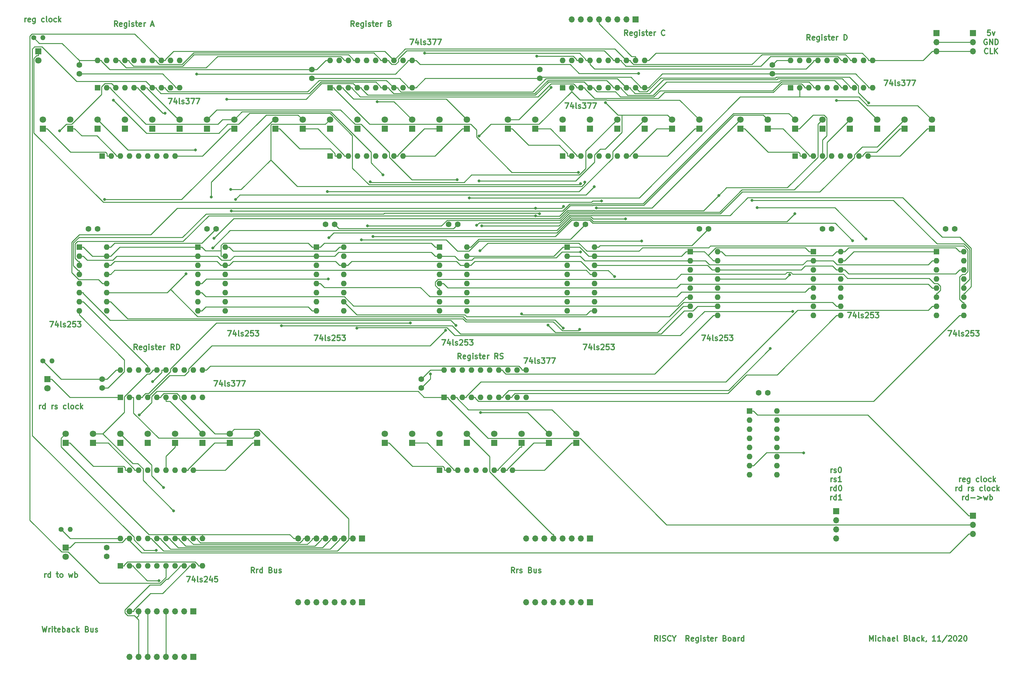
<source format=gbr>
G04 #@! TF.GenerationSoftware,KiCad,Pcbnew,5.1.6-c6e7f7d~87~ubuntu16.04.1*
G04 #@! TF.CreationDate,2020-11-11T22:35:59-05:00*
G04 #@! TF.ProjectId,riscy,72697363-792e-46b6-9963-61645f706362,rev?*
G04 #@! TF.SameCoordinates,Original*
G04 #@! TF.FileFunction,Copper,L1,Top*
G04 #@! TF.FilePolarity,Positive*
%FSLAX46Y46*%
G04 Gerber Fmt 4.6, Leading zero omitted, Abs format (unit mm)*
G04 Created by KiCad (PCBNEW 5.1.6-c6e7f7d~87~ubuntu16.04.1) date 2020-11-11 22:35:59*
%MOMM*%
%LPD*%
G01*
G04 APERTURE LIST*
G04 #@! TA.AperFunction,NonConductor*
%ADD10C,0.300000*%
G04 #@! TD*
G04 #@! TA.AperFunction,ComponentPad*
%ADD11O,1.700000X1.700000*%
G04 #@! TD*
G04 #@! TA.AperFunction,ComponentPad*
%ADD12R,1.700000X1.700000*%
G04 #@! TD*
G04 #@! TA.AperFunction,ComponentPad*
%ADD13O,1.600000X1.600000*%
G04 #@! TD*
G04 #@! TA.AperFunction,ComponentPad*
%ADD14R,1.600000X1.600000*%
G04 #@! TD*
G04 #@! TA.AperFunction,ComponentPad*
%ADD15O,1.400000X1.400000*%
G04 #@! TD*
G04 #@! TA.AperFunction,ComponentPad*
%ADD16C,1.400000*%
G04 #@! TD*
G04 #@! TA.AperFunction,ComponentPad*
%ADD17C,1.800000*%
G04 #@! TD*
G04 #@! TA.AperFunction,ComponentPad*
%ADD18R,1.800000X1.800000*%
G04 #@! TD*
G04 #@! TA.AperFunction,ComponentPad*
%ADD19C,1.600000*%
G04 #@! TD*
G04 #@! TA.AperFunction,ViaPad*
%ADD20C,0.800000*%
G04 #@! TD*
G04 #@! TA.AperFunction,Conductor*
%ADD21C,0.250000*%
G04 #@! TD*
G04 APERTURE END LIST*
D10*
X151852857Y-110938571D02*
X152852857Y-110938571D01*
X152210000Y-112438571D01*
X154067142Y-111438571D02*
X154067142Y-112438571D01*
X153710000Y-110867142D02*
X153352857Y-111938571D01*
X154281428Y-111938571D01*
X155067142Y-112438571D02*
X154924285Y-112367142D01*
X154852857Y-112224285D01*
X154852857Y-110938571D01*
X155567142Y-112367142D02*
X155710000Y-112438571D01*
X155995714Y-112438571D01*
X156138571Y-112367142D01*
X156210000Y-112224285D01*
X156210000Y-112152857D01*
X156138571Y-112010000D01*
X155995714Y-111938571D01*
X155781428Y-111938571D01*
X155638571Y-111867142D01*
X155567142Y-111724285D01*
X155567142Y-111652857D01*
X155638571Y-111510000D01*
X155781428Y-111438571D01*
X155995714Y-111438571D01*
X156138571Y-111510000D01*
X156710000Y-110938571D02*
X157638571Y-110938571D01*
X157138571Y-111510000D01*
X157352857Y-111510000D01*
X157495714Y-111581428D01*
X157567142Y-111652857D01*
X157638571Y-111795714D01*
X157638571Y-112152857D01*
X157567142Y-112295714D01*
X157495714Y-112367142D01*
X157352857Y-112438571D01*
X156924285Y-112438571D01*
X156781428Y-112367142D01*
X156710000Y-112295714D01*
X158138571Y-110938571D02*
X159138571Y-110938571D01*
X158495714Y-112438571D01*
X159567142Y-110938571D02*
X160567142Y-110938571D01*
X159924285Y-112438571D01*
X65492857Y-117288571D02*
X66492857Y-117288571D01*
X65850000Y-118788571D01*
X67707142Y-117788571D02*
X67707142Y-118788571D01*
X67350000Y-117217142D02*
X66992857Y-118288571D01*
X67921428Y-118288571D01*
X68707142Y-118788571D02*
X68564285Y-118717142D01*
X68492857Y-118574285D01*
X68492857Y-117288571D01*
X69207142Y-118717142D02*
X69350000Y-118788571D01*
X69635714Y-118788571D01*
X69778571Y-118717142D01*
X69850000Y-118574285D01*
X69850000Y-118502857D01*
X69778571Y-118360000D01*
X69635714Y-118288571D01*
X69421428Y-118288571D01*
X69278571Y-118217142D01*
X69207142Y-118074285D01*
X69207142Y-118002857D01*
X69278571Y-117860000D01*
X69421428Y-117788571D01*
X69635714Y-117788571D01*
X69778571Y-117860000D01*
X70350000Y-117288571D02*
X71278571Y-117288571D01*
X70778571Y-117860000D01*
X70992857Y-117860000D01*
X71135714Y-117931428D01*
X71207142Y-118002857D01*
X71278571Y-118145714D01*
X71278571Y-118502857D01*
X71207142Y-118645714D01*
X71135714Y-118717142D01*
X70992857Y-118788571D01*
X70564285Y-118788571D01*
X70421428Y-118717142D01*
X70350000Y-118645714D01*
X71778571Y-117288571D02*
X72778571Y-117288571D01*
X72135714Y-118788571D01*
X73207142Y-117288571D02*
X74207142Y-117288571D01*
X73564285Y-118788571D01*
X57872857Y-171898571D02*
X58872857Y-171898571D01*
X58230000Y-173398571D01*
X60087142Y-172398571D02*
X60087142Y-173398571D01*
X59730000Y-171827142D02*
X59372857Y-172898571D01*
X60301428Y-172898571D01*
X61087142Y-173398571D02*
X60944285Y-173327142D01*
X60872857Y-173184285D01*
X60872857Y-171898571D01*
X61587142Y-173327142D02*
X61730000Y-173398571D01*
X62015714Y-173398571D01*
X62158571Y-173327142D01*
X62230000Y-173184285D01*
X62230000Y-173112857D01*
X62158571Y-172970000D01*
X62015714Y-172898571D01*
X61801428Y-172898571D01*
X61658571Y-172827142D01*
X61587142Y-172684285D01*
X61587142Y-172612857D01*
X61658571Y-172470000D01*
X61801428Y-172398571D01*
X62015714Y-172398571D01*
X62158571Y-172470000D01*
X62801428Y-172041428D02*
X62872857Y-171970000D01*
X63015714Y-171898571D01*
X63372857Y-171898571D01*
X63515714Y-171970000D01*
X63587142Y-172041428D01*
X63658571Y-172184285D01*
X63658571Y-172327142D01*
X63587142Y-172541428D01*
X62730000Y-173398571D01*
X63658571Y-173398571D01*
X64944285Y-172398571D02*
X64944285Y-173398571D01*
X64587142Y-171827142D02*
X64229999Y-172898571D01*
X65158571Y-172898571D01*
X66444285Y-171898571D02*
X65729999Y-171898571D01*
X65658571Y-172612857D01*
X65729999Y-172541428D01*
X65872857Y-172470000D01*
X66229999Y-172470000D01*
X66372857Y-172541428D01*
X66444285Y-172612857D01*
X66515714Y-172755714D01*
X66515714Y-173112857D01*
X66444285Y-173255714D01*
X66372857Y-173327142D01*
X66229999Y-173398571D01*
X65872857Y-173398571D01*
X65729999Y-173327142D01*
X65658571Y-173255714D01*
X19772857Y-100778571D02*
X20772857Y-100778571D01*
X20130000Y-102278571D01*
X21987142Y-101278571D02*
X21987142Y-102278571D01*
X21630000Y-100707142D02*
X21272857Y-101778571D01*
X22201428Y-101778571D01*
X22987142Y-102278571D02*
X22844285Y-102207142D01*
X22772857Y-102064285D01*
X22772857Y-100778571D01*
X23487142Y-102207142D02*
X23630000Y-102278571D01*
X23915714Y-102278571D01*
X24058571Y-102207142D01*
X24130000Y-102064285D01*
X24130000Y-101992857D01*
X24058571Y-101850000D01*
X23915714Y-101778571D01*
X23701428Y-101778571D01*
X23558571Y-101707142D01*
X23487142Y-101564285D01*
X23487142Y-101492857D01*
X23558571Y-101350000D01*
X23701428Y-101278571D01*
X23915714Y-101278571D01*
X24058571Y-101350000D01*
X24701428Y-100921428D02*
X24772857Y-100850000D01*
X24915714Y-100778571D01*
X25272857Y-100778571D01*
X25415714Y-100850000D01*
X25487142Y-100921428D01*
X25558571Y-101064285D01*
X25558571Y-101207142D01*
X25487142Y-101421428D01*
X24630000Y-102278571D01*
X25558571Y-102278571D01*
X26915714Y-100778571D02*
X26201428Y-100778571D01*
X26130000Y-101492857D01*
X26201428Y-101421428D01*
X26344285Y-101350000D01*
X26701428Y-101350000D01*
X26844285Y-101421428D01*
X26915714Y-101492857D01*
X26987142Y-101635714D01*
X26987142Y-101992857D01*
X26915714Y-102135714D01*
X26844285Y-102207142D01*
X26701428Y-102278571D01*
X26344285Y-102278571D01*
X26201428Y-102207142D01*
X26130000Y-102135714D01*
X27487142Y-100778571D02*
X28415714Y-100778571D01*
X27915714Y-101350000D01*
X28130000Y-101350000D01*
X28272857Y-101421428D01*
X28344285Y-101492857D01*
X28415714Y-101635714D01*
X28415714Y-101992857D01*
X28344285Y-102135714D01*
X28272857Y-102207142D01*
X28130000Y-102278571D01*
X27701428Y-102278571D01*
X27558571Y-102207142D01*
X27487142Y-102135714D01*
X69302857Y-103318571D02*
X70302857Y-103318571D01*
X69660000Y-104818571D01*
X71517142Y-103818571D02*
X71517142Y-104818571D01*
X71160000Y-103247142D02*
X70802857Y-104318571D01*
X71731428Y-104318571D01*
X72517142Y-104818571D02*
X72374285Y-104747142D01*
X72302857Y-104604285D01*
X72302857Y-103318571D01*
X73017142Y-104747142D02*
X73160000Y-104818571D01*
X73445714Y-104818571D01*
X73588571Y-104747142D01*
X73660000Y-104604285D01*
X73660000Y-104532857D01*
X73588571Y-104390000D01*
X73445714Y-104318571D01*
X73231428Y-104318571D01*
X73088571Y-104247142D01*
X73017142Y-104104285D01*
X73017142Y-104032857D01*
X73088571Y-103890000D01*
X73231428Y-103818571D01*
X73445714Y-103818571D01*
X73588571Y-103890000D01*
X74231428Y-103461428D02*
X74302857Y-103390000D01*
X74445714Y-103318571D01*
X74802857Y-103318571D01*
X74945714Y-103390000D01*
X75017142Y-103461428D01*
X75088571Y-103604285D01*
X75088571Y-103747142D01*
X75017142Y-103961428D01*
X74160000Y-104818571D01*
X75088571Y-104818571D01*
X76445714Y-103318571D02*
X75731428Y-103318571D01*
X75660000Y-104032857D01*
X75731428Y-103961428D01*
X75874285Y-103890000D01*
X76231428Y-103890000D01*
X76374285Y-103961428D01*
X76445714Y-104032857D01*
X76517142Y-104175714D01*
X76517142Y-104532857D01*
X76445714Y-104675714D01*
X76374285Y-104747142D01*
X76231428Y-104818571D01*
X75874285Y-104818571D01*
X75731428Y-104747142D01*
X75660000Y-104675714D01*
X77017142Y-103318571D02*
X77945714Y-103318571D01*
X77445714Y-103890000D01*
X77660000Y-103890000D01*
X77802857Y-103961428D01*
X77874285Y-104032857D01*
X77945714Y-104175714D01*
X77945714Y-104532857D01*
X77874285Y-104675714D01*
X77802857Y-104747142D01*
X77660000Y-104818571D01*
X77231428Y-104818571D01*
X77088571Y-104747142D01*
X77017142Y-104675714D01*
X93432857Y-104588571D02*
X94432857Y-104588571D01*
X93790000Y-106088571D01*
X95647142Y-105088571D02*
X95647142Y-106088571D01*
X95290000Y-104517142D02*
X94932857Y-105588571D01*
X95861428Y-105588571D01*
X96647142Y-106088571D02*
X96504285Y-106017142D01*
X96432857Y-105874285D01*
X96432857Y-104588571D01*
X97147142Y-106017142D02*
X97290000Y-106088571D01*
X97575714Y-106088571D01*
X97718571Y-106017142D01*
X97790000Y-105874285D01*
X97790000Y-105802857D01*
X97718571Y-105660000D01*
X97575714Y-105588571D01*
X97361428Y-105588571D01*
X97218571Y-105517142D01*
X97147142Y-105374285D01*
X97147142Y-105302857D01*
X97218571Y-105160000D01*
X97361428Y-105088571D01*
X97575714Y-105088571D01*
X97718571Y-105160000D01*
X98361428Y-104731428D02*
X98432857Y-104660000D01*
X98575714Y-104588571D01*
X98932857Y-104588571D01*
X99075714Y-104660000D01*
X99147142Y-104731428D01*
X99218571Y-104874285D01*
X99218571Y-105017142D01*
X99147142Y-105231428D01*
X98290000Y-106088571D01*
X99218571Y-106088571D01*
X100575714Y-104588571D02*
X99861428Y-104588571D01*
X99790000Y-105302857D01*
X99861428Y-105231428D01*
X100004285Y-105160000D01*
X100361428Y-105160000D01*
X100504285Y-105231428D01*
X100575714Y-105302857D01*
X100647142Y-105445714D01*
X100647142Y-105802857D01*
X100575714Y-105945714D01*
X100504285Y-106017142D01*
X100361428Y-106088571D01*
X100004285Y-106088571D01*
X99861428Y-106017142D01*
X99790000Y-105945714D01*
X101147142Y-104588571D02*
X102075714Y-104588571D01*
X101575714Y-105160000D01*
X101790000Y-105160000D01*
X101932857Y-105231428D01*
X102004285Y-105302857D01*
X102075714Y-105445714D01*
X102075714Y-105802857D01*
X102004285Y-105945714D01*
X101932857Y-106017142D01*
X101790000Y-106088571D01*
X101361428Y-106088571D01*
X101218571Y-106017142D01*
X101147142Y-105945714D01*
X128992857Y-105858571D02*
X129992857Y-105858571D01*
X129350000Y-107358571D01*
X131207142Y-106358571D02*
X131207142Y-107358571D01*
X130850000Y-105787142D02*
X130492857Y-106858571D01*
X131421428Y-106858571D01*
X132207142Y-107358571D02*
X132064285Y-107287142D01*
X131992857Y-107144285D01*
X131992857Y-105858571D01*
X132707142Y-107287142D02*
X132850000Y-107358571D01*
X133135714Y-107358571D01*
X133278571Y-107287142D01*
X133350000Y-107144285D01*
X133350000Y-107072857D01*
X133278571Y-106930000D01*
X133135714Y-106858571D01*
X132921428Y-106858571D01*
X132778571Y-106787142D01*
X132707142Y-106644285D01*
X132707142Y-106572857D01*
X132778571Y-106430000D01*
X132921428Y-106358571D01*
X133135714Y-106358571D01*
X133278571Y-106430000D01*
X133921428Y-106001428D02*
X133992857Y-105930000D01*
X134135714Y-105858571D01*
X134492857Y-105858571D01*
X134635714Y-105930000D01*
X134707142Y-106001428D01*
X134778571Y-106144285D01*
X134778571Y-106287142D01*
X134707142Y-106501428D01*
X133850000Y-107358571D01*
X134778571Y-107358571D01*
X136135714Y-105858571D02*
X135421428Y-105858571D01*
X135350000Y-106572857D01*
X135421428Y-106501428D01*
X135564285Y-106430000D01*
X135921428Y-106430000D01*
X136064285Y-106501428D01*
X136135714Y-106572857D01*
X136207142Y-106715714D01*
X136207142Y-107072857D01*
X136135714Y-107215714D01*
X136064285Y-107287142D01*
X135921428Y-107358571D01*
X135564285Y-107358571D01*
X135421428Y-107287142D01*
X135350000Y-107215714D01*
X136707142Y-105858571D02*
X137635714Y-105858571D01*
X137135714Y-106430000D01*
X137350000Y-106430000D01*
X137492857Y-106501428D01*
X137564285Y-106572857D01*
X137635714Y-106715714D01*
X137635714Y-107072857D01*
X137564285Y-107215714D01*
X137492857Y-107287142D01*
X137350000Y-107358571D01*
X136921428Y-107358571D01*
X136778571Y-107287142D01*
X136707142Y-107215714D01*
X168362857Y-107128571D02*
X169362857Y-107128571D01*
X168720000Y-108628571D01*
X170577142Y-107628571D02*
X170577142Y-108628571D01*
X170220000Y-107057142D02*
X169862857Y-108128571D01*
X170791428Y-108128571D01*
X171577142Y-108628571D02*
X171434285Y-108557142D01*
X171362857Y-108414285D01*
X171362857Y-107128571D01*
X172077142Y-108557142D02*
X172220000Y-108628571D01*
X172505714Y-108628571D01*
X172648571Y-108557142D01*
X172720000Y-108414285D01*
X172720000Y-108342857D01*
X172648571Y-108200000D01*
X172505714Y-108128571D01*
X172291428Y-108128571D01*
X172148571Y-108057142D01*
X172077142Y-107914285D01*
X172077142Y-107842857D01*
X172148571Y-107700000D01*
X172291428Y-107628571D01*
X172505714Y-107628571D01*
X172648571Y-107700000D01*
X173291428Y-107271428D02*
X173362857Y-107200000D01*
X173505714Y-107128571D01*
X173862857Y-107128571D01*
X174005714Y-107200000D01*
X174077142Y-107271428D01*
X174148571Y-107414285D01*
X174148571Y-107557142D01*
X174077142Y-107771428D01*
X173220000Y-108628571D01*
X174148571Y-108628571D01*
X175505714Y-107128571D02*
X174791428Y-107128571D01*
X174720000Y-107842857D01*
X174791428Y-107771428D01*
X174934285Y-107700000D01*
X175291428Y-107700000D01*
X175434285Y-107771428D01*
X175505714Y-107842857D01*
X175577142Y-107985714D01*
X175577142Y-108342857D01*
X175505714Y-108485714D01*
X175434285Y-108557142D01*
X175291428Y-108628571D01*
X174934285Y-108628571D01*
X174791428Y-108557142D01*
X174720000Y-108485714D01*
X176077142Y-107128571D02*
X177005714Y-107128571D01*
X176505714Y-107700000D01*
X176720000Y-107700000D01*
X176862857Y-107771428D01*
X176934285Y-107842857D01*
X177005714Y-107985714D01*
X177005714Y-108342857D01*
X176934285Y-108485714D01*
X176862857Y-108557142D01*
X176720000Y-108628571D01*
X176291428Y-108628571D01*
X176148571Y-108557142D01*
X176077142Y-108485714D01*
X201382857Y-104588571D02*
X202382857Y-104588571D01*
X201740000Y-106088571D01*
X203597142Y-105088571D02*
X203597142Y-106088571D01*
X203240000Y-104517142D02*
X202882857Y-105588571D01*
X203811428Y-105588571D01*
X204597142Y-106088571D02*
X204454285Y-106017142D01*
X204382857Y-105874285D01*
X204382857Y-104588571D01*
X205097142Y-106017142D02*
X205240000Y-106088571D01*
X205525714Y-106088571D01*
X205668571Y-106017142D01*
X205740000Y-105874285D01*
X205740000Y-105802857D01*
X205668571Y-105660000D01*
X205525714Y-105588571D01*
X205311428Y-105588571D01*
X205168571Y-105517142D01*
X205097142Y-105374285D01*
X205097142Y-105302857D01*
X205168571Y-105160000D01*
X205311428Y-105088571D01*
X205525714Y-105088571D01*
X205668571Y-105160000D01*
X206311428Y-104731428D02*
X206382857Y-104660000D01*
X206525714Y-104588571D01*
X206882857Y-104588571D01*
X207025714Y-104660000D01*
X207097142Y-104731428D01*
X207168571Y-104874285D01*
X207168571Y-105017142D01*
X207097142Y-105231428D01*
X206240000Y-106088571D01*
X207168571Y-106088571D01*
X208525714Y-104588571D02*
X207811428Y-104588571D01*
X207740000Y-105302857D01*
X207811428Y-105231428D01*
X207954285Y-105160000D01*
X208311428Y-105160000D01*
X208454285Y-105231428D01*
X208525714Y-105302857D01*
X208597142Y-105445714D01*
X208597142Y-105802857D01*
X208525714Y-105945714D01*
X208454285Y-106017142D01*
X208311428Y-106088571D01*
X207954285Y-106088571D01*
X207811428Y-106017142D01*
X207740000Y-105945714D01*
X209097142Y-104588571D02*
X210025714Y-104588571D01*
X209525714Y-105160000D01*
X209740000Y-105160000D01*
X209882857Y-105231428D01*
X209954285Y-105302857D01*
X210025714Y-105445714D01*
X210025714Y-105802857D01*
X209954285Y-105945714D01*
X209882857Y-106017142D01*
X209740000Y-106088571D01*
X209311428Y-106088571D01*
X209168571Y-106017142D01*
X209097142Y-105945714D01*
X242022857Y-98238571D02*
X243022857Y-98238571D01*
X242380000Y-99738571D01*
X244237142Y-98738571D02*
X244237142Y-99738571D01*
X243880000Y-98167142D02*
X243522857Y-99238571D01*
X244451428Y-99238571D01*
X245237142Y-99738571D02*
X245094285Y-99667142D01*
X245022857Y-99524285D01*
X245022857Y-98238571D01*
X245737142Y-99667142D02*
X245880000Y-99738571D01*
X246165714Y-99738571D01*
X246308571Y-99667142D01*
X246380000Y-99524285D01*
X246380000Y-99452857D01*
X246308571Y-99310000D01*
X246165714Y-99238571D01*
X245951428Y-99238571D01*
X245808571Y-99167142D01*
X245737142Y-99024285D01*
X245737142Y-98952857D01*
X245808571Y-98810000D01*
X245951428Y-98738571D01*
X246165714Y-98738571D01*
X246308571Y-98810000D01*
X246951428Y-98381428D02*
X247022857Y-98310000D01*
X247165714Y-98238571D01*
X247522857Y-98238571D01*
X247665714Y-98310000D01*
X247737142Y-98381428D01*
X247808571Y-98524285D01*
X247808571Y-98667142D01*
X247737142Y-98881428D01*
X246880000Y-99738571D01*
X247808571Y-99738571D01*
X249165714Y-98238571D02*
X248451428Y-98238571D01*
X248380000Y-98952857D01*
X248451428Y-98881428D01*
X248594285Y-98810000D01*
X248951428Y-98810000D01*
X249094285Y-98881428D01*
X249165714Y-98952857D01*
X249237142Y-99095714D01*
X249237142Y-99452857D01*
X249165714Y-99595714D01*
X249094285Y-99667142D01*
X248951428Y-99738571D01*
X248594285Y-99738571D01*
X248451428Y-99667142D01*
X248380000Y-99595714D01*
X249737142Y-98238571D02*
X250665714Y-98238571D01*
X250165714Y-98810000D01*
X250380000Y-98810000D01*
X250522857Y-98881428D01*
X250594285Y-98952857D01*
X250665714Y-99095714D01*
X250665714Y-99452857D01*
X250594285Y-99595714D01*
X250522857Y-99667142D01*
X250380000Y-99738571D01*
X249951428Y-99738571D01*
X249808571Y-99667142D01*
X249737142Y-99595714D01*
X269962857Y-103318571D02*
X270962857Y-103318571D01*
X270320000Y-104818571D01*
X272177142Y-103818571D02*
X272177142Y-104818571D01*
X271820000Y-103247142D02*
X271462857Y-104318571D01*
X272391428Y-104318571D01*
X273177142Y-104818571D02*
X273034285Y-104747142D01*
X272962857Y-104604285D01*
X272962857Y-103318571D01*
X273677142Y-104747142D02*
X273820000Y-104818571D01*
X274105714Y-104818571D01*
X274248571Y-104747142D01*
X274320000Y-104604285D01*
X274320000Y-104532857D01*
X274248571Y-104390000D01*
X274105714Y-104318571D01*
X273891428Y-104318571D01*
X273748571Y-104247142D01*
X273677142Y-104104285D01*
X273677142Y-104032857D01*
X273748571Y-103890000D01*
X273891428Y-103818571D01*
X274105714Y-103818571D01*
X274248571Y-103890000D01*
X274891428Y-103461428D02*
X274962857Y-103390000D01*
X275105714Y-103318571D01*
X275462857Y-103318571D01*
X275605714Y-103390000D01*
X275677142Y-103461428D01*
X275748571Y-103604285D01*
X275748571Y-103747142D01*
X275677142Y-103961428D01*
X274820000Y-104818571D01*
X275748571Y-104818571D01*
X277105714Y-103318571D02*
X276391428Y-103318571D01*
X276320000Y-104032857D01*
X276391428Y-103961428D01*
X276534285Y-103890000D01*
X276891428Y-103890000D01*
X277034285Y-103961428D01*
X277105714Y-104032857D01*
X277177142Y-104175714D01*
X277177142Y-104532857D01*
X277105714Y-104675714D01*
X277034285Y-104747142D01*
X276891428Y-104818571D01*
X276534285Y-104818571D01*
X276391428Y-104747142D01*
X276320000Y-104675714D01*
X277677142Y-103318571D02*
X278605714Y-103318571D01*
X278105714Y-103890000D01*
X278320000Y-103890000D01*
X278462857Y-103961428D01*
X278534285Y-104032857D01*
X278605714Y-104175714D01*
X278605714Y-104532857D01*
X278534285Y-104675714D01*
X278462857Y-104747142D01*
X278320000Y-104818571D01*
X277891428Y-104818571D01*
X277748571Y-104747142D01*
X277677142Y-104675714D01*
X252182857Y-33468571D02*
X253182857Y-33468571D01*
X252540000Y-34968571D01*
X254397142Y-33968571D02*
X254397142Y-34968571D01*
X254040000Y-33397142D02*
X253682857Y-34468571D01*
X254611428Y-34468571D01*
X255397142Y-34968571D02*
X255254285Y-34897142D01*
X255182857Y-34754285D01*
X255182857Y-33468571D01*
X255897142Y-34897142D02*
X256040000Y-34968571D01*
X256325714Y-34968571D01*
X256468571Y-34897142D01*
X256540000Y-34754285D01*
X256540000Y-34682857D01*
X256468571Y-34540000D01*
X256325714Y-34468571D01*
X256111428Y-34468571D01*
X255968571Y-34397142D01*
X255897142Y-34254285D01*
X255897142Y-34182857D01*
X255968571Y-34040000D01*
X256111428Y-33968571D01*
X256325714Y-33968571D01*
X256468571Y-34040000D01*
X257040000Y-33468571D02*
X257968571Y-33468571D01*
X257468571Y-34040000D01*
X257682857Y-34040000D01*
X257825714Y-34111428D01*
X257897142Y-34182857D01*
X257968571Y-34325714D01*
X257968571Y-34682857D01*
X257897142Y-34825714D01*
X257825714Y-34897142D01*
X257682857Y-34968571D01*
X257254285Y-34968571D01*
X257111428Y-34897142D01*
X257040000Y-34825714D01*
X258468571Y-33468571D02*
X259468571Y-33468571D01*
X258825714Y-34968571D01*
X259897142Y-33468571D02*
X260897142Y-33468571D01*
X260254285Y-34968571D01*
X163282857Y-39818571D02*
X164282857Y-39818571D01*
X163640000Y-41318571D01*
X165497142Y-40318571D02*
X165497142Y-41318571D01*
X165140000Y-39747142D02*
X164782857Y-40818571D01*
X165711428Y-40818571D01*
X166497142Y-41318571D02*
X166354285Y-41247142D01*
X166282857Y-41104285D01*
X166282857Y-39818571D01*
X166997142Y-41247142D02*
X167140000Y-41318571D01*
X167425714Y-41318571D01*
X167568571Y-41247142D01*
X167640000Y-41104285D01*
X167640000Y-41032857D01*
X167568571Y-40890000D01*
X167425714Y-40818571D01*
X167211428Y-40818571D01*
X167068571Y-40747142D01*
X166997142Y-40604285D01*
X166997142Y-40532857D01*
X167068571Y-40390000D01*
X167211428Y-40318571D01*
X167425714Y-40318571D01*
X167568571Y-40390000D01*
X168140000Y-39818571D02*
X169068571Y-39818571D01*
X168568571Y-40390000D01*
X168782857Y-40390000D01*
X168925714Y-40461428D01*
X168997142Y-40532857D01*
X169068571Y-40675714D01*
X169068571Y-41032857D01*
X168997142Y-41175714D01*
X168925714Y-41247142D01*
X168782857Y-41318571D01*
X168354285Y-41318571D01*
X168211428Y-41247142D01*
X168140000Y-41175714D01*
X169568571Y-39818571D02*
X170568571Y-39818571D01*
X169925714Y-41318571D01*
X170997142Y-39818571D02*
X171997142Y-39818571D01*
X171354285Y-41318571D01*
X120102857Y-22038571D02*
X121102857Y-22038571D01*
X120460000Y-23538571D01*
X122317142Y-22538571D02*
X122317142Y-23538571D01*
X121960000Y-21967142D02*
X121602857Y-23038571D01*
X122531428Y-23038571D01*
X123317142Y-23538571D02*
X123174285Y-23467142D01*
X123102857Y-23324285D01*
X123102857Y-22038571D01*
X123817142Y-23467142D02*
X123960000Y-23538571D01*
X124245714Y-23538571D01*
X124388571Y-23467142D01*
X124460000Y-23324285D01*
X124460000Y-23252857D01*
X124388571Y-23110000D01*
X124245714Y-23038571D01*
X124031428Y-23038571D01*
X123888571Y-22967142D01*
X123817142Y-22824285D01*
X123817142Y-22752857D01*
X123888571Y-22610000D01*
X124031428Y-22538571D01*
X124245714Y-22538571D01*
X124388571Y-22610000D01*
X124960000Y-22038571D02*
X125888571Y-22038571D01*
X125388571Y-22610000D01*
X125602857Y-22610000D01*
X125745714Y-22681428D01*
X125817142Y-22752857D01*
X125888571Y-22895714D01*
X125888571Y-23252857D01*
X125817142Y-23395714D01*
X125745714Y-23467142D01*
X125602857Y-23538571D01*
X125174285Y-23538571D01*
X125031428Y-23467142D01*
X124960000Y-23395714D01*
X126388571Y-22038571D02*
X127388571Y-22038571D01*
X126745714Y-23538571D01*
X127817142Y-22038571D02*
X128817142Y-22038571D01*
X128174285Y-23538571D01*
X52792857Y-38548571D02*
X53792857Y-38548571D01*
X53150000Y-40048571D01*
X55007142Y-39048571D02*
X55007142Y-40048571D01*
X54650000Y-38477142D02*
X54292857Y-39548571D01*
X55221428Y-39548571D01*
X56007142Y-40048571D02*
X55864285Y-39977142D01*
X55792857Y-39834285D01*
X55792857Y-38548571D01*
X56507142Y-39977142D02*
X56650000Y-40048571D01*
X56935714Y-40048571D01*
X57078571Y-39977142D01*
X57150000Y-39834285D01*
X57150000Y-39762857D01*
X57078571Y-39620000D01*
X56935714Y-39548571D01*
X56721428Y-39548571D01*
X56578571Y-39477142D01*
X56507142Y-39334285D01*
X56507142Y-39262857D01*
X56578571Y-39120000D01*
X56721428Y-39048571D01*
X56935714Y-39048571D01*
X57078571Y-39120000D01*
X57650000Y-38548571D02*
X58578571Y-38548571D01*
X58078571Y-39120000D01*
X58292857Y-39120000D01*
X58435714Y-39191428D01*
X58507142Y-39262857D01*
X58578571Y-39405714D01*
X58578571Y-39762857D01*
X58507142Y-39905714D01*
X58435714Y-39977142D01*
X58292857Y-40048571D01*
X57864285Y-40048571D01*
X57721428Y-39977142D01*
X57650000Y-39905714D01*
X59078571Y-38548571D02*
X60078571Y-38548571D01*
X59435714Y-40048571D01*
X60507142Y-38548571D02*
X61507142Y-38548571D01*
X60864285Y-40048571D01*
X248084285Y-189908571D02*
X248084285Y-188408571D01*
X248584285Y-189480000D01*
X249084285Y-188408571D01*
X249084285Y-189908571D01*
X249798571Y-189908571D02*
X249798571Y-188908571D01*
X249798571Y-188408571D02*
X249727142Y-188480000D01*
X249798571Y-188551428D01*
X249870000Y-188480000D01*
X249798571Y-188408571D01*
X249798571Y-188551428D01*
X251155714Y-189837142D02*
X251012857Y-189908571D01*
X250727142Y-189908571D01*
X250584285Y-189837142D01*
X250512857Y-189765714D01*
X250441428Y-189622857D01*
X250441428Y-189194285D01*
X250512857Y-189051428D01*
X250584285Y-188980000D01*
X250727142Y-188908571D01*
X251012857Y-188908571D01*
X251155714Y-188980000D01*
X251798571Y-189908571D02*
X251798571Y-188408571D01*
X252441428Y-189908571D02*
X252441428Y-189122857D01*
X252370000Y-188980000D01*
X252227142Y-188908571D01*
X252012857Y-188908571D01*
X251870000Y-188980000D01*
X251798571Y-189051428D01*
X253798571Y-189908571D02*
X253798571Y-189122857D01*
X253727142Y-188980000D01*
X253584285Y-188908571D01*
X253298571Y-188908571D01*
X253155714Y-188980000D01*
X253798571Y-189837142D02*
X253655714Y-189908571D01*
X253298571Y-189908571D01*
X253155714Y-189837142D01*
X253084285Y-189694285D01*
X253084285Y-189551428D01*
X253155714Y-189408571D01*
X253298571Y-189337142D01*
X253655714Y-189337142D01*
X253798571Y-189265714D01*
X255084285Y-189837142D02*
X254941428Y-189908571D01*
X254655714Y-189908571D01*
X254512857Y-189837142D01*
X254441428Y-189694285D01*
X254441428Y-189122857D01*
X254512857Y-188980000D01*
X254655714Y-188908571D01*
X254941428Y-188908571D01*
X255084285Y-188980000D01*
X255155714Y-189122857D01*
X255155714Y-189265714D01*
X254441428Y-189408571D01*
X256012857Y-189908571D02*
X255870000Y-189837142D01*
X255798571Y-189694285D01*
X255798571Y-188408571D01*
X258227142Y-189122857D02*
X258441428Y-189194285D01*
X258512857Y-189265714D01*
X258584285Y-189408571D01*
X258584285Y-189622857D01*
X258512857Y-189765714D01*
X258441428Y-189837142D01*
X258298571Y-189908571D01*
X257727142Y-189908571D01*
X257727142Y-188408571D01*
X258227142Y-188408571D01*
X258370000Y-188480000D01*
X258441428Y-188551428D01*
X258512857Y-188694285D01*
X258512857Y-188837142D01*
X258441428Y-188980000D01*
X258370000Y-189051428D01*
X258227142Y-189122857D01*
X257727142Y-189122857D01*
X259441428Y-189908571D02*
X259298571Y-189837142D01*
X259227142Y-189694285D01*
X259227142Y-188408571D01*
X260655714Y-189908571D02*
X260655714Y-189122857D01*
X260584285Y-188980000D01*
X260441428Y-188908571D01*
X260155714Y-188908571D01*
X260012857Y-188980000D01*
X260655714Y-189837142D02*
X260512857Y-189908571D01*
X260155714Y-189908571D01*
X260012857Y-189837142D01*
X259941428Y-189694285D01*
X259941428Y-189551428D01*
X260012857Y-189408571D01*
X260155714Y-189337142D01*
X260512857Y-189337142D01*
X260655714Y-189265714D01*
X262012857Y-189837142D02*
X261870000Y-189908571D01*
X261584285Y-189908571D01*
X261441428Y-189837142D01*
X261370000Y-189765714D01*
X261298571Y-189622857D01*
X261298571Y-189194285D01*
X261370000Y-189051428D01*
X261441428Y-188980000D01*
X261584285Y-188908571D01*
X261870000Y-188908571D01*
X262012857Y-188980000D01*
X262655714Y-189908571D02*
X262655714Y-188408571D01*
X262798571Y-189337142D02*
X263227142Y-189908571D01*
X263227142Y-188908571D02*
X262655714Y-189480000D01*
X263941428Y-189837142D02*
X263941428Y-189908571D01*
X263870000Y-190051428D01*
X263798571Y-190122857D01*
X266512857Y-189908571D02*
X265655714Y-189908571D01*
X266084285Y-189908571D02*
X266084285Y-188408571D01*
X265941428Y-188622857D01*
X265798571Y-188765714D01*
X265655714Y-188837142D01*
X267941428Y-189908571D02*
X267084285Y-189908571D01*
X267512857Y-189908571D02*
X267512857Y-188408571D01*
X267370000Y-188622857D01*
X267227142Y-188765714D01*
X267084285Y-188837142D01*
X269655714Y-188337142D02*
X268370000Y-190265714D01*
X270084285Y-188551428D02*
X270155714Y-188480000D01*
X270298571Y-188408571D01*
X270655714Y-188408571D01*
X270798571Y-188480000D01*
X270870000Y-188551428D01*
X270941428Y-188694285D01*
X270941428Y-188837142D01*
X270870000Y-189051428D01*
X270012857Y-189908571D01*
X270941428Y-189908571D01*
X271870000Y-188408571D02*
X272012857Y-188408571D01*
X272155714Y-188480000D01*
X272227142Y-188551428D01*
X272298571Y-188694285D01*
X272370000Y-188980000D01*
X272370000Y-189337142D01*
X272298571Y-189622857D01*
X272227142Y-189765714D01*
X272155714Y-189837142D01*
X272012857Y-189908571D01*
X271870000Y-189908571D01*
X271727142Y-189837142D01*
X271655714Y-189765714D01*
X271584285Y-189622857D01*
X271512857Y-189337142D01*
X271512857Y-188980000D01*
X271584285Y-188694285D01*
X271655714Y-188551428D01*
X271727142Y-188480000D01*
X271870000Y-188408571D01*
X272941428Y-188551428D02*
X273012857Y-188480000D01*
X273155714Y-188408571D01*
X273512857Y-188408571D01*
X273655714Y-188480000D01*
X273727142Y-188551428D01*
X273798571Y-188694285D01*
X273798571Y-188837142D01*
X273727142Y-189051428D01*
X272870000Y-189908571D01*
X273798571Y-189908571D01*
X274727142Y-188408571D02*
X274870000Y-188408571D01*
X275012857Y-188480000D01*
X275084285Y-188551428D01*
X275155714Y-188694285D01*
X275227142Y-188980000D01*
X275227142Y-189337142D01*
X275155714Y-189622857D01*
X275084285Y-189765714D01*
X275012857Y-189837142D01*
X274870000Y-189908571D01*
X274727142Y-189908571D01*
X274584285Y-189837142D01*
X274512857Y-189765714D01*
X274441428Y-189622857D01*
X274370000Y-189337142D01*
X274370000Y-188980000D01*
X274441428Y-188694285D01*
X274512857Y-188551428D01*
X274584285Y-188480000D01*
X274727142Y-188408571D01*
X189124285Y-189908571D02*
X188624285Y-189194285D01*
X188267142Y-189908571D02*
X188267142Y-188408571D01*
X188838571Y-188408571D01*
X188981428Y-188480000D01*
X189052857Y-188551428D01*
X189124285Y-188694285D01*
X189124285Y-188908571D01*
X189052857Y-189051428D01*
X188981428Y-189122857D01*
X188838571Y-189194285D01*
X188267142Y-189194285D01*
X189767142Y-189908571D02*
X189767142Y-188408571D01*
X190410000Y-189837142D02*
X190624285Y-189908571D01*
X190981428Y-189908571D01*
X191124285Y-189837142D01*
X191195714Y-189765714D01*
X191267142Y-189622857D01*
X191267142Y-189480000D01*
X191195714Y-189337142D01*
X191124285Y-189265714D01*
X190981428Y-189194285D01*
X190695714Y-189122857D01*
X190552857Y-189051428D01*
X190481428Y-188980000D01*
X190410000Y-188837142D01*
X190410000Y-188694285D01*
X190481428Y-188551428D01*
X190552857Y-188480000D01*
X190695714Y-188408571D01*
X191052857Y-188408571D01*
X191267142Y-188480000D01*
X192767142Y-189765714D02*
X192695714Y-189837142D01*
X192481428Y-189908571D01*
X192338571Y-189908571D01*
X192124285Y-189837142D01*
X191981428Y-189694285D01*
X191910000Y-189551428D01*
X191838571Y-189265714D01*
X191838571Y-189051428D01*
X191910000Y-188765714D01*
X191981428Y-188622857D01*
X192124285Y-188480000D01*
X192338571Y-188408571D01*
X192481428Y-188408571D01*
X192695714Y-188480000D01*
X192767142Y-188551428D01*
X193695714Y-189194285D02*
X193695714Y-189908571D01*
X193195714Y-188408571D02*
X193695714Y-189194285D01*
X194195714Y-188408571D01*
X197838571Y-189908571D02*
X197338571Y-189194285D01*
X196981428Y-189908571D02*
X196981428Y-188408571D01*
X197552857Y-188408571D01*
X197695714Y-188480000D01*
X197767142Y-188551428D01*
X197838571Y-188694285D01*
X197838571Y-188908571D01*
X197767142Y-189051428D01*
X197695714Y-189122857D01*
X197552857Y-189194285D01*
X196981428Y-189194285D01*
X199052857Y-189837142D02*
X198910000Y-189908571D01*
X198624285Y-189908571D01*
X198481428Y-189837142D01*
X198410000Y-189694285D01*
X198410000Y-189122857D01*
X198481428Y-188980000D01*
X198624285Y-188908571D01*
X198910000Y-188908571D01*
X199052857Y-188980000D01*
X199124285Y-189122857D01*
X199124285Y-189265714D01*
X198410000Y-189408571D01*
X200410000Y-188908571D02*
X200410000Y-190122857D01*
X200338571Y-190265714D01*
X200267142Y-190337142D01*
X200124285Y-190408571D01*
X199910000Y-190408571D01*
X199767142Y-190337142D01*
X200410000Y-189837142D02*
X200267142Y-189908571D01*
X199981428Y-189908571D01*
X199838571Y-189837142D01*
X199767142Y-189765714D01*
X199695714Y-189622857D01*
X199695714Y-189194285D01*
X199767142Y-189051428D01*
X199838571Y-188980000D01*
X199981428Y-188908571D01*
X200267142Y-188908571D01*
X200410000Y-188980000D01*
X201124285Y-189908571D02*
X201124285Y-188908571D01*
X201124285Y-188408571D02*
X201052857Y-188480000D01*
X201124285Y-188551428D01*
X201195714Y-188480000D01*
X201124285Y-188408571D01*
X201124285Y-188551428D01*
X201767142Y-189837142D02*
X201910000Y-189908571D01*
X202195714Y-189908571D01*
X202338571Y-189837142D01*
X202410000Y-189694285D01*
X202410000Y-189622857D01*
X202338571Y-189480000D01*
X202195714Y-189408571D01*
X201981428Y-189408571D01*
X201838571Y-189337142D01*
X201767142Y-189194285D01*
X201767142Y-189122857D01*
X201838571Y-188980000D01*
X201981428Y-188908571D01*
X202195714Y-188908571D01*
X202338571Y-188980000D01*
X202838571Y-188908571D02*
X203410000Y-188908571D01*
X203052857Y-188408571D02*
X203052857Y-189694285D01*
X203124285Y-189837142D01*
X203267142Y-189908571D01*
X203410000Y-189908571D01*
X204481428Y-189837142D02*
X204338571Y-189908571D01*
X204052857Y-189908571D01*
X203910000Y-189837142D01*
X203838571Y-189694285D01*
X203838571Y-189122857D01*
X203910000Y-188980000D01*
X204052857Y-188908571D01*
X204338571Y-188908571D01*
X204481428Y-188980000D01*
X204552857Y-189122857D01*
X204552857Y-189265714D01*
X203838571Y-189408571D01*
X205195714Y-189908571D02*
X205195714Y-188908571D01*
X205195714Y-189194285D02*
X205267142Y-189051428D01*
X205338571Y-188980000D01*
X205481428Y-188908571D01*
X205624285Y-188908571D01*
X207767142Y-189122857D02*
X207981428Y-189194285D01*
X208052857Y-189265714D01*
X208124285Y-189408571D01*
X208124285Y-189622857D01*
X208052857Y-189765714D01*
X207981428Y-189837142D01*
X207838571Y-189908571D01*
X207267142Y-189908571D01*
X207267142Y-188408571D01*
X207767142Y-188408571D01*
X207910000Y-188480000D01*
X207981428Y-188551428D01*
X208052857Y-188694285D01*
X208052857Y-188837142D01*
X207981428Y-188980000D01*
X207910000Y-189051428D01*
X207767142Y-189122857D01*
X207267142Y-189122857D01*
X208981428Y-189908571D02*
X208838571Y-189837142D01*
X208767142Y-189765714D01*
X208695714Y-189622857D01*
X208695714Y-189194285D01*
X208767142Y-189051428D01*
X208838571Y-188980000D01*
X208981428Y-188908571D01*
X209195714Y-188908571D01*
X209338571Y-188980000D01*
X209410000Y-189051428D01*
X209481428Y-189194285D01*
X209481428Y-189622857D01*
X209410000Y-189765714D01*
X209338571Y-189837142D01*
X209195714Y-189908571D01*
X208981428Y-189908571D01*
X210767142Y-189908571D02*
X210767142Y-189122857D01*
X210695714Y-188980000D01*
X210552857Y-188908571D01*
X210267142Y-188908571D01*
X210124285Y-188980000D01*
X210767142Y-189837142D02*
X210624285Y-189908571D01*
X210267142Y-189908571D01*
X210124285Y-189837142D01*
X210052857Y-189694285D01*
X210052857Y-189551428D01*
X210124285Y-189408571D01*
X210267142Y-189337142D01*
X210624285Y-189337142D01*
X210767142Y-189265714D01*
X211481428Y-189908571D02*
X211481428Y-188908571D01*
X211481428Y-189194285D02*
X211552857Y-189051428D01*
X211624285Y-188980000D01*
X211767142Y-188908571D01*
X211910000Y-188908571D01*
X213052857Y-189908571D02*
X213052857Y-188408571D01*
X213052857Y-189837142D02*
X212910000Y-189908571D01*
X212624285Y-189908571D01*
X212481428Y-189837142D01*
X212410000Y-189765714D01*
X212338571Y-189622857D01*
X212338571Y-189194285D01*
X212410000Y-189051428D01*
X212481428Y-188980000D01*
X212624285Y-188908571D01*
X212910000Y-188908571D01*
X213052857Y-188980000D01*
X12815714Y-17188571D02*
X12815714Y-16188571D01*
X12815714Y-16474285D02*
X12887142Y-16331428D01*
X12958571Y-16260000D01*
X13101428Y-16188571D01*
X13244285Y-16188571D01*
X14315714Y-17117142D02*
X14172857Y-17188571D01*
X13887142Y-17188571D01*
X13744285Y-17117142D01*
X13672857Y-16974285D01*
X13672857Y-16402857D01*
X13744285Y-16260000D01*
X13887142Y-16188571D01*
X14172857Y-16188571D01*
X14315714Y-16260000D01*
X14387142Y-16402857D01*
X14387142Y-16545714D01*
X13672857Y-16688571D01*
X15672857Y-16188571D02*
X15672857Y-17402857D01*
X15601428Y-17545714D01*
X15530000Y-17617142D01*
X15387142Y-17688571D01*
X15172857Y-17688571D01*
X15030000Y-17617142D01*
X15672857Y-17117142D02*
X15530000Y-17188571D01*
X15244285Y-17188571D01*
X15101428Y-17117142D01*
X15030000Y-17045714D01*
X14958571Y-16902857D01*
X14958571Y-16474285D01*
X15030000Y-16331428D01*
X15101428Y-16260000D01*
X15244285Y-16188571D01*
X15530000Y-16188571D01*
X15672857Y-16260000D01*
X18172857Y-17117142D02*
X18030000Y-17188571D01*
X17744285Y-17188571D01*
X17601428Y-17117142D01*
X17530000Y-17045714D01*
X17458571Y-16902857D01*
X17458571Y-16474285D01*
X17530000Y-16331428D01*
X17601428Y-16260000D01*
X17744285Y-16188571D01*
X18030000Y-16188571D01*
X18172857Y-16260000D01*
X19030000Y-17188571D02*
X18887142Y-17117142D01*
X18815714Y-16974285D01*
X18815714Y-15688571D01*
X19815714Y-17188571D02*
X19672857Y-17117142D01*
X19601428Y-17045714D01*
X19530000Y-16902857D01*
X19530000Y-16474285D01*
X19601428Y-16331428D01*
X19672857Y-16260000D01*
X19815714Y-16188571D01*
X20030000Y-16188571D01*
X20172857Y-16260000D01*
X20244285Y-16331428D01*
X20315714Y-16474285D01*
X20315714Y-16902857D01*
X20244285Y-17045714D01*
X20172857Y-17117142D01*
X20030000Y-17188571D01*
X19815714Y-17188571D01*
X21601428Y-17117142D02*
X21458571Y-17188571D01*
X21172857Y-17188571D01*
X21030000Y-17117142D01*
X20958571Y-17045714D01*
X20887142Y-16902857D01*
X20887142Y-16474285D01*
X20958571Y-16331428D01*
X21030000Y-16260000D01*
X21172857Y-16188571D01*
X21458571Y-16188571D01*
X21601428Y-16260000D01*
X22244285Y-17188571D02*
X22244285Y-15688571D01*
X22387142Y-16617142D02*
X22815714Y-17188571D01*
X22815714Y-16188571D02*
X22244285Y-16760000D01*
X16895714Y-125138571D02*
X16895714Y-124138571D01*
X16895714Y-124424285D02*
X16967142Y-124281428D01*
X17038571Y-124210000D01*
X17181428Y-124138571D01*
X17324285Y-124138571D01*
X18467142Y-125138571D02*
X18467142Y-123638571D01*
X18467142Y-125067142D02*
X18324285Y-125138571D01*
X18038571Y-125138571D01*
X17895714Y-125067142D01*
X17824285Y-124995714D01*
X17752857Y-124852857D01*
X17752857Y-124424285D01*
X17824285Y-124281428D01*
X17895714Y-124210000D01*
X18038571Y-124138571D01*
X18324285Y-124138571D01*
X18467142Y-124210000D01*
X20324285Y-125138571D02*
X20324285Y-124138571D01*
X20324285Y-124424285D02*
X20395714Y-124281428D01*
X20467142Y-124210000D01*
X20610000Y-124138571D01*
X20752857Y-124138571D01*
X21181428Y-125067142D02*
X21324285Y-125138571D01*
X21610000Y-125138571D01*
X21752857Y-125067142D01*
X21824285Y-124924285D01*
X21824285Y-124852857D01*
X21752857Y-124710000D01*
X21610000Y-124638571D01*
X21395714Y-124638571D01*
X21252857Y-124567142D01*
X21181428Y-124424285D01*
X21181428Y-124352857D01*
X21252857Y-124210000D01*
X21395714Y-124138571D01*
X21610000Y-124138571D01*
X21752857Y-124210000D01*
X24252857Y-125067142D02*
X24110000Y-125138571D01*
X23824285Y-125138571D01*
X23681428Y-125067142D01*
X23610000Y-124995714D01*
X23538571Y-124852857D01*
X23538571Y-124424285D01*
X23610000Y-124281428D01*
X23681428Y-124210000D01*
X23824285Y-124138571D01*
X24110000Y-124138571D01*
X24252857Y-124210000D01*
X25110000Y-125138571D02*
X24967142Y-125067142D01*
X24895714Y-124924285D01*
X24895714Y-123638571D01*
X25895714Y-125138571D02*
X25752857Y-125067142D01*
X25681428Y-124995714D01*
X25610000Y-124852857D01*
X25610000Y-124424285D01*
X25681428Y-124281428D01*
X25752857Y-124210000D01*
X25895714Y-124138571D01*
X26110000Y-124138571D01*
X26252857Y-124210000D01*
X26324285Y-124281428D01*
X26395714Y-124424285D01*
X26395714Y-124852857D01*
X26324285Y-124995714D01*
X26252857Y-125067142D01*
X26110000Y-125138571D01*
X25895714Y-125138571D01*
X27681428Y-125067142D02*
X27538571Y-125138571D01*
X27252857Y-125138571D01*
X27110000Y-125067142D01*
X27038571Y-124995714D01*
X26967142Y-124852857D01*
X26967142Y-124424285D01*
X27038571Y-124281428D01*
X27110000Y-124210000D01*
X27252857Y-124138571D01*
X27538571Y-124138571D01*
X27681428Y-124210000D01*
X28324285Y-125138571D02*
X28324285Y-123638571D01*
X28467142Y-124567142D02*
X28895714Y-125138571D01*
X28895714Y-124138571D02*
X28324285Y-124710000D01*
X18360000Y-172128571D02*
X18360000Y-171128571D01*
X18360000Y-171414285D02*
X18431428Y-171271428D01*
X18502857Y-171200000D01*
X18645714Y-171128571D01*
X18788571Y-171128571D01*
X19931428Y-172128571D02*
X19931428Y-170628571D01*
X19931428Y-172057142D02*
X19788571Y-172128571D01*
X19502857Y-172128571D01*
X19360000Y-172057142D01*
X19288571Y-171985714D01*
X19217142Y-171842857D01*
X19217142Y-171414285D01*
X19288571Y-171271428D01*
X19360000Y-171200000D01*
X19502857Y-171128571D01*
X19788571Y-171128571D01*
X19931428Y-171200000D01*
X21574285Y-171128571D02*
X22145714Y-171128571D01*
X21788571Y-170628571D02*
X21788571Y-171914285D01*
X21860000Y-172057142D01*
X22002857Y-172128571D01*
X22145714Y-172128571D01*
X22860000Y-172128571D02*
X22717142Y-172057142D01*
X22645714Y-171985714D01*
X22574285Y-171842857D01*
X22574285Y-171414285D01*
X22645714Y-171271428D01*
X22717142Y-171200000D01*
X22860000Y-171128571D01*
X23074285Y-171128571D01*
X23217142Y-171200000D01*
X23288571Y-171271428D01*
X23360000Y-171414285D01*
X23360000Y-171842857D01*
X23288571Y-171985714D01*
X23217142Y-172057142D01*
X23074285Y-172128571D01*
X22860000Y-172128571D01*
X25002857Y-171128571D02*
X25288571Y-172128571D01*
X25574285Y-171414285D01*
X25860000Y-172128571D01*
X26145714Y-171128571D01*
X26717142Y-172128571D02*
X26717142Y-170628571D01*
X26717142Y-171200000D02*
X26860000Y-171128571D01*
X27145714Y-171128571D01*
X27288571Y-171200000D01*
X27360000Y-171271428D01*
X27431428Y-171414285D01*
X27431428Y-171842857D01*
X27360000Y-171985714D01*
X27288571Y-172057142D01*
X27145714Y-172128571D01*
X26860000Y-172128571D01*
X26717142Y-172057142D01*
X237331428Y-142903571D02*
X237331428Y-141903571D01*
X237331428Y-142189285D02*
X237402857Y-142046428D01*
X237474285Y-141975000D01*
X237617142Y-141903571D01*
X237760000Y-141903571D01*
X238188571Y-142832142D02*
X238331428Y-142903571D01*
X238617142Y-142903571D01*
X238760000Y-142832142D01*
X238831428Y-142689285D01*
X238831428Y-142617857D01*
X238760000Y-142475000D01*
X238617142Y-142403571D01*
X238402857Y-142403571D01*
X238260000Y-142332142D01*
X238188571Y-142189285D01*
X238188571Y-142117857D01*
X238260000Y-141975000D01*
X238402857Y-141903571D01*
X238617142Y-141903571D01*
X238760000Y-141975000D01*
X239760000Y-141403571D02*
X239902857Y-141403571D01*
X240045714Y-141475000D01*
X240117142Y-141546428D01*
X240188571Y-141689285D01*
X240260000Y-141975000D01*
X240260000Y-142332142D01*
X240188571Y-142617857D01*
X240117142Y-142760714D01*
X240045714Y-142832142D01*
X239902857Y-142903571D01*
X239760000Y-142903571D01*
X239617142Y-142832142D01*
X239545714Y-142760714D01*
X239474285Y-142617857D01*
X239402857Y-142332142D01*
X239402857Y-141975000D01*
X239474285Y-141689285D01*
X239545714Y-141546428D01*
X239617142Y-141475000D01*
X239760000Y-141403571D01*
X237331428Y-145453571D02*
X237331428Y-144453571D01*
X237331428Y-144739285D02*
X237402857Y-144596428D01*
X237474285Y-144525000D01*
X237617142Y-144453571D01*
X237760000Y-144453571D01*
X238188571Y-145382142D02*
X238331428Y-145453571D01*
X238617142Y-145453571D01*
X238760000Y-145382142D01*
X238831428Y-145239285D01*
X238831428Y-145167857D01*
X238760000Y-145025000D01*
X238617142Y-144953571D01*
X238402857Y-144953571D01*
X238260000Y-144882142D01*
X238188571Y-144739285D01*
X238188571Y-144667857D01*
X238260000Y-144525000D01*
X238402857Y-144453571D01*
X238617142Y-144453571D01*
X238760000Y-144525000D01*
X240260000Y-145453571D02*
X239402857Y-145453571D01*
X239831428Y-145453571D02*
X239831428Y-143953571D01*
X239688571Y-144167857D01*
X239545714Y-144310714D01*
X239402857Y-144382142D01*
X237260000Y-148003571D02*
X237260000Y-147003571D01*
X237260000Y-147289285D02*
X237331428Y-147146428D01*
X237402857Y-147075000D01*
X237545714Y-147003571D01*
X237688571Y-147003571D01*
X238831428Y-148003571D02*
X238831428Y-146503571D01*
X238831428Y-147932142D02*
X238688571Y-148003571D01*
X238402857Y-148003571D01*
X238260000Y-147932142D01*
X238188571Y-147860714D01*
X238117142Y-147717857D01*
X238117142Y-147289285D01*
X238188571Y-147146428D01*
X238260000Y-147075000D01*
X238402857Y-147003571D01*
X238688571Y-147003571D01*
X238831428Y-147075000D01*
X239831428Y-146503571D02*
X239974285Y-146503571D01*
X240117142Y-146575000D01*
X240188571Y-146646428D01*
X240260000Y-146789285D01*
X240331428Y-147075000D01*
X240331428Y-147432142D01*
X240260000Y-147717857D01*
X240188571Y-147860714D01*
X240117142Y-147932142D01*
X239974285Y-148003571D01*
X239831428Y-148003571D01*
X239688571Y-147932142D01*
X239617142Y-147860714D01*
X239545714Y-147717857D01*
X239474285Y-147432142D01*
X239474285Y-147075000D01*
X239545714Y-146789285D01*
X239617142Y-146646428D01*
X239688571Y-146575000D01*
X239831428Y-146503571D01*
X237260000Y-150553571D02*
X237260000Y-149553571D01*
X237260000Y-149839285D02*
X237331428Y-149696428D01*
X237402857Y-149625000D01*
X237545714Y-149553571D01*
X237688571Y-149553571D01*
X238831428Y-150553571D02*
X238831428Y-149053571D01*
X238831428Y-150482142D02*
X238688571Y-150553571D01*
X238402857Y-150553571D01*
X238260000Y-150482142D01*
X238188571Y-150410714D01*
X238117142Y-150267857D01*
X238117142Y-149839285D01*
X238188571Y-149696428D01*
X238260000Y-149625000D01*
X238402857Y-149553571D01*
X238688571Y-149553571D01*
X238831428Y-149625000D01*
X240331428Y-150553571D02*
X239474285Y-150553571D01*
X239902857Y-150553571D02*
X239902857Y-149053571D01*
X239760000Y-149267857D01*
X239617142Y-149410714D01*
X239474285Y-149482142D01*
X273165714Y-145448571D02*
X273165714Y-144448571D01*
X273165714Y-144734285D02*
X273237142Y-144591428D01*
X273308571Y-144520000D01*
X273451428Y-144448571D01*
X273594285Y-144448571D01*
X274665714Y-145377142D02*
X274522857Y-145448571D01*
X274237142Y-145448571D01*
X274094285Y-145377142D01*
X274022857Y-145234285D01*
X274022857Y-144662857D01*
X274094285Y-144520000D01*
X274237142Y-144448571D01*
X274522857Y-144448571D01*
X274665714Y-144520000D01*
X274737142Y-144662857D01*
X274737142Y-144805714D01*
X274022857Y-144948571D01*
X276022857Y-144448571D02*
X276022857Y-145662857D01*
X275951428Y-145805714D01*
X275880000Y-145877142D01*
X275737142Y-145948571D01*
X275522857Y-145948571D01*
X275380000Y-145877142D01*
X276022857Y-145377142D02*
X275880000Y-145448571D01*
X275594285Y-145448571D01*
X275451428Y-145377142D01*
X275380000Y-145305714D01*
X275308571Y-145162857D01*
X275308571Y-144734285D01*
X275380000Y-144591428D01*
X275451428Y-144520000D01*
X275594285Y-144448571D01*
X275880000Y-144448571D01*
X276022857Y-144520000D01*
X278522857Y-145377142D02*
X278380000Y-145448571D01*
X278094285Y-145448571D01*
X277951428Y-145377142D01*
X277880000Y-145305714D01*
X277808571Y-145162857D01*
X277808571Y-144734285D01*
X277880000Y-144591428D01*
X277951428Y-144520000D01*
X278094285Y-144448571D01*
X278380000Y-144448571D01*
X278522857Y-144520000D01*
X279380000Y-145448571D02*
X279237142Y-145377142D01*
X279165714Y-145234285D01*
X279165714Y-143948571D01*
X280165714Y-145448571D02*
X280022857Y-145377142D01*
X279951428Y-145305714D01*
X279880000Y-145162857D01*
X279880000Y-144734285D01*
X279951428Y-144591428D01*
X280022857Y-144520000D01*
X280165714Y-144448571D01*
X280380000Y-144448571D01*
X280522857Y-144520000D01*
X280594285Y-144591428D01*
X280665714Y-144734285D01*
X280665714Y-145162857D01*
X280594285Y-145305714D01*
X280522857Y-145377142D01*
X280380000Y-145448571D01*
X280165714Y-145448571D01*
X281951428Y-145377142D02*
X281808571Y-145448571D01*
X281522857Y-145448571D01*
X281380000Y-145377142D01*
X281308571Y-145305714D01*
X281237142Y-145162857D01*
X281237142Y-144734285D01*
X281308571Y-144591428D01*
X281380000Y-144520000D01*
X281522857Y-144448571D01*
X281808571Y-144448571D01*
X281951428Y-144520000D01*
X282594285Y-145448571D02*
X282594285Y-143948571D01*
X282737142Y-144877142D02*
X283165714Y-145448571D01*
X283165714Y-144448571D02*
X282594285Y-145020000D01*
X272165714Y-147998571D02*
X272165714Y-146998571D01*
X272165714Y-147284285D02*
X272237142Y-147141428D01*
X272308571Y-147070000D01*
X272451428Y-146998571D01*
X272594285Y-146998571D01*
X273737142Y-147998571D02*
X273737142Y-146498571D01*
X273737142Y-147927142D02*
X273594285Y-147998571D01*
X273308571Y-147998571D01*
X273165714Y-147927142D01*
X273094285Y-147855714D01*
X273022857Y-147712857D01*
X273022857Y-147284285D01*
X273094285Y-147141428D01*
X273165714Y-147070000D01*
X273308571Y-146998571D01*
X273594285Y-146998571D01*
X273737142Y-147070000D01*
X275594285Y-147998571D02*
X275594285Y-146998571D01*
X275594285Y-147284285D02*
X275665714Y-147141428D01*
X275737142Y-147070000D01*
X275880000Y-146998571D01*
X276022857Y-146998571D01*
X276451428Y-147927142D02*
X276594285Y-147998571D01*
X276880000Y-147998571D01*
X277022857Y-147927142D01*
X277094285Y-147784285D01*
X277094285Y-147712857D01*
X277022857Y-147570000D01*
X276880000Y-147498571D01*
X276665714Y-147498571D01*
X276522857Y-147427142D01*
X276451428Y-147284285D01*
X276451428Y-147212857D01*
X276522857Y-147070000D01*
X276665714Y-146998571D01*
X276880000Y-146998571D01*
X277022857Y-147070000D01*
X279522857Y-147927142D02*
X279380000Y-147998571D01*
X279094285Y-147998571D01*
X278951428Y-147927142D01*
X278880000Y-147855714D01*
X278808571Y-147712857D01*
X278808571Y-147284285D01*
X278880000Y-147141428D01*
X278951428Y-147070000D01*
X279094285Y-146998571D01*
X279380000Y-146998571D01*
X279522857Y-147070000D01*
X280380000Y-147998571D02*
X280237142Y-147927142D01*
X280165714Y-147784285D01*
X280165714Y-146498571D01*
X281165714Y-147998571D02*
X281022857Y-147927142D01*
X280951428Y-147855714D01*
X280880000Y-147712857D01*
X280880000Y-147284285D01*
X280951428Y-147141428D01*
X281022857Y-147070000D01*
X281165714Y-146998571D01*
X281380000Y-146998571D01*
X281522857Y-147070000D01*
X281594285Y-147141428D01*
X281665714Y-147284285D01*
X281665714Y-147712857D01*
X281594285Y-147855714D01*
X281522857Y-147927142D01*
X281380000Y-147998571D01*
X281165714Y-147998571D01*
X282951428Y-147927142D02*
X282808571Y-147998571D01*
X282522857Y-147998571D01*
X282380000Y-147927142D01*
X282308571Y-147855714D01*
X282237142Y-147712857D01*
X282237142Y-147284285D01*
X282308571Y-147141428D01*
X282380000Y-147070000D01*
X282522857Y-146998571D01*
X282808571Y-146998571D01*
X282951428Y-147070000D01*
X283594285Y-147998571D02*
X283594285Y-146498571D01*
X283737142Y-147427142D02*
X284165714Y-147998571D01*
X284165714Y-146998571D02*
X283594285Y-147570000D01*
X274022857Y-150548571D02*
X274022857Y-149548571D01*
X274022857Y-149834285D02*
X274094285Y-149691428D01*
X274165714Y-149620000D01*
X274308571Y-149548571D01*
X274451428Y-149548571D01*
X275594285Y-150548571D02*
X275594285Y-149048571D01*
X275594285Y-150477142D02*
X275451428Y-150548571D01*
X275165714Y-150548571D01*
X275022857Y-150477142D01*
X274951428Y-150405714D01*
X274880000Y-150262857D01*
X274880000Y-149834285D01*
X274951428Y-149691428D01*
X275022857Y-149620000D01*
X275165714Y-149548571D01*
X275451428Y-149548571D01*
X275594285Y-149620000D01*
X276308571Y-149977142D02*
X277451428Y-149977142D01*
X278165714Y-149548571D02*
X279308571Y-149977142D01*
X278165714Y-150405714D01*
X279880000Y-149548571D02*
X280165714Y-150548571D01*
X280451428Y-149834285D01*
X280737142Y-150548571D01*
X281022857Y-149548571D01*
X281594285Y-150548571D02*
X281594285Y-149048571D01*
X281594285Y-149620000D02*
X281737142Y-149548571D01*
X282022857Y-149548571D01*
X282165714Y-149620000D01*
X282237142Y-149691428D01*
X282308571Y-149834285D01*
X282308571Y-150262857D01*
X282237142Y-150405714D01*
X282165714Y-150477142D01*
X282022857Y-150548571D01*
X281737142Y-150548571D01*
X281594285Y-150477142D01*
X281725714Y-19488571D02*
X281011428Y-19488571D01*
X280940000Y-20202857D01*
X281011428Y-20131428D01*
X281154285Y-20060000D01*
X281511428Y-20060000D01*
X281654285Y-20131428D01*
X281725714Y-20202857D01*
X281797142Y-20345714D01*
X281797142Y-20702857D01*
X281725714Y-20845714D01*
X281654285Y-20917142D01*
X281511428Y-20988571D01*
X281154285Y-20988571D01*
X281011428Y-20917142D01*
X280940000Y-20845714D01*
X282297142Y-19988571D02*
X282654285Y-20988571D01*
X283011428Y-19988571D01*
X280797142Y-22110000D02*
X280654285Y-22038571D01*
X280440000Y-22038571D01*
X280225714Y-22110000D01*
X280082857Y-22252857D01*
X280011428Y-22395714D01*
X279940000Y-22681428D01*
X279940000Y-22895714D01*
X280011428Y-23181428D01*
X280082857Y-23324285D01*
X280225714Y-23467142D01*
X280440000Y-23538571D01*
X280582857Y-23538571D01*
X280797142Y-23467142D01*
X280868571Y-23395714D01*
X280868571Y-22895714D01*
X280582857Y-22895714D01*
X281511428Y-23538571D02*
X281511428Y-22038571D01*
X282368571Y-23538571D01*
X282368571Y-22038571D01*
X283082857Y-23538571D02*
X283082857Y-22038571D01*
X283440000Y-22038571D01*
X283654285Y-22110000D01*
X283797142Y-22252857D01*
X283868571Y-22395714D01*
X283940000Y-22681428D01*
X283940000Y-22895714D01*
X283868571Y-23181428D01*
X283797142Y-23324285D01*
X283654285Y-23467142D01*
X283440000Y-23538571D01*
X283082857Y-23538571D01*
X281047142Y-25945714D02*
X280975714Y-26017142D01*
X280761428Y-26088571D01*
X280618571Y-26088571D01*
X280404285Y-26017142D01*
X280261428Y-25874285D01*
X280190000Y-25731428D01*
X280118571Y-25445714D01*
X280118571Y-25231428D01*
X280190000Y-24945714D01*
X280261428Y-24802857D01*
X280404285Y-24660000D01*
X280618571Y-24588571D01*
X280761428Y-24588571D01*
X280975714Y-24660000D01*
X281047142Y-24731428D01*
X282404285Y-26088571D02*
X281690000Y-26088571D01*
X281690000Y-24588571D01*
X282904285Y-26088571D02*
X282904285Y-24588571D01*
X283761428Y-26088571D02*
X283118571Y-25231428D01*
X283761428Y-24588571D02*
X282904285Y-25445714D01*
X149185714Y-170858571D02*
X148685714Y-170144285D01*
X148328571Y-170858571D02*
X148328571Y-169358571D01*
X148900000Y-169358571D01*
X149042857Y-169430000D01*
X149114285Y-169501428D01*
X149185714Y-169644285D01*
X149185714Y-169858571D01*
X149114285Y-170001428D01*
X149042857Y-170072857D01*
X148900000Y-170144285D01*
X148328571Y-170144285D01*
X149828571Y-170858571D02*
X149828571Y-169858571D01*
X149828571Y-170144285D02*
X149900000Y-170001428D01*
X149971428Y-169930000D01*
X150114285Y-169858571D01*
X150257142Y-169858571D01*
X150685714Y-170787142D02*
X150828571Y-170858571D01*
X151114285Y-170858571D01*
X151257142Y-170787142D01*
X151328571Y-170644285D01*
X151328571Y-170572857D01*
X151257142Y-170430000D01*
X151114285Y-170358571D01*
X150900000Y-170358571D01*
X150757142Y-170287142D01*
X150685714Y-170144285D01*
X150685714Y-170072857D01*
X150757142Y-169930000D01*
X150900000Y-169858571D01*
X151114285Y-169858571D01*
X151257142Y-169930000D01*
X153614285Y-170072857D02*
X153828571Y-170144285D01*
X153900000Y-170215714D01*
X153971428Y-170358571D01*
X153971428Y-170572857D01*
X153900000Y-170715714D01*
X153828571Y-170787142D01*
X153685714Y-170858571D01*
X153114285Y-170858571D01*
X153114285Y-169358571D01*
X153614285Y-169358571D01*
X153757142Y-169430000D01*
X153828571Y-169501428D01*
X153900000Y-169644285D01*
X153900000Y-169787142D01*
X153828571Y-169930000D01*
X153757142Y-170001428D01*
X153614285Y-170072857D01*
X153114285Y-170072857D01*
X155257142Y-169858571D02*
X155257142Y-170858571D01*
X154614285Y-169858571D02*
X154614285Y-170644285D01*
X154685714Y-170787142D01*
X154828571Y-170858571D01*
X155042857Y-170858571D01*
X155185714Y-170787142D01*
X155257142Y-170715714D01*
X155900000Y-170787142D02*
X156042857Y-170858571D01*
X156328571Y-170858571D01*
X156471428Y-170787142D01*
X156542857Y-170644285D01*
X156542857Y-170572857D01*
X156471428Y-170430000D01*
X156328571Y-170358571D01*
X156114285Y-170358571D01*
X155971428Y-170287142D01*
X155900000Y-170144285D01*
X155900000Y-170072857D01*
X155971428Y-169930000D01*
X156114285Y-169858571D01*
X156328571Y-169858571D01*
X156471428Y-169930000D01*
X76724285Y-170858571D02*
X76224285Y-170144285D01*
X75867142Y-170858571D02*
X75867142Y-169358571D01*
X76438571Y-169358571D01*
X76581428Y-169430000D01*
X76652857Y-169501428D01*
X76724285Y-169644285D01*
X76724285Y-169858571D01*
X76652857Y-170001428D01*
X76581428Y-170072857D01*
X76438571Y-170144285D01*
X75867142Y-170144285D01*
X77367142Y-170858571D02*
X77367142Y-169858571D01*
X77367142Y-170144285D02*
X77438571Y-170001428D01*
X77510000Y-169930000D01*
X77652857Y-169858571D01*
X77795714Y-169858571D01*
X78938571Y-170858571D02*
X78938571Y-169358571D01*
X78938571Y-170787142D02*
X78795714Y-170858571D01*
X78510000Y-170858571D01*
X78367142Y-170787142D01*
X78295714Y-170715714D01*
X78224285Y-170572857D01*
X78224285Y-170144285D01*
X78295714Y-170001428D01*
X78367142Y-169930000D01*
X78510000Y-169858571D01*
X78795714Y-169858571D01*
X78938571Y-169930000D01*
X81295714Y-170072857D02*
X81510000Y-170144285D01*
X81581428Y-170215714D01*
X81652857Y-170358571D01*
X81652857Y-170572857D01*
X81581428Y-170715714D01*
X81510000Y-170787142D01*
X81367142Y-170858571D01*
X80795714Y-170858571D01*
X80795714Y-169358571D01*
X81295714Y-169358571D01*
X81438571Y-169430000D01*
X81510000Y-169501428D01*
X81581428Y-169644285D01*
X81581428Y-169787142D01*
X81510000Y-169930000D01*
X81438571Y-170001428D01*
X81295714Y-170072857D01*
X80795714Y-170072857D01*
X82938571Y-169858571D02*
X82938571Y-170858571D01*
X82295714Y-169858571D02*
X82295714Y-170644285D01*
X82367142Y-170787142D01*
X82510000Y-170858571D01*
X82724285Y-170858571D01*
X82867142Y-170787142D01*
X82938571Y-170715714D01*
X83581428Y-170787142D02*
X83724285Y-170858571D01*
X84010000Y-170858571D01*
X84152857Y-170787142D01*
X84224285Y-170644285D01*
X84224285Y-170572857D01*
X84152857Y-170430000D01*
X84010000Y-170358571D01*
X83795714Y-170358571D01*
X83652857Y-170287142D01*
X83581428Y-170144285D01*
X83581428Y-170072857D01*
X83652857Y-169930000D01*
X83795714Y-169858571D01*
X84010000Y-169858571D01*
X84152857Y-169930000D01*
X17650000Y-185868571D02*
X18007142Y-187368571D01*
X18292857Y-186297142D01*
X18578571Y-187368571D01*
X18935714Y-185868571D01*
X19507142Y-187368571D02*
X19507142Y-186368571D01*
X19507142Y-186654285D02*
X19578571Y-186511428D01*
X19650000Y-186440000D01*
X19792857Y-186368571D01*
X19935714Y-186368571D01*
X20435714Y-187368571D02*
X20435714Y-186368571D01*
X20435714Y-185868571D02*
X20364285Y-185940000D01*
X20435714Y-186011428D01*
X20507142Y-185940000D01*
X20435714Y-185868571D01*
X20435714Y-186011428D01*
X20935714Y-186368571D02*
X21507142Y-186368571D01*
X21150000Y-185868571D02*
X21150000Y-187154285D01*
X21221428Y-187297142D01*
X21364285Y-187368571D01*
X21507142Y-187368571D01*
X22578571Y-187297142D02*
X22435714Y-187368571D01*
X22150000Y-187368571D01*
X22007142Y-187297142D01*
X21935714Y-187154285D01*
X21935714Y-186582857D01*
X22007142Y-186440000D01*
X22150000Y-186368571D01*
X22435714Y-186368571D01*
X22578571Y-186440000D01*
X22650000Y-186582857D01*
X22650000Y-186725714D01*
X21935714Y-186868571D01*
X23292857Y-187368571D02*
X23292857Y-185868571D01*
X23292857Y-186440000D02*
X23435714Y-186368571D01*
X23721428Y-186368571D01*
X23864285Y-186440000D01*
X23935714Y-186511428D01*
X24007142Y-186654285D01*
X24007142Y-187082857D01*
X23935714Y-187225714D01*
X23864285Y-187297142D01*
X23721428Y-187368571D01*
X23435714Y-187368571D01*
X23292857Y-187297142D01*
X25292857Y-187368571D02*
X25292857Y-186582857D01*
X25221428Y-186440000D01*
X25078571Y-186368571D01*
X24792857Y-186368571D01*
X24650000Y-186440000D01*
X25292857Y-187297142D02*
X25150000Y-187368571D01*
X24792857Y-187368571D01*
X24650000Y-187297142D01*
X24578571Y-187154285D01*
X24578571Y-187011428D01*
X24650000Y-186868571D01*
X24792857Y-186797142D01*
X25150000Y-186797142D01*
X25292857Y-186725714D01*
X26650000Y-187297142D02*
X26507142Y-187368571D01*
X26221428Y-187368571D01*
X26078571Y-187297142D01*
X26007142Y-187225714D01*
X25935714Y-187082857D01*
X25935714Y-186654285D01*
X26007142Y-186511428D01*
X26078571Y-186440000D01*
X26221428Y-186368571D01*
X26507142Y-186368571D01*
X26650000Y-186440000D01*
X27292857Y-187368571D02*
X27292857Y-185868571D01*
X27435714Y-186797142D02*
X27864285Y-187368571D01*
X27864285Y-186368571D02*
X27292857Y-186940000D01*
X30150000Y-186582857D02*
X30364285Y-186654285D01*
X30435714Y-186725714D01*
X30507142Y-186868571D01*
X30507142Y-187082857D01*
X30435714Y-187225714D01*
X30364285Y-187297142D01*
X30221428Y-187368571D01*
X29650000Y-187368571D01*
X29650000Y-185868571D01*
X30150000Y-185868571D01*
X30292857Y-185940000D01*
X30364285Y-186011428D01*
X30435714Y-186154285D01*
X30435714Y-186297142D01*
X30364285Y-186440000D01*
X30292857Y-186511428D01*
X30150000Y-186582857D01*
X29650000Y-186582857D01*
X31792857Y-186368571D02*
X31792857Y-187368571D01*
X31150000Y-186368571D02*
X31150000Y-187154285D01*
X31221428Y-187297142D01*
X31364285Y-187368571D01*
X31578571Y-187368571D01*
X31721428Y-187297142D01*
X31792857Y-187225714D01*
X32435714Y-187297142D02*
X32578571Y-187368571D01*
X32864285Y-187368571D01*
X33007142Y-187297142D01*
X33078571Y-187154285D01*
X33078571Y-187082857D01*
X33007142Y-186940000D01*
X32864285Y-186868571D01*
X32650000Y-186868571D01*
X32507142Y-186797142D01*
X32435714Y-186654285D01*
X32435714Y-186582857D01*
X32507142Y-186440000D01*
X32650000Y-186368571D01*
X32864285Y-186368571D01*
X33007142Y-186440000D01*
X134307142Y-111168571D02*
X133807142Y-110454285D01*
X133450000Y-111168571D02*
X133450000Y-109668571D01*
X134021428Y-109668571D01*
X134164285Y-109740000D01*
X134235714Y-109811428D01*
X134307142Y-109954285D01*
X134307142Y-110168571D01*
X134235714Y-110311428D01*
X134164285Y-110382857D01*
X134021428Y-110454285D01*
X133450000Y-110454285D01*
X135521428Y-111097142D02*
X135378571Y-111168571D01*
X135092857Y-111168571D01*
X134950000Y-111097142D01*
X134878571Y-110954285D01*
X134878571Y-110382857D01*
X134950000Y-110240000D01*
X135092857Y-110168571D01*
X135378571Y-110168571D01*
X135521428Y-110240000D01*
X135592857Y-110382857D01*
X135592857Y-110525714D01*
X134878571Y-110668571D01*
X136878571Y-110168571D02*
X136878571Y-111382857D01*
X136807142Y-111525714D01*
X136735714Y-111597142D01*
X136592857Y-111668571D01*
X136378571Y-111668571D01*
X136235714Y-111597142D01*
X136878571Y-111097142D02*
X136735714Y-111168571D01*
X136450000Y-111168571D01*
X136307142Y-111097142D01*
X136235714Y-111025714D01*
X136164285Y-110882857D01*
X136164285Y-110454285D01*
X136235714Y-110311428D01*
X136307142Y-110240000D01*
X136450000Y-110168571D01*
X136735714Y-110168571D01*
X136878571Y-110240000D01*
X137592857Y-111168571D02*
X137592857Y-110168571D01*
X137592857Y-109668571D02*
X137521428Y-109740000D01*
X137592857Y-109811428D01*
X137664285Y-109740000D01*
X137592857Y-109668571D01*
X137592857Y-109811428D01*
X138235714Y-111097142D02*
X138378571Y-111168571D01*
X138664285Y-111168571D01*
X138807142Y-111097142D01*
X138878571Y-110954285D01*
X138878571Y-110882857D01*
X138807142Y-110740000D01*
X138664285Y-110668571D01*
X138450000Y-110668571D01*
X138307142Y-110597142D01*
X138235714Y-110454285D01*
X138235714Y-110382857D01*
X138307142Y-110240000D01*
X138450000Y-110168571D01*
X138664285Y-110168571D01*
X138807142Y-110240000D01*
X139307142Y-110168571D02*
X139878571Y-110168571D01*
X139521428Y-109668571D02*
X139521428Y-110954285D01*
X139592857Y-111097142D01*
X139735714Y-111168571D01*
X139878571Y-111168571D01*
X140950000Y-111097142D02*
X140807142Y-111168571D01*
X140521428Y-111168571D01*
X140378571Y-111097142D01*
X140307142Y-110954285D01*
X140307142Y-110382857D01*
X140378571Y-110240000D01*
X140521428Y-110168571D01*
X140807142Y-110168571D01*
X140950000Y-110240000D01*
X141021428Y-110382857D01*
X141021428Y-110525714D01*
X140307142Y-110668571D01*
X141664285Y-111168571D02*
X141664285Y-110168571D01*
X141664285Y-110454285D02*
X141735714Y-110311428D01*
X141807142Y-110240000D01*
X141950000Y-110168571D01*
X142092857Y-110168571D01*
X144592857Y-111168571D02*
X144092857Y-110454285D01*
X143735714Y-111168571D02*
X143735714Y-109668571D01*
X144307142Y-109668571D01*
X144450000Y-109740000D01*
X144521428Y-109811428D01*
X144592857Y-109954285D01*
X144592857Y-110168571D01*
X144521428Y-110311428D01*
X144450000Y-110382857D01*
X144307142Y-110454285D01*
X143735714Y-110454285D01*
X145164285Y-111097142D02*
X145378571Y-111168571D01*
X145735714Y-111168571D01*
X145878571Y-111097142D01*
X145950000Y-111025714D01*
X146021428Y-110882857D01*
X146021428Y-110740000D01*
X145950000Y-110597142D01*
X145878571Y-110525714D01*
X145735714Y-110454285D01*
X145450000Y-110382857D01*
X145307142Y-110311428D01*
X145235714Y-110240000D01*
X145164285Y-110097142D01*
X145164285Y-109954285D01*
X145235714Y-109811428D01*
X145307142Y-109740000D01*
X145450000Y-109668571D01*
X145807142Y-109668571D01*
X146021428Y-109740000D01*
X44101428Y-108628571D02*
X43601428Y-107914285D01*
X43244285Y-108628571D02*
X43244285Y-107128571D01*
X43815714Y-107128571D01*
X43958571Y-107200000D01*
X44030000Y-107271428D01*
X44101428Y-107414285D01*
X44101428Y-107628571D01*
X44030000Y-107771428D01*
X43958571Y-107842857D01*
X43815714Y-107914285D01*
X43244285Y-107914285D01*
X45315714Y-108557142D02*
X45172857Y-108628571D01*
X44887142Y-108628571D01*
X44744285Y-108557142D01*
X44672857Y-108414285D01*
X44672857Y-107842857D01*
X44744285Y-107700000D01*
X44887142Y-107628571D01*
X45172857Y-107628571D01*
X45315714Y-107700000D01*
X45387142Y-107842857D01*
X45387142Y-107985714D01*
X44672857Y-108128571D01*
X46672857Y-107628571D02*
X46672857Y-108842857D01*
X46601428Y-108985714D01*
X46530000Y-109057142D01*
X46387142Y-109128571D01*
X46172857Y-109128571D01*
X46030000Y-109057142D01*
X46672857Y-108557142D02*
X46530000Y-108628571D01*
X46244285Y-108628571D01*
X46101428Y-108557142D01*
X46030000Y-108485714D01*
X45958571Y-108342857D01*
X45958571Y-107914285D01*
X46030000Y-107771428D01*
X46101428Y-107700000D01*
X46244285Y-107628571D01*
X46530000Y-107628571D01*
X46672857Y-107700000D01*
X47387142Y-108628571D02*
X47387142Y-107628571D01*
X47387142Y-107128571D02*
X47315714Y-107200000D01*
X47387142Y-107271428D01*
X47458571Y-107200000D01*
X47387142Y-107128571D01*
X47387142Y-107271428D01*
X48030000Y-108557142D02*
X48172857Y-108628571D01*
X48458571Y-108628571D01*
X48601428Y-108557142D01*
X48672857Y-108414285D01*
X48672857Y-108342857D01*
X48601428Y-108200000D01*
X48458571Y-108128571D01*
X48244285Y-108128571D01*
X48101428Y-108057142D01*
X48030000Y-107914285D01*
X48030000Y-107842857D01*
X48101428Y-107700000D01*
X48244285Y-107628571D01*
X48458571Y-107628571D01*
X48601428Y-107700000D01*
X49101428Y-107628571D02*
X49672857Y-107628571D01*
X49315714Y-107128571D02*
X49315714Y-108414285D01*
X49387142Y-108557142D01*
X49530000Y-108628571D01*
X49672857Y-108628571D01*
X50744285Y-108557142D02*
X50601428Y-108628571D01*
X50315714Y-108628571D01*
X50172857Y-108557142D01*
X50101428Y-108414285D01*
X50101428Y-107842857D01*
X50172857Y-107700000D01*
X50315714Y-107628571D01*
X50601428Y-107628571D01*
X50744285Y-107700000D01*
X50815714Y-107842857D01*
X50815714Y-107985714D01*
X50101428Y-108128571D01*
X51458571Y-108628571D02*
X51458571Y-107628571D01*
X51458571Y-107914285D02*
X51530000Y-107771428D01*
X51601428Y-107700000D01*
X51744285Y-107628571D01*
X51887142Y-107628571D01*
X54387142Y-108628571D02*
X53887142Y-107914285D01*
X53530000Y-108628571D02*
X53530000Y-107128571D01*
X54101428Y-107128571D01*
X54244285Y-107200000D01*
X54315714Y-107271428D01*
X54387142Y-107414285D01*
X54387142Y-107628571D01*
X54315714Y-107771428D01*
X54244285Y-107842857D01*
X54101428Y-107914285D01*
X53530000Y-107914285D01*
X55030000Y-108628571D02*
X55030000Y-107128571D01*
X55387142Y-107128571D01*
X55601428Y-107200000D01*
X55744285Y-107342857D01*
X55815714Y-107485714D01*
X55887142Y-107771428D01*
X55887142Y-107985714D01*
X55815714Y-108271428D01*
X55744285Y-108414285D01*
X55601428Y-108557142D01*
X55387142Y-108628571D01*
X55030000Y-108628571D01*
X180741428Y-20998571D02*
X180241428Y-20284285D01*
X179884285Y-20998571D02*
X179884285Y-19498571D01*
X180455714Y-19498571D01*
X180598571Y-19570000D01*
X180670000Y-19641428D01*
X180741428Y-19784285D01*
X180741428Y-19998571D01*
X180670000Y-20141428D01*
X180598571Y-20212857D01*
X180455714Y-20284285D01*
X179884285Y-20284285D01*
X181955714Y-20927142D02*
X181812857Y-20998571D01*
X181527142Y-20998571D01*
X181384285Y-20927142D01*
X181312857Y-20784285D01*
X181312857Y-20212857D01*
X181384285Y-20070000D01*
X181527142Y-19998571D01*
X181812857Y-19998571D01*
X181955714Y-20070000D01*
X182027142Y-20212857D01*
X182027142Y-20355714D01*
X181312857Y-20498571D01*
X183312857Y-19998571D02*
X183312857Y-21212857D01*
X183241428Y-21355714D01*
X183170000Y-21427142D01*
X183027142Y-21498571D01*
X182812857Y-21498571D01*
X182670000Y-21427142D01*
X183312857Y-20927142D02*
X183170000Y-20998571D01*
X182884285Y-20998571D01*
X182741428Y-20927142D01*
X182670000Y-20855714D01*
X182598571Y-20712857D01*
X182598571Y-20284285D01*
X182670000Y-20141428D01*
X182741428Y-20070000D01*
X182884285Y-19998571D01*
X183170000Y-19998571D01*
X183312857Y-20070000D01*
X184027142Y-20998571D02*
X184027142Y-19998571D01*
X184027142Y-19498571D02*
X183955714Y-19570000D01*
X184027142Y-19641428D01*
X184098571Y-19570000D01*
X184027142Y-19498571D01*
X184027142Y-19641428D01*
X184670000Y-20927142D02*
X184812857Y-20998571D01*
X185098571Y-20998571D01*
X185241428Y-20927142D01*
X185312857Y-20784285D01*
X185312857Y-20712857D01*
X185241428Y-20570000D01*
X185098571Y-20498571D01*
X184884285Y-20498571D01*
X184741428Y-20427142D01*
X184670000Y-20284285D01*
X184670000Y-20212857D01*
X184741428Y-20070000D01*
X184884285Y-19998571D01*
X185098571Y-19998571D01*
X185241428Y-20070000D01*
X185741428Y-19998571D02*
X186312857Y-19998571D01*
X185955714Y-19498571D02*
X185955714Y-20784285D01*
X186027142Y-20927142D01*
X186170000Y-20998571D01*
X186312857Y-20998571D01*
X187384285Y-20927142D02*
X187241428Y-20998571D01*
X186955714Y-20998571D01*
X186812857Y-20927142D01*
X186741428Y-20784285D01*
X186741428Y-20212857D01*
X186812857Y-20070000D01*
X186955714Y-19998571D01*
X187241428Y-19998571D01*
X187384285Y-20070000D01*
X187455714Y-20212857D01*
X187455714Y-20355714D01*
X186741428Y-20498571D01*
X188098571Y-20998571D02*
X188098571Y-19998571D01*
X188098571Y-20284285D02*
X188170000Y-20141428D01*
X188241428Y-20070000D01*
X188384285Y-19998571D01*
X188527142Y-19998571D01*
X191027142Y-20855714D02*
X190955714Y-20927142D01*
X190741428Y-20998571D01*
X190598571Y-20998571D01*
X190384285Y-20927142D01*
X190241428Y-20784285D01*
X190170000Y-20641428D01*
X190098571Y-20355714D01*
X190098571Y-20141428D01*
X190170000Y-19855714D01*
X190241428Y-19712857D01*
X190384285Y-19570000D01*
X190598571Y-19498571D01*
X190741428Y-19498571D01*
X190955714Y-19570000D01*
X191027142Y-19641428D01*
X231541428Y-22268571D02*
X231041428Y-21554285D01*
X230684285Y-22268571D02*
X230684285Y-20768571D01*
X231255714Y-20768571D01*
X231398571Y-20840000D01*
X231470000Y-20911428D01*
X231541428Y-21054285D01*
X231541428Y-21268571D01*
X231470000Y-21411428D01*
X231398571Y-21482857D01*
X231255714Y-21554285D01*
X230684285Y-21554285D01*
X232755714Y-22197142D02*
X232612857Y-22268571D01*
X232327142Y-22268571D01*
X232184285Y-22197142D01*
X232112857Y-22054285D01*
X232112857Y-21482857D01*
X232184285Y-21340000D01*
X232327142Y-21268571D01*
X232612857Y-21268571D01*
X232755714Y-21340000D01*
X232827142Y-21482857D01*
X232827142Y-21625714D01*
X232112857Y-21768571D01*
X234112857Y-21268571D02*
X234112857Y-22482857D01*
X234041428Y-22625714D01*
X233970000Y-22697142D01*
X233827142Y-22768571D01*
X233612857Y-22768571D01*
X233470000Y-22697142D01*
X234112857Y-22197142D02*
X233970000Y-22268571D01*
X233684285Y-22268571D01*
X233541428Y-22197142D01*
X233470000Y-22125714D01*
X233398571Y-21982857D01*
X233398571Y-21554285D01*
X233470000Y-21411428D01*
X233541428Y-21340000D01*
X233684285Y-21268571D01*
X233970000Y-21268571D01*
X234112857Y-21340000D01*
X234827142Y-22268571D02*
X234827142Y-21268571D01*
X234827142Y-20768571D02*
X234755714Y-20840000D01*
X234827142Y-20911428D01*
X234898571Y-20840000D01*
X234827142Y-20768571D01*
X234827142Y-20911428D01*
X235470000Y-22197142D02*
X235612857Y-22268571D01*
X235898571Y-22268571D01*
X236041428Y-22197142D01*
X236112857Y-22054285D01*
X236112857Y-21982857D01*
X236041428Y-21840000D01*
X235898571Y-21768571D01*
X235684285Y-21768571D01*
X235541428Y-21697142D01*
X235470000Y-21554285D01*
X235470000Y-21482857D01*
X235541428Y-21340000D01*
X235684285Y-21268571D01*
X235898571Y-21268571D01*
X236041428Y-21340000D01*
X236541428Y-21268571D02*
X237112857Y-21268571D01*
X236755714Y-20768571D02*
X236755714Y-22054285D01*
X236827142Y-22197142D01*
X236970000Y-22268571D01*
X237112857Y-22268571D01*
X238184285Y-22197142D02*
X238041428Y-22268571D01*
X237755714Y-22268571D01*
X237612857Y-22197142D01*
X237541428Y-22054285D01*
X237541428Y-21482857D01*
X237612857Y-21340000D01*
X237755714Y-21268571D01*
X238041428Y-21268571D01*
X238184285Y-21340000D01*
X238255714Y-21482857D01*
X238255714Y-21625714D01*
X237541428Y-21768571D01*
X238898571Y-22268571D02*
X238898571Y-21268571D01*
X238898571Y-21554285D02*
X238970000Y-21411428D01*
X239041428Y-21340000D01*
X239184285Y-21268571D01*
X239327142Y-21268571D01*
X240970000Y-22268571D02*
X240970000Y-20768571D01*
X241327142Y-20768571D01*
X241541428Y-20840000D01*
X241684285Y-20982857D01*
X241755714Y-21125714D01*
X241827142Y-21411428D01*
X241827142Y-21625714D01*
X241755714Y-21911428D01*
X241684285Y-22054285D01*
X241541428Y-22197142D01*
X241327142Y-22268571D01*
X240970000Y-22268571D01*
X104541428Y-18458571D02*
X104041428Y-17744285D01*
X103684285Y-18458571D02*
X103684285Y-16958571D01*
X104255714Y-16958571D01*
X104398571Y-17030000D01*
X104470000Y-17101428D01*
X104541428Y-17244285D01*
X104541428Y-17458571D01*
X104470000Y-17601428D01*
X104398571Y-17672857D01*
X104255714Y-17744285D01*
X103684285Y-17744285D01*
X105755714Y-18387142D02*
X105612857Y-18458571D01*
X105327142Y-18458571D01*
X105184285Y-18387142D01*
X105112857Y-18244285D01*
X105112857Y-17672857D01*
X105184285Y-17530000D01*
X105327142Y-17458571D01*
X105612857Y-17458571D01*
X105755714Y-17530000D01*
X105827142Y-17672857D01*
X105827142Y-17815714D01*
X105112857Y-17958571D01*
X107112857Y-17458571D02*
X107112857Y-18672857D01*
X107041428Y-18815714D01*
X106970000Y-18887142D01*
X106827142Y-18958571D01*
X106612857Y-18958571D01*
X106470000Y-18887142D01*
X107112857Y-18387142D02*
X106970000Y-18458571D01*
X106684285Y-18458571D01*
X106541428Y-18387142D01*
X106470000Y-18315714D01*
X106398571Y-18172857D01*
X106398571Y-17744285D01*
X106470000Y-17601428D01*
X106541428Y-17530000D01*
X106684285Y-17458571D01*
X106970000Y-17458571D01*
X107112857Y-17530000D01*
X107827142Y-18458571D02*
X107827142Y-17458571D01*
X107827142Y-16958571D02*
X107755714Y-17030000D01*
X107827142Y-17101428D01*
X107898571Y-17030000D01*
X107827142Y-16958571D01*
X107827142Y-17101428D01*
X108470000Y-18387142D02*
X108612857Y-18458571D01*
X108898571Y-18458571D01*
X109041428Y-18387142D01*
X109112857Y-18244285D01*
X109112857Y-18172857D01*
X109041428Y-18030000D01*
X108898571Y-17958571D01*
X108684285Y-17958571D01*
X108541428Y-17887142D01*
X108470000Y-17744285D01*
X108470000Y-17672857D01*
X108541428Y-17530000D01*
X108684285Y-17458571D01*
X108898571Y-17458571D01*
X109041428Y-17530000D01*
X109541428Y-17458571D02*
X110112857Y-17458571D01*
X109755714Y-16958571D02*
X109755714Y-18244285D01*
X109827142Y-18387142D01*
X109970000Y-18458571D01*
X110112857Y-18458571D01*
X111184285Y-18387142D02*
X111041428Y-18458571D01*
X110755714Y-18458571D01*
X110612857Y-18387142D01*
X110541428Y-18244285D01*
X110541428Y-17672857D01*
X110612857Y-17530000D01*
X110755714Y-17458571D01*
X111041428Y-17458571D01*
X111184285Y-17530000D01*
X111255714Y-17672857D01*
X111255714Y-17815714D01*
X110541428Y-17958571D01*
X111898571Y-18458571D02*
X111898571Y-17458571D01*
X111898571Y-17744285D02*
X111970000Y-17601428D01*
X112041428Y-17530000D01*
X112184285Y-17458571D01*
X112327142Y-17458571D01*
X114470000Y-17672857D02*
X114684285Y-17744285D01*
X114755714Y-17815714D01*
X114827142Y-17958571D01*
X114827142Y-18172857D01*
X114755714Y-18315714D01*
X114684285Y-18387142D01*
X114541428Y-18458571D01*
X113970000Y-18458571D01*
X113970000Y-16958571D01*
X114470000Y-16958571D01*
X114612857Y-17030000D01*
X114684285Y-17101428D01*
X114755714Y-17244285D01*
X114755714Y-17387142D01*
X114684285Y-17530000D01*
X114612857Y-17601428D01*
X114470000Y-17672857D01*
X113970000Y-17672857D01*
X38608571Y-18458571D02*
X38108571Y-17744285D01*
X37751428Y-18458571D02*
X37751428Y-16958571D01*
X38322857Y-16958571D01*
X38465714Y-17030000D01*
X38537142Y-17101428D01*
X38608571Y-17244285D01*
X38608571Y-17458571D01*
X38537142Y-17601428D01*
X38465714Y-17672857D01*
X38322857Y-17744285D01*
X37751428Y-17744285D01*
X39822857Y-18387142D02*
X39680000Y-18458571D01*
X39394285Y-18458571D01*
X39251428Y-18387142D01*
X39180000Y-18244285D01*
X39180000Y-17672857D01*
X39251428Y-17530000D01*
X39394285Y-17458571D01*
X39680000Y-17458571D01*
X39822857Y-17530000D01*
X39894285Y-17672857D01*
X39894285Y-17815714D01*
X39180000Y-17958571D01*
X41180000Y-17458571D02*
X41180000Y-18672857D01*
X41108571Y-18815714D01*
X41037142Y-18887142D01*
X40894285Y-18958571D01*
X40680000Y-18958571D01*
X40537142Y-18887142D01*
X41180000Y-18387142D02*
X41037142Y-18458571D01*
X40751428Y-18458571D01*
X40608571Y-18387142D01*
X40537142Y-18315714D01*
X40465714Y-18172857D01*
X40465714Y-17744285D01*
X40537142Y-17601428D01*
X40608571Y-17530000D01*
X40751428Y-17458571D01*
X41037142Y-17458571D01*
X41180000Y-17530000D01*
X41894285Y-18458571D02*
X41894285Y-17458571D01*
X41894285Y-16958571D02*
X41822857Y-17030000D01*
X41894285Y-17101428D01*
X41965714Y-17030000D01*
X41894285Y-16958571D01*
X41894285Y-17101428D01*
X42537142Y-18387142D02*
X42680000Y-18458571D01*
X42965714Y-18458571D01*
X43108571Y-18387142D01*
X43180000Y-18244285D01*
X43180000Y-18172857D01*
X43108571Y-18030000D01*
X42965714Y-17958571D01*
X42751428Y-17958571D01*
X42608571Y-17887142D01*
X42537142Y-17744285D01*
X42537142Y-17672857D01*
X42608571Y-17530000D01*
X42751428Y-17458571D01*
X42965714Y-17458571D01*
X43108571Y-17530000D01*
X43608571Y-17458571D02*
X44180000Y-17458571D01*
X43822857Y-16958571D02*
X43822857Y-18244285D01*
X43894285Y-18387142D01*
X44037142Y-18458571D01*
X44180000Y-18458571D01*
X45251428Y-18387142D02*
X45108571Y-18458571D01*
X44822857Y-18458571D01*
X44680000Y-18387142D01*
X44608571Y-18244285D01*
X44608571Y-17672857D01*
X44680000Y-17530000D01*
X44822857Y-17458571D01*
X45108571Y-17458571D01*
X45251428Y-17530000D01*
X45322857Y-17672857D01*
X45322857Y-17815714D01*
X44608571Y-17958571D01*
X45965714Y-18458571D02*
X45965714Y-17458571D01*
X45965714Y-17744285D02*
X46037142Y-17601428D01*
X46108571Y-17530000D01*
X46251428Y-17458571D01*
X46394285Y-17458571D01*
X47965714Y-18030000D02*
X48680000Y-18030000D01*
X47822857Y-18458571D02*
X48322857Y-16958571D01*
X48822857Y-18458571D01*
D11*
G04 #@! TO.P,J11,3*
G04 #@! TO.N,CLK*
X266700000Y-25400000D03*
G04 #@! TO.P,J11,2*
G04 #@! TO.N,GND*
X266700000Y-22860000D03*
D12*
G04 #@! TO.P,J11,1*
G04 #@! TO.N,+5V*
X266700000Y-20320000D03*
G04 #@! TD*
D13*
G04 #@! TO.P,U16,16*
G04 #@! TO.N,+5V*
X222250000Y-125730000D03*
G04 #@! TO.P,U16,8*
G04 #@! TO.N,GND*
X214630000Y-143510000D03*
G04 #@! TO.P,U16,15*
G04 #@! TO.N,N/C*
X222250000Y-128270000D03*
G04 #@! TO.P,U16,7*
G04 #@! TO.N,Net-(U16-Pad7)*
X214630000Y-140970000D03*
G04 #@! TO.P,U16,14*
G04 #@! TO.N,N/C*
X222250000Y-130810000D03*
G04 #@! TO.P,U16,6*
G04 #@! TO.N,Net-(U16-Pad6)*
X214630000Y-138430000D03*
G04 #@! TO.P,U16,13*
G04 #@! TO.N,N/C*
X222250000Y-133350000D03*
G04 #@! TO.P,U16,5*
G04 #@! TO.N,Net-(U16-Pad5)*
X214630000Y-135890000D03*
G04 #@! TO.P,U16,12*
G04 #@! TO.N,N/C*
X222250000Y-135890000D03*
G04 #@! TO.P,U16,4*
G04 #@! TO.N,Net-(U1-Pad1)*
X214630000Y-133350000D03*
G04 #@! TO.P,U16,11*
G04 #@! TO.N,N/C*
X222250000Y-138430000D03*
G04 #@! TO.P,U16,3*
G04 #@! TO.N,rd1*
X214630000Y-130810000D03*
G04 #@! TO.P,U16,10*
G04 #@! TO.N,N/C*
X222250000Y-140970000D03*
G04 #@! TO.P,U16,2*
G04 #@! TO.N,rd0*
X214630000Y-128270000D03*
G04 #@! TO.P,U16,9*
G04 #@! TO.N,N/C*
X222250000Y-143510000D03*
D14*
G04 #@! TO.P,U16,1*
G04 #@! TO.N,regclk*
X214630000Y-125730000D03*
G04 #@! TD*
D13*
G04 #@! TO.P,U15,20*
G04 #@! TO.N,+5V*
X39370000Y-161290000D03*
G04 #@! TO.P,U15,10*
G04 #@! TO.N,GND*
X62230000Y-168910000D03*
G04 #@! TO.P,U15,19*
G04 #@! TO.N,rdwb*
X41910000Y-161290000D03*
G04 #@! TO.P,U15,9*
G04 #@! TO.N,wb7*
X59690000Y-168910000D03*
G04 #@! TO.P,U15,18*
G04 #@! TO.N,Rrd0*
X44450000Y-161290000D03*
G04 #@! TO.P,U15,8*
G04 #@! TO.N,wb6*
X57150000Y-168910000D03*
G04 #@! TO.P,U15,17*
G04 #@! TO.N,Rrd1*
X46990000Y-161290000D03*
G04 #@! TO.P,U15,7*
G04 #@! TO.N,wb5*
X54610000Y-168910000D03*
G04 #@! TO.P,U15,16*
G04 #@! TO.N,Rrd2*
X49530000Y-161290000D03*
G04 #@! TO.P,U15,6*
G04 #@! TO.N,wb4*
X52070000Y-168910000D03*
G04 #@! TO.P,U15,15*
G04 #@! TO.N,Rrd3*
X52070000Y-161290000D03*
G04 #@! TO.P,U15,5*
G04 #@! TO.N,wb3*
X49530000Y-168910000D03*
G04 #@! TO.P,U15,14*
G04 #@! TO.N,Rrd4*
X54610000Y-161290000D03*
G04 #@! TO.P,U15,4*
G04 #@! TO.N,wb2*
X46990000Y-168910000D03*
G04 #@! TO.P,U15,13*
G04 #@! TO.N,Rrd5*
X57150000Y-161290000D03*
G04 #@! TO.P,U15,3*
G04 #@! TO.N,wb1*
X44450000Y-168910000D03*
G04 #@! TO.P,U15,12*
G04 #@! TO.N,Rrd6*
X59690000Y-161290000D03*
G04 #@! TO.P,U15,2*
G04 #@! TO.N,wb0*
X41910000Y-168910000D03*
G04 #@! TO.P,U15,11*
G04 #@! TO.N,Rrd7*
X62230000Y-161290000D03*
D14*
G04 #@! TO.P,U15,1*
G04 #@! TO.N,GND*
X39370000Y-168910000D03*
G04 #@! TD*
D13*
G04 #@! TO.P,U14,16*
G04 #@! TO.N,+5V*
X274320000Y-81280000D03*
G04 #@! TO.P,U14,8*
G04 #@! TO.N,GND*
X266700000Y-99060000D03*
G04 #@! TO.P,U14,15*
X274320000Y-83820000D03*
G04 #@! TO.P,U14,7*
G04 #@! TO.N,Net-(U14-Pad7)*
X266700000Y-96520000D03*
G04 #@! TO.P,U14,14*
G04 #@! TO.N,rs1*
X274320000Y-86360000D03*
G04 #@! TO.P,U14,6*
G04 #@! TO.N,Net-(D1-Pad2)*
X266700000Y-93980000D03*
G04 #@! TO.P,U14,13*
G04 #@! TO.N,Net-(D26-Pad2)*
X274320000Y-88900000D03*
G04 #@! TO.P,U14,5*
G04 #@! TO.N,Net-(D9-Pad2)*
X266700000Y-91440000D03*
G04 #@! TO.P,U14,12*
G04 #@! TO.N,c1*
X274320000Y-91440000D03*
G04 #@! TO.P,U14,4*
G04 #@! TO.N,c0*
X266700000Y-88900000D03*
G04 #@! TO.P,U14,11*
G04 #@! TO.N,Net-(D10-Pad2)*
X274320000Y-93980000D03*
G04 #@! TO.P,U14,3*
G04 #@! TO.N,Net-(D25-Pad2)*
X266700000Y-86360000D03*
G04 #@! TO.P,U14,10*
G04 #@! TO.N,Net-(D2-Pad2)*
X274320000Y-96520000D03*
G04 #@! TO.P,U14,2*
G04 #@! TO.N,rs0*
X266700000Y-83820000D03*
G04 #@! TO.P,U14,9*
G04 #@! TO.N,Net-(U14-Pad9)*
X274320000Y-99060000D03*
D14*
G04 #@! TO.P,U14,1*
G04 #@! TO.N,GND*
X266700000Y-81280000D03*
G04 #@! TD*
D13*
G04 #@! TO.P,U13,16*
G04 #@! TO.N,+5V*
X240030000Y-81280000D03*
G04 #@! TO.P,U13,8*
G04 #@! TO.N,GND*
X232410000Y-99060000D03*
G04 #@! TO.P,U13,15*
X240030000Y-83820000D03*
G04 #@! TO.P,U13,7*
G04 #@! TO.N,Net-(U13-Pad7)*
X232410000Y-96520000D03*
G04 #@! TO.P,U13,14*
G04 #@! TO.N,rs1*
X240030000Y-86360000D03*
G04 #@! TO.P,U13,6*
G04 #@! TO.N,Net-(D3-Pad2)*
X232410000Y-93980000D03*
G04 #@! TO.P,U13,13*
G04 #@! TO.N,Net-(D28-Pad2)*
X240030000Y-88900000D03*
G04 #@! TO.P,U13,5*
G04 #@! TO.N,Net-(D11-Pad2)*
X232410000Y-91440000D03*
G04 #@! TO.P,U13,12*
G04 #@! TO.N,c3*
X240030000Y-91440000D03*
G04 #@! TO.P,U13,4*
G04 #@! TO.N,c2*
X232410000Y-88900000D03*
G04 #@! TO.P,U13,11*
G04 #@! TO.N,Net-(D12-Pad2)*
X240030000Y-93980000D03*
G04 #@! TO.P,U13,3*
G04 #@! TO.N,Net-(D27-Pad2)*
X232410000Y-86360000D03*
G04 #@! TO.P,U13,10*
G04 #@! TO.N,Net-(D4-Pad2)*
X240030000Y-96520000D03*
G04 #@! TO.P,U13,2*
G04 #@! TO.N,rs0*
X232410000Y-83820000D03*
G04 #@! TO.P,U13,9*
G04 #@! TO.N,Net-(U13-Pad9)*
X240030000Y-99060000D03*
D14*
G04 #@! TO.P,U13,1*
G04 #@! TO.N,GND*
X232410000Y-81280000D03*
G04 #@! TD*
D13*
G04 #@! TO.P,U12,16*
G04 #@! TO.N,+5V*
X205740000Y-81280000D03*
G04 #@! TO.P,U12,8*
G04 #@! TO.N,GND*
X198120000Y-99060000D03*
G04 #@! TO.P,U12,15*
X205740000Y-83820000D03*
G04 #@! TO.P,U12,7*
G04 #@! TO.N,Net-(U12-Pad7)*
X198120000Y-96520000D03*
G04 #@! TO.P,U12,14*
G04 #@! TO.N,rs1*
X205740000Y-86360000D03*
G04 #@! TO.P,U12,6*
G04 #@! TO.N,Net-(D5-Pad2)*
X198120000Y-93980000D03*
G04 #@! TO.P,U12,13*
G04 #@! TO.N,Net-(D30-Pad2)*
X205740000Y-88900000D03*
G04 #@! TO.P,U12,5*
G04 #@! TO.N,Net-(D13-Pad2)*
X198120000Y-91440000D03*
G04 #@! TO.P,U12,12*
G04 #@! TO.N,c5*
X205740000Y-91440000D03*
G04 #@! TO.P,U12,4*
G04 #@! TO.N,c4*
X198120000Y-88900000D03*
G04 #@! TO.P,U12,11*
G04 #@! TO.N,Net-(D14-Pad2)*
X205740000Y-93980000D03*
G04 #@! TO.P,U12,3*
G04 #@! TO.N,Net-(D29-Pad2)*
X198120000Y-86360000D03*
G04 #@! TO.P,U12,10*
G04 #@! TO.N,Net-(D6-Pad2)*
X205740000Y-96520000D03*
G04 #@! TO.P,U12,2*
G04 #@! TO.N,rs0*
X198120000Y-83820000D03*
G04 #@! TO.P,U12,9*
G04 #@! TO.N,Net-(U12-Pad9)*
X205740000Y-99060000D03*
D14*
G04 #@! TO.P,U12,1*
G04 #@! TO.N,GND*
X198120000Y-81280000D03*
G04 #@! TD*
D13*
G04 #@! TO.P,U11,16*
G04 #@! TO.N,+5V*
X171450000Y-80010000D03*
G04 #@! TO.P,U11,8*
G04 #@! TO.N,GND*
X163830000Y-97790000D03*
G04 #@! TO.P,U11,15*
X171450000Y-82550000D03*
G04 #@! TO.P,U11,7*
G04 #@! TO.N,Net-(U11-Pad7)*
X163830000Y-95250000D03*
G04 #@! TO.P,U11,14*
G04 #@! TO.N,rs1*
X171450000Y-85090000D03*
G04 #@! TO.P,U11,6*
G04 #@! TO.N,Net-(D7-Pad2)*
X163830000Y-92710000D03*
G04 #@! TO.P,U11,13*
G04 #@! TO.N,Net-(D32-Pad2)*
X171450000Y-87630000D03*
G04 #@! TO.P,U11,5*
G04 #@! TO.N,Net-(D15-Pad2)*
X163830000Y-90170000D03*
G04 #@! TO.P,U11,12*
G04 #@! TO.N,c7*
X171450000Y-90170000D03*
G04 #@! TO.P,U11,4*
G04 #@! TO.N,c6*
X163830000Y-87630000D03*
G04 #@! TO.P,U11,11*
G04 #@! TO.N,Net-(D16-Pad2)*
X171450000Y-92710000D03*
G04 #@! TO.P,U11,3*
G04 #@! TO.N,Net-(D31-Pad2)*
X163830000Y-85090000D03*
G04 #@! TO.P,U11,10*
G04 #@! TO.N,Net-(D8-Pad2)*
X171450000Y-95250000D03*
G04 #@! TO.P,U11,2*
G04 #@! TO.N,rs0*
X163830000Y-82550000D03*
G04 #@! TO.P,U11,9*
G04 #@! TO.N,Net-(U11-Pad9)*
X171450000Y-97790000D03*
D14*
G04 #@! TO.P,U11,1*
G04 #@! TO.N,GND*
X163830000Y-80010000D03*
G04 #@! TD*
D13*
G04 #@! TO.P,U10,16*
G04 #@! TO.N,+5V*
X135890000Y-80010000D03*
G04 #@! TO.P,U10,8*
G04 #@! TO.N,GND*
X128270000Y-97790000D03*
G04 #@! TO.P,U10,15*
X135890000Y-82550000D03*
G04 #@! TO.P,U10,7*
G04 #@! TO.N,Net-(U10-Pad7)*
X128270000Y-95250000D03*
G04 #@! TO.P,U10,14*
G04 #@! TO.N,rd0*
X135890000Y-85090000D03*
G04 #@! TO.P,U10,6*
G04 #@! TO.N,Net-(D1-Pad2)*
X128270000Y-92710000D03*
G04 #@! TO.P,U10,13*
G04 #@! TO.N,Net-(D26-Pad2)*
X135890000Y-87630000D03*
G04 #@! TO.P,U10,5*
G04 #@! TO.N,Net-(D9-Pad2)*
X128270000Y-90170000D03*
G04 #@! TO.P,U10,12*
G04 #@! TO.N,c1*
X135890000Y-90170000D03*
G04 #@! TO.P,U10,4*
G04 #@! TO.N,c0*
X128270000Y-87630000D03*
G04 #@! TO.P,U10,11*
G04 #@! TO.N,Net-(D10-Pad2)*
X135890000Y-92710000D03*
G04 #@! TO.P,U10,3*
G04 #@! TO.N,Net-(D25-Pad2)*
X128270000Y-85090000D03*
G04 #@! TO.P,U10,10*
G04 #@! TO.N,Net-(D2-Pad2)*
X135890000Y-95250000D03*
G04 #@! TO.P,U10,2*
G04 #@! TO.N,rd1*
X128270000Y-82550000D03*
G04 #@! TO.P,U10,9*
G04 #@! TO.N,Net-(U10-Pad9)*
X135890000Y-97790000D03*
D14*
G04 #@! TO.P,U10,1*
G04 #@! TO.N,GND*
X128270000Y-80010000D03*
G04 #@! TD*
D13*
G04 #@! TO.P,U9,16*
G04 #@! TO.N,+5V*
X101600000Y-80010000D03*
G04 #@! TO.P,U9,8*
G04 #@! TO.N,GND*
X93980000Y-97790000D03*
G04 #@! TO.P,U9,15*
X101600000Y-82550000D03*
G04 #@! TO.P,U9,7*
G04 #@! TO.N,Net-(U5-Pad7)*
X93980000Y-95250000D03*
G04 #@! TO.P,U9,14*
G04 #@! TO.N,rd0*
X101600000Y-85090000D03*
G04 #@! TO.P,U9,6*
G04 #@! TO.N,Net-(D3-Pad2)*
X93980000Y-92710000D03*
G04 #@! TO.P,U9,13*
G04 #@! TO.N,Net-(D28-Pad2)*
X101600000Y-87630000D03*
G04 #@! TO.P,U9,5*
G04 #@! TO.N,Net-(D11-Pad2)*
X93980000Y-90170000D03*
G04 #@! TO.P,U9,12*
G04 #@! TO.N,c3*
X101600000Y-90170000D03*
G04 #@! TO.P,U9,4*
G04 #@! TO.N,c2*
X93980000Y-87630000D03*
G04 #@! TO.P,U9,11*
G04 #@! TO.N,Net-(D12-Pad2)*
X101600000Y-92710000D03*
G04 #@! TO.P,U9,3*
G04 #@! TO.N,Net-(D27-Pad2)*
X93980000Y-85090000D03*
G04 #@! TO.P,U9,10*
G04 #@! TO.N,Net-(D4-Pad2)*
X101600000Y-95250000D03*
G04 #@! TO.P,U9,2*
G04 #@! TO.N,rd1*
X93980000Y-82550000D03*
G04 #@! TO.P,U9,9*
G04 #@! TO.N,Net-(U5-Pad8)*
X101600000Y-97790000D03*
D14*
G04 #@! TO.P,U9,1*
G04 #@! TO.N,GND*
X93980000Y-80010000D03*
G04 #@! TD*
D13*
G04 #@! TO.P,U8,16*
G04 #@! TO.N,+5V*
X68580000Y-80010000D03*
G04 #@! TO.P,U8,8*
G04 #@! TO.N,GND*
X60960000Y-97790000D03*
G04 #@! TO.P,U8,15*
X68580000Y-82550000D03*
G04 #@! TO.P,U8,7*
G04 #@! TO.N,Net-(U5-Pad13)*
X60960000Y-95250000D03*
G04 #@! TO.P,U8,14*
G04 #@! TO.N,rd0*
X68580000Y-85090000D03*
G04 #@! TO.P,U8,6*
G04 #@! TO.N,Net-(D5-Pad2)*
X60960000Y-92710000D03*
G04 #@! TO.P,U8,13*
G04 #@! TO.N,Net-(D30-Pad2)*
X68580000Y-87630000D03*
G04 #@! TO.P,U8,5*
G04 #@! TO.N,Net-(D13-Pad2)*
X60960000Y-90170000D03*
G04 #@! TO.P,U8,12*
G04 #@! TO.N,c5*
X68580000Y-90170000D03*
G04 #@! TO.P,U8,4*
G04 #@! TO.N,c4*
X60960000Y-87630000D03*
G04 #@! TO.P,U8,11*
G04 #@! TO.N,Net-(D14-Pad2)*
X68580000Y-92710000D03*
G04 #@! TO.P,U8,3*
G04 #@! TO.N,Net-(D29-Pad2)*
X60960000Y-85090000D03*
G04 #@! TO.P,U8,10*
G04 #@! TO.N,Net-(D6-Pad2)*
X68580000Y-95250000D03*
G04 #@! TO.P,U8,2*
G04 #@! TO.N,rd1*
X60960000Y-82550000D03*
G04 #@! TO.P,U8,9*
G04 #@! TO.N,Net-(U5-Pad14)*
X68580000Y-97790000D03*
D14*
G04 #@! TO.P,U8,1*
G04 #@! TO.N,GND*
X60960000Y-80010000D03*
G04 #@! TD*
D13*
G04 #@! TO.P,U7,16*
G04 #@! TO.N,+5V*
X35560000Y-80010000D03*
G04 #@! TO.P,U7,8*
G04 #@! TO.N,GND*
X27940000Y-97790000D03*
G04 #@! TO.P,U7,15*
X35560000Y-82550000D03*
G04 #@! TO.P,U7,7*
G04 #@! TO.N,Net-(U5-Pad17)*
X27940000Y-95250000D03*
G04 #@! TO.P,U7,14*
G04 #@! TO.N,rd0*
X35560000Y-85090000D03*
G04 #@! TO.P,U7,6*
G04 #@! TO.N,Net-(D7-Pad2)*
X27940000Y-92710000D03*
G04 #@! TO.P,U7,13*
G04 #@! TO.N,Net-(D32-Pad2)*
X35560000Y-87630000D03*
G04 #@! TO.P,U7,5*
G04 #@! TO.N,Net-(D15-Pad2)*
X27940000Y-90170000D03*
G04 #@! TO.P,U7,12*
G04 #@! TO.N,c7*
X35560000Y-90170000D03*
G04 #@! TO.P,U7,4*
G04 #@! TO.N,c6*
X27940000Y-87630000D03*
G04 #@! TO.P,U7,11*
G04 #@! TO.N,Net-(D16-Pad2)*
X35560000Y-92710000D03*
G04 #@! TO.P,U7,3*
G04 #@! TO.N,Net-(D31-Pad2)*
X27940000Y-85090000D03*
G04 #@! TO.P,U7,10*
G04 #@! TO.N,Net-(D8-Pad2)*
X35560000Y-95250000D03*
G04 #@! TO.P,U7,2*
G04 #@! TO.N,rd1*
X27940000Y-82550000D03*
G04 #@! TO.P,U7,9*
G04 #@! TO.N,Net-(U5-Pad18)*
X35560000Y-97790000D03*
D14*
G04 #@! TO.P,U7,1*
G04 #@! TO.N,GND*
X27940000Y-80010000D03*
G04 #@! TD*
D13*
G04 #@! TO.P,U6,20*
G04 #@! TO.N,+5V*
X129540000Y-114300000D03*
G04 #@! TO.P,U6,10*
G04 #@! TO.N,GND*
X152400000Y-121920000D03*
G04 #@! TO.P,U6,19*
G04 #@! TO.N,Rrs7*
X132080000Y-114300000D03*
G04 #@! TO.P,U6,9*
G04 #@! TO.N,Rrs3*
X149860000Y-121920000D03*
G04 #@! TO.P,U6,18*
G04 #@! TO.N,Net-(U11-Pad9)*
X134620000Y-114300000D03*
G04 #@! TO.P,U6,8*
G04 #@! TO.N,Net-(U13-Pad9)*
X147320000Y-121920000D03*
G04 #@! TO.P,U6,17*
G04 #@! TO.N,Net-(U11-Pad7)*
X137160000Y-114300000D03*
G04 #@! TO.P,U6,7*
G04 #@! TO.N,Net-(U13-Pad7)*
X144780000Y-121920000D03*
G04 #@! TO.P,U6,16*
G04 #@! TO.N,Rrs6*
X139700000Y-114300000D03*
G04 #@! TO.P,U6,6*
G04 #@! TO.N,Rrs2*
X142240000Y-121920000D03*
G04 #@! TO.P,U6,15*
G04 #@! TO.N,Rrs5*
X142240000Y-114300000D03*
G04 #@! TO.P,U6,5*
G04 #@! TO.N,Rrs1*
X139700000Y-121920000D03*
G04 #@! TO.P,U6,14*
G04 #@! TO.N,Net-(U12-Pad9)*
X144780000Y-114300000D03*
G04 #@! TO.P,U6,4*
G04 #@! TO.N,Net-(U14-Pad9)*
X137160000Y-121920000D03*
G04 #@! TO.P,U6,13*
G04 #@! TO.N,Net-(U12-Pad7)*
X147320000Y-114300000D03*
G04 #@! TO.P,U6,3*
G04 #@! TO.N,Net-(U14-Pad7)*
X134620000Y-121920000D03*
G04 #@! TO.P,U6,12*
G04 #@! TO.N,Rrs4*
X149860000Y-114300000D03*
G04 #@! TO.P,U6,2*
G04 #@! TO.N,Rrs0*
X132080000Y-121920000D03*
G04 #@! TO.P,U6,11*
G04 #@! TO.N,CLK*
X152400000Y-114300000D03*
D14*
G04 #@! TO.P,U6,1*
G04 #@! TO.N,rdrsclk*
X129540000Y-121920000D03*
G04 #@! TD*
D13*
G04 #@! TO.P,U5,20*
G04 #@! TO.N,+5V*
X39370000Y-114300000D03*
G04 #@! TO.P,U5,10*
G04 #@! TO.N,GND*
X62230000Y-121920000D03*
G04 #@! TO.P,U5,19*
G04 #@! TO.N,Rrd7*
X41910000Y-114300000D03*
G04 #@! TO.P,U5,9*
G04 #@! TO.N,Rrd3*
X59690000Y-121920000D03*
G04 #@! TO.P,U5,18*
G04 #@! TO.N,Net-(U5-Pad18)*
X44450000Y-114300000D03*
G04 #@! TO.P,U5,8*
G04 #@! TO.N,Net-(U5-Pad8)*
X57150000Y-121920000D03*
G04 #@! TO.P,U5,17*
G04 #@! TO.N,Net-(U5-Pad17)*
X46990000Y-114300000D03*
G04 #@! TO.P,U5,7*
G04 #@! TO.N,Net-(U5-Pad7)*
X54610000Y-121920000D03*
G04 #@! TO.P,U5,16*
G04 #@! TO.N,Rrd6*
X49530000Y-114300000D03*
G04 #@! TO.P,U5,6*
G04 #@! TO.N,Rrd2*
X52070000Y-121920000D03*
G04 #@! TO.P,U5,15*
G04 #@! TO.N,Rrd5*
X52070000Y-114300000D03*
G04 #@! TO.P,U5,5*
G04 #@! TO.N,Rrd1*
X49530000Y-121920000D03*
G04 #@! TO.P,U5,14*
G04 #@! TO.N,Net-(U5-Pad14)*
X54610000Y-114300000D03*
G04 #@! TO.P,U5,4*
G04 #@! TO.N,Net-(U10-Pad9)*
X46990000Y-121920000D03*
G04 #@! TO.P,U5,13*
G04 #@! TO.N,Net-(U5-Pad13)*
X57150000Y-114300000D03*
G04 #@! TO.P,U5,3*
G04 #@! TO.N,Net-(U10-Pad7)*
X44450000Y-121920000D03*
G04 #@! TO.P,U5,12*
G04 #@! TO.N,Rrd4*
X59690000Y-114300000D03*
G04 #@! TO.P,U5,2*
G04 #@! TO.N,Rrd0*
X41910000Y-121920000D03*
G04 #@! TO.P,U5,11*
G04 #@! TO.N,CLK*
X62230000Y-114300000D03*
D14*
G04 #@! TO.P,U5,1*
G04 #@! TO.N,rdrsclk*
X39370000Y-121920000D03*
G04 #@! TD*
D13*
G04 #@! TO.P,U4,20*
G04 #@! TO.N,+5V*
X226060000Y-27940000D03*
G04 #@! TO.P,U4,10*
G04 #@! TO.N,GND*
X248920000Y-35560000D03*
G04 #@! TO.P,U4,19*
G04 #@! TO.N,Net-(D32-Pad2)*
X228600000Y-27940000D03*
G04 #@! TO.P,U4,9*
G04 #@! TO.N,Net-(D28-Pad2)*
X246380000Y-35560000D03*
G04 #@! TO.P,U4,18*
G04 #@! TO.N,wb7*
X231140000Y-27940000D03*
G04 #@! TO.P,U4,8*
G04 #@! TO.N,wb3*
X243840000Y-35560000D03*
G04 #@! TO.P,U4,17*
G04 #@! TO.N,wb6*
X233680000Y-27940000D03*
G04 #@! TO.P,U4,7*
G04 #@! TO.N,wb2*
X241300000Y-35560000D03*
G04 #@! TO.P,U4,16*
G04 #@! TO.N,Net-(D31-Pad2)*
X236220000Y-27940000D03*
G04 #@! TO.P,U4,6*
G04 #@! TO.N,Net-(D27-Pad2)*
X238760000Y-35560000D03*
G04 #@! TO.P,U4,15*
G04 #@! TO.N,Net-(D30-Pad2)*
X238760000Y-27940000D03*
G04 #@! TO.P,U4,5*
G04 #@! TO.N,Net-(D26-Pad2)*
X236220000Y-35560000D03*
G04 #@! TO.P,U4,14*
G04 #@! TO.N,wb5*
X241300000Y-27940000D03*
G04 #@! TO.P,U4,4*
G04 #@! TO.N,wb1*
X233680000Y-35560000D03*
G04 #@! TO.P,U4,13*
G04 #@! TO.N,wb4*
X243840000Y-27940000D03*
G04 #@! TO.P,U4,3*
G04 #@! TO.N,wb0*
X231140000Y-35560000D03*
G04 #@! TO.P,U4,12*
G04 #@! TO.N,Net-(D29-Pad2)*
X246380000Y-27940000D03*
G04 #@! TO.P,U4,2*
G04 #@! TO.N,Net-(D25-Pad2)*
X228600000Y-35560000D03*
G04 #@! TO.P,U4,11*
G04 #@! TO.N,CLK*
X248920000Y-27940000D03*
D14*
G04 #@! TO.P,U4,1*
G04 #@! TO.N,Net-(U16-Pad7)*
X226060000Y-35560000D03*
G04 #@! TD*
D13*
G04 #@! TO.P,U3,20*
G04 #@! TO.N,+5V*
X162560000Y-27940000D03*
G04 #@! TO.P,U3,10*
G04 #@! TO.N,GND*
X185420000Y-35560000D03*
G04 #@! TO.P,U3,19*
G04 #@! TO.N,c7*
X165100000Y-27940000D03*
G04 #@! TO.P,U3,9*
G04 #@! TO.N,c3*
X182880000Y-35560000D03*
G04 #@! TO.P,U3,18*
G04 #@! TO.N,wb7*
X167640000Y-27940000D03*
G04 #@! TO.P,U3,8*
G04 #@! TO.N,wb3*
X180340000Y-35560000D03*
G04 #@! TO.P,U3,17*
G04 #@! TO.N,wb6*
X170180000Y-27940000D03*
G04 #@! TO.P,U3,7*
G04 #@! TO.N,wb2*
X177800000Y-35560000D03*
G04 #@! TO.P,U3,16*
G04 #@! TO.N,c6*
X172720000Y-27940000D03*
G04 #@! TO.P,U3,6*
G04 #@! TO.N,c2*
X175260000Y-35560000D03*
G04 #@! TO.P,U3,15*
G04 #@! TO.N,c5*
X175260000Y-27940000D03*
G04 #@! TO.P,U3,5*
G04 #@! TO.N,c1*
X172720000Y-35560000D03*
G04 #@! TO.P,U3,14*
G04 #@! TO.N,wb5*
X177800000Y-27940000D03*
G04 #@! TO.P,U3,4*
G04 #@! TO.N,wb1*
X170180000Y-35560000D03*
G04 #@! TO.P,U3,13*
G04 #@! TO.N,wb4*
X180340000Y-27940000D03*
G04 #@! TO.P,U3,3*
G04 #@! TO.N,wb0*
X167640000Y-35560000D03*
G04 #@! TO.P,U3,12*
G04 #@! TO.N,c4*
X182880000Y-27940000D03*
G04 #@! TO.P,U3,2*
G04 #@! TO.N,c0*
X165100000Y-35560000D03*
G04 #@! TO.P,U3,11*
G04 #@! TO.N,CLK*
X185420000Y-27940000D03*
D14*
G04 #@! TO.P,U3,1*
G04 #@! TO.N,Net-(U16-Pad6)*
X162560000Y-35560000D03*
G04 #@! TD*
D13*
G04 #@! TO.P,U2,20*
G04 #@! TO.N,+5V*
X97790000Y-27940000D03*
G04 #@! TO.P,U2,10*
G04 #@! TO.N,GND*
X120650000Y-35560000D03*
G04 #@! TO.P,U2,19*
G04 #@! TO.N,Net-(D16-Pad2)*
X100330000Y-27940000D03*
G04 #@! TO.P,U2,9*
G04 #@! TO.N,Net-(D12-Pad2)*
X118110000Y-35560000D03*
G04 #@! TO.P,U2,18*
G04 #@! TO.N,wb7*
X102870000Y-27940000D03*
G04 #@! TO.P,U2,8*
G04 #@! TO.N,wb3*
X115570000Y-35560000D03*
G04 #@! TO.P,U2,17*
G04 #@! TO.N,wb6*
X105410000Y-27940000D03*
G04 #@! TO.P,U2,7*
G04 #@! TO.N,wb2*
X113030000Y-35560000D03*
G04 #@! TO.P,U2,16*
G04 #@! TO.N,Net-(D15-Pad2)*
X107950000Y-27940000D03*
G04 #@! TO.P,U2,6*
G04 #@! TO.N,Net-(D11-Pad2)*
X110490000Y-35560000D03*
G04 #@! TO.P,U2,15*
G04 #@! TO.N,Net-(D14-Pad2)*
X110490000Y-27940000D03*
G04 #@! TO.P,U2,5*
G04 #@! TO.N,Net-(D10-Pad2)*
X107950000Y-35560000D03*
G04 #@! TO.P,U2,14*
G04 #@! TO.N,wb5*
X113030000Y-27940000D03*
G04 #@! TO.P,U2,4*
G04 #@! TO.N,wb1*
X105410000Y-35560000D03*
G04 #@! TO.P,U2,13*
G04 #@! TO.N,wb4*
X115570000Y-27940000D03*
G04 #@! TO.P,U2,3*
G04 #@! TO.N,wb0*
X102870000Y-35560000D03*
G04 #@! TO.P,U2,12*
G04 #@! TO.N,Net-(D13-Pad2)*
X118110000Y-27940000D03*
G04 #@! TO.P,U2,2*
G04 #@! TO.N,Net-(D9-Pad2)*
X100330000Y-35560000D03*
G04 #@! TO.P,U2,11*
G04 #@! TO.N,CLK*
X120650000Y-27940000D03*
D14*
G04 #@! TO.P,U2,1*
G04 #@! TO.N,Net-(U16-Pad5)*
X97790000Y-35560000D03*
G04 #@! TD*
D13*
G04 #@! TO.P,U1,20*
G04 #@! TO.N,+5V*
X33020000Y-27940000D03*
G04 #@! TO.P,U1,10*
G04 #@! TO.N,GND*
X55880000Y-35560000D03*
G04 #@! TO.P,U1,19*
G04 #@! TO.N,Net-(D8-Pad2)*
X35560000Y-27940000D03*
G04 #@! TO.P,U1,9*
G04 #@! TO.N,Net-(D4-Pad2)*
X53340000Y-35560000D03*
G04 #@! TO.P,U1,18*
G04 #@! TO.N,wb7*
X38100000Y-27940000D03*
G04 #@! TO.P,U1,8*
G04 #@! TO.N,wb3*
X50800000Y-35560000D03*
G04 #@! TO.P,U1,17*
G04 #@! TO.N,wb6*
X40640000Y-27940000D03*
G04 #@! TO.P,U1,7*
G04 #@! TO.N,wb2*
X48260000Y-35560000D03*
G04 #@! TO.P,U1,16*
G04 #@! TO.N,Net-(D7-Pad2)*
X43180000Y-27940000D03*
G04 #@! TO.P,U1,6*
G04 #@! TO.N,Net-(D3-Pad2)*
X45720000Y-35560000D03*
G04 #@! TO.P,U1,15*
G04 #@! TO.N,Net-(D6-Pad2)*
X45720000Y-27940000D03*
G04 #@! TO.P,U1,5*
G04 #@! TO.N,Net-(D2-Pad2)*
X43180000Y-35560000D03*
G04 #@! TO.P,U1,14*
G04 #@! TO.N,wb5*
X48260000Y-27940000D03*
G04 #@! TO.P,U1,4*
G04 #@! TO.N,wb1*
X40640000Y-35560000D03*
G04 #@! TO.P,U1,13*
G04 #@! TO.N,wb4*
X50800000Y-27940000D03*
G04 #@! TO.P,U1,3*
G04 #@! TO.N,wb0*
X38100000Y-35560000D03*
G04 #@! TO.P,U1,12*
G04 #@! TO.N,Net-(D5-Pad2)*
X53340000Y-27940000D03*
G04 #@! TO.P,U1,2*
G04 #@! TO.N,Net-(D1-Pad2)*
X35560000Y-35560000D03*
G04 #@! TO.P,U1,11*
G04 #@! TO.N,CLK*
X55880000Y-27940000D03*
D14*
G04 #@! TO.P,U1,1*
G04 #@! TO.N,Net-(U1-Pad1)*
X33020000Y-35560000D03*
G04 #@! TD*
D13*
G04 #@! TO.P,RN6,9*
G04 #@! TO.N,Net-(D41-Pad1)*
X148590000Y-142240000D03*
G04 #@! TO.P,RN6,8*
G04 #@! TO.N,Net-(D42-Pad1)*
X146050000Y-142240000D03*
G04 #@! TO.P,RN6,7*
G04 #@! TO.N,Net-(D43-Pad1)*
X143510000Y-142240000D03*
G04 #@! TO.P,RN6,6*
G04 #@! TO.N,Net-(D44-Pad1)*
X140970000Y-142240000D03*
G04 #@! TO.P,RN6,5*
G04 #@! TO.N,Net-(D45-Pad1)*
X138430000Y-142240000D03*
G04 #@! TO.P,RN6,4*
G04 #@! TO.N,Net-(D46-Pad1)*
X135890000Y-142240000D03*
G04 #@! TO.P,RN6,3*
G04 #@! TO.N,Net-(D47-Pad1)*
X133350000Y-142240000D03*
G04 #@! TO.P,RN6,2*
G04 #@! TO.N,Net-(D48-Pad1)*
X130810000Y-142240000D03*
D14*
G04 #@! TO.P,RN6,1*
G04 #@! TO.N,GND*
X128270000Y-142240000D03*
G04 #@! TD*
D13*
G04 #@! TO.P,RN5,9*
G04 #@! TO.N,Net-(D33-Pad1)*
X59690000Y-142240000D03*
G04 #@! TO.P,RN5,8*
G04 #@! TO.N,Net-(D34-Pad1)*
X57150000Y-142240000D03*
G04 #@! TO.P,RN5,7*
G04 #@! TO.N,Net-(D35-Pad1)*
X54610000Y-142240000D03*
G04 #@! TO.P,RN5,6*
G04 #@! TO.N,Net-(D36-Pad1)*
X52070000Y-142240000D03*
G04 #@! TO.P,RN5,5*
G04 #@! TO.N,Net-(D37-Pad1)*
X49530000Y-142240000D03*
G04 #@! TO.P,RN5,4*
G04 #@! TO.N,Net-(D38-Pad1)*
X46990000Y-142240000D03*
G04 #@! TO.P,RN5,3*
G04 #@! TO.N,Net-(D39-Pad1)*
X44450000Y-142240000D03*
G04 #@! TO.P,RN5,2*
G04 #@! TO.N,Net-(D40-Pad1)*
X41910000Y-142240000D03*
D14*
G04 #@! TO.P,RN5,1*
G04 #@! TO.N,GND*
X39370000Y-142240000D03*
G04 #@! TD*
D13*
G04 #@! TO.P,RN4,9*
G04 #@! TO.N,Net-(D25-Pad1)*
X247650000Y-54610000D03*
G04 #@! TO.P,RN4,8*
G04 #@! TO.N,Net-(D26-Pad1)*
X245110000Y-54610000D03*
G04 #@! TO.P,RN4,7*
G04 #@! TO.N,Net-(D27-Pad1)*
X242570000Y-54610000D03*
G04 #@! TO.P,RN4,6*
G04 #@! TO.N,Net-(D28-Pad1)*
X240030000Y-54610000D03*
G04 #@! TO.P,RN4,5*
G04 #@! TO.N,Net-(D29-Pad1)*
X237490000Y-54610000D03*
G04 #@! TO.P,RN4,4*
G04 #@! TO.N,Net-(D30-Pad1)*
X234950000Y-54610000D03*
G04 #@! TO.P,RN4,3*
G04 #@! TO.N,Net-(D31-Pad1)*
X232410000Y-54610000D03*
G04 #@! TO.P,RN4,2*
G04 #@! TO.N,Net-(D32-Pad1)*
X229870000Y-54610000D03*
D14*
G04 #@! TO.P,RN4,1*
G04 #@! TO.N,GND*
X227330000Y-54610000D03*
G04 #@! TD*
D13*
G04 #@! TO.P,RN3,9*
G04 #@! TO.N,Net-(D17-Pad1)*
X182880000Y-54610000D03*
G04 #@! TO.P,RN3,8*
G04 #@! TO.N,Net-(D18-Pad1)*
X180340000Y-54610000D03*
G04 #@! TO.P,RN3,7*
G04 #@! TO.N,Net-(D19-Pad1)*
X177800000Y-54610000D03*
G04 #@! TO.P,RN3,6*
G04 #@! TO.N,Net-(D20-Pad1)*
X175260000Y-54610000D03*
G04 #@! TO.P,RN3,5*
G04 #@! TO.N,Net-(D21-Pad1)*
X172720000Y-54610000D03*
G04 #@! TO.P,RN3,4*
G04 #@! TO.N,Net-(D22-Pad1)*
X170180000Y-54610000D03*
G04 #@! TO.P,RN3,3*
G04 #@! TO.N,Net-(D23-Pad1)*
X167640000Y-54610000D03*
G04 #@! TO.P,RN3,2*
G04 #@! TO.N,Net-(D24-Pad1)*
X165100000Y-54610000D03*
D14*
G04 #@! TO.P,RN3,1*
G04 #@! TO.N,GND*
X162560000Y-54610000D03*
G04 #@! TD*
D13*
G04 #@! TO.P,RN2,9*
G04 #@! TO.N,Net-(D9-Pad1)*
X118110000Y-54610000D03*
G04 #@! TO.P,RN2,8*
G04 #@! TO.N,Net-(D10-Pad1)*
X115570000Y-54610000D03*
G04 #@! TO.P,RN2,7*
G04 #@! TO.N,Net-(D11-Pad1)*
X113030000Y-54610000D03*
G04 #@! TO.P,RN2,6*
G04 #@! TO.N,Net-(D12-Pad1)*
X110490000Y-54610000D03*
G04 #@! TO.P,RN2,5*
G04 #@! TO.N,Net-(D13-Pad1)*
X107950000Y-54610000D03*
G04 #@! TO.P,RN2,4*
G04 #@! TO.N,Net-(D14-Pad1)*
X105410000Y-54610000D03*
G04 #@! TO.P,RN2,3*
G04 #@! TO.N,Net-(D15-Pad1)*
X102870000Y-54610000D03*
G04 #@! TO.P,RN2,2*
G04 #@! TO.N,Net-(D16-Pad1)*
X100330000Y-54610000D03*
D14*
G04 #@! TO.P,RN2,1*
G04 #@! TO.N,GND*
X97790000Y-54610000D03*
G04 #@! TD*
D13*
G04 #@! TO.P,RN1,9*
G04 #@! TO.N,Net-(D1-Pad1)*
X54610000Y-54610000D03*
G04 #@! TO.P,RN1,8*
G04 #@! TO.N,Net-(D2-Pad1)*
X52070000Y-54610000D03*
G04 #@! TO.P,RN1,7*
G04 #@! TO.N,Net-(D3-Pad1)*
X49530000Y-54610000D03*
G04 #@! TO.P,RN1,6*
G04 #@! TO.N,Net-(D4-Pad1)*
X46990000Y-54610000D03*
G04 #@! TO.P,RN1,5*
G04 #@! TO.N,Net-(D5-Pad1)*
X44450000Y-54610000D03*
G04 #@! TO.P,RN1,4*
G04 #@! TO.N,Net-(D6-Pad1)*
X41910000Y-54610000D03*
G04 #@! TO.P,RN1,3*
G04 #@! TO.N,Net-(D7-Pad1)*
X39370000Y-54610000D03*
G04 #@! TO.P,RN1,2*
G04 #@! TO.N,Net-(D8-Pad1)*
X36830000Y-54610000D03*
D14*
G04 #@! TO.P,RN1,1*
G04 #@! TO.N,GND*
X34290000Y-54610000D03*
G04 #@! TD*
D15*
G04 #@! TO.P,R3,2*
G04 #@! TO.N,Net-(D51-Pad2)*
X25400000Y-158750000D03*
D16*
G04 #@! TO.P,R3,1*
G04 #@! TO.N,+5V*
X22860000Y-158750000D03*
G04 #@! TD*
D15*
G04 #@! TO.P,R2,2*
G04 #@! TO.N,Net-(D50-Pad2)*
X20320000Y-111760000D03*
D16*
G04 #@! TO.P,R2,1*
G04 #@! TO.N,+5V*
X17780000Y-111760000D03*
G04 #@! TD*
D15*
G04 #@! TO.P,R1,2*
G04 #@! TO.N,Net-(D49-Pad2)*
X17780000Y-21590000D03*
D16*
G04 #@! TO.P,R1,1*
G04 #@! TO.N,+5V*
X15240000Y-21590000D03*
G04 #@! TD*
D11*
G04 #@! TO.P,J10,3*
G04 #@! TO.N,rdwb*
X276860000Y-160020000D03*
G04 #@! TO.P,J10,2*
G04 #@! TO.N,rdrsclk*
X276860000Y-157480000D03*
D12*
G04 #@! TO.P,J10,1*
G04 #@! TO.N,regclk*
X276860000Y-154940000D03*
G04 #@! TD*
D11*
G04 #@! TO.P,J9,4*
G04 #@! TO.N,rd1*
X238760000Y-161290000D03*
G04 #@! TO.P,J9,3*
G04 #@! TO.N,rd0*
X238760000Y-158750000D03*
G04 #@! TO.P,J9,2*
G04 #@! TO.N,rs1*
X238760000Y-156210000D03*
D12*
G04 #@! TO.P,J9,1*
G04 #@! TO.N,rs0*
X238760000Y-153670000D03*
G04 #@! TD*
D11*
G04 #@! TO.P,J8,8*
G04 #@! TO.N,c7*
X165100000Y-16510000D03*
G04 #@! TO.P,J8,7*
G04 #@! TO.N,c6*
X167640000Y-16510000D03*
G04 #@! TO.P,J8,6*
G04 #@! TO.N,c5*
X170180000Y-16510000D03*
G04 #@! TO.P,J8,5*
G04 #@! TO.N,c4*
X172720000Y-16510000D03*
G04 #@! TO.P,J8,4*
G04 #@! TO.N,c3*
X175260000Y-16510000D03*
G04 #@! TO.P,J8,3*
G04 #@! TO.N,c2*
X177800000Y-16510000D03*
G04 #@! TO.P,J8,2*
G04 #@! TO.N,c1*
X180340000Y-16510000D03*
D12*
G04 #@! TO.P,J8,1*
G04 #@! TO.N,c0*
X182880000Y-16510000D03*
G04 #@! TD*
D11*
G04 #@! TO.P,J7,8*
G04 #@! TO.N,Rrs7*
X152400000Y-161290000D03*
G04 #@! TO.P,J7,7*
G04 #@! TO.N,Rrs6*
X154940000Y-161290000D03*
G04 #@! TO.P,J7,6*
G04 #@! TO.N,Rrs5*
X157480000Y-161290000D03*
G04 #@! TO.P,J7,5*
G04 #@! TO.N,Rrs4*
X160020000Y-161290000D03*
G04 #@! TO.P,J7,4*
G04 #@! TO.N,Rrs3*
X162560000Y-161290000D03*
G04 #@! TO.P,J7,3*
G04 #@! TO.N,Rrs2*
X165100000Y-161290000D03*
G04 #@! TO.P,J7,2*
G04 #@! TO.N,Rrs1*
X167640000Y-161290000D03*
D12*
G04 #@! TO.P,J7,1*
G04 #@! TO.N,Rrs0*
X170180000Y-161290000D03*
G04 #@! TD*
D11*
G04 #@! TO.P,J6,8*
G04 #@! TO.N,Rrs7*
X152400000Y-179070000D03*
G04 #@! TO.P,J6,7*
G04 #@! TO.N,Rrs6*
X154940000Y-179070000D03*
G04 #@! TO.P,J6,6*
G04 #@! TO.N,Rrs5*
X157480000Y-179070000D03*
G04 #@! TO.P,J6,5*
G04 #@! TO.N,Rrs4*
X160020000Y-179070000D03*
G04 #@! TO.P,J6,4*
G04 #@! TO.N,Rrs3*
X162560000Y-179070000D03*
G04 #@! TO.P,J6,3*
G04 #@! TO.N,Rrs2*
X165100000Y-179070000D03*
G04 #@! TO.P,J6,2*
G04 #@! TO.N,Rrs1*
X167640000Y-179070000D03*
D12*
G04 #@! TO.P,J6,1*
G04 #@! TO.N,Rrs0*
X170180000Y-179070000D03*
G04 #@! TD*
D11*
G04 #@! TO.P,J5,8*
G04 #@! TO.N,Rrd7*
X88900000Y-179070000D03*
G04 #@! TO.P,J5,7*
G04 #@! TO.N,Rrd6*
X91440000Y-179070000D03*
G04 #@! TO.P,J5,6*
G04 #@! TO.N,Rrd5*
X93980000Y-179070000D03*
G04 #@! TO.P,J5,5*
G04 #@! TO.N,Rrd4*
X96520000Y-179070000D03*
G04 #@! TO.P,J5,4*
G04 #@! TO.N,Rrd3*
X99060000Y-179070000D03*
G04 #@! TO.P,J5,3*
G04 #@! TO.N,Rrd2*
X101600000Y-179070000D03*
G04 #@! TO.P,J5,2*
G04 #@! TO.N,Rrd1*
X104140000Y-179070000D03*
D12*
G04 #@! TO.P,J5,1*
G04 #@! TO.N,Rrd0*
X106680000Y-179070000D03*
G04 #@! TD*
D11*
G04 #@! TO.P,J4,8*
G04 #@! TO.N,Rrd7*
X88900000Y-161290000D03*
G04 #@! TO.P,J4,7*
G04 #@! TO.N,Rrd6*
X91440000Y-161290000D03*
G04 #@! TO.P,J4,6*
G04 #@! TO.N,Rrd5*
X93980000Y-161290000D03*
G04 #@! TO.P,J4,5*
G04 #@! TO.N,Rrd4*
X96520000Y-161290000D03*
G04 #@! TO.P,J4,4*
G04 #@! TO.N,Rrd3*
X99060000Y-161290000D03*
G04 #@! TO.P,J4,3*
G04 #@! TO.N,Rrd2*
X101600000Y-161290000D03*
G04 #@! TO.P,J4,2*
G04 #@! TO.N,Rrd1*
X104140000Y-161290000D03*
D12*
G04 #@! TO.P,J4,1*
G04 #@! TO.N,Rrd0*
X106680000Y-161290000D03*
G04 #@! TD*
D11*
G04 #@! TO.P,J3,8*
G04 #@! TO.N,wb7*
X41910000Y-181610000D03*
G04 #@! TO.P,J3,7*
G04 #@! TO.N,wb6*
X44450000Y-181610000D03*
G04 #@! TO.P,J3,6*
G04 #@! TO.N,wb5*
X46990000Y-181610000D03*
G04 #@! TO.P,J3,5*
G04 #@! TO.N,wb4*
X49530000Y-181610000D03*
G04 #@! TO.P,J3,4*
G04 #@! TO.N,wb3*
X52070000Y-181610000D03*
G04 #@! TO.P,J3,3*
G04 #@! TO.N,wb2*
X54610000Y-181610000D03*
G04 #@! TO.P,J3,2*
G04 #@! TO.N,wb1*
X57150000Y-181610000D03*
D12*
G04 #@! TO.P,J3,1*
G04 #@! TO.N,wb0*
X59690000Y-181610000D03*
G04 #@! TD*
D11*
G04 #@! TO.P,J2,8*
G04 #@! TO.N,wb7*
X41910000Y-194310000D03*
G04 #@! TO.P,J2,7*
G04 #@! TO.N,wb6*
X44450000Y-194310000D03*
G04 #@! TO.P,J2,6*
G04 #@! TO.N,wb5*
X46990000Y-194310000D03*
G04 #@! TO.P,J2,5*
G04 #@! TO.N,wb4*
X49530000Y-194310000D03*
G04 #@! TO.P,J2,4*
G04 #@! TO.N,wb3*
X52070000Y-194310000D03*
G04 #@! TO.P,J2,3*
G04 #@! TO.N,wb2*
X54610000Y-194310000D03*
G04 #@! TO.P,J2,2*
G04 #@! TO.N,wb1*
X57150000Y-194310000D03*
D12*
G04 #@! TO.P,J2,1*
G04 #@! TO.N,wb0*
X59690000Y-194310000D03*
G04 #@! TD*
D11*
G04 #@! TO.P,J1,3*
G04 #@! TO.N,CLK*
X276860000Y-25400000D03*
G04 #@! TO.P,J1,2*
G04 #@! TO.N,GND*
X276860000Y-22860000D03*
D12*
G04 #@! TO.P,J1,1*
G04 #@! TO.N,+5V*
X276860000Y-20320000D03*
G04 #@! TD*
D17*
G04 #@! TO.P,D51,2*
G04 #@! TO.N,Net-(D51-Pad2)*
X24130000Y-166370000D03*
D18*
G04 #@! TO.P,D51,1*
G04 #@! TO.N,rdwb*
X24130000Y-163830000D03*
G04 #@! TD*
D17*
G04 #@! TO.P,D50,2*
G04 #@! TO.N,Net-(D50-Pad2)*
X19050000Y-119380000D03*
D18*
G04 #@! TO.P,D50,1*
G04 #@! TO.N,rdrsclk*
X19050000Y-116840000D03*
G04 #@! TD*
D17*
G04 #@! TO.P,D49,2*
G04 #@! TO.N,Net-(D49-Pad2)*
X16510000Y-27940000D03*
D18*
G04 #@! TO.P,D49,1*
G04 #@! TO.N,regclk*
X16510000Y-25400000D03*
G04 #@! TD*
D17*
G04 #@! TO.P,D48,2*
G04 #@! TO.N,Rrs7*
X113030000Y-132080000D03*
D18*
G04 #@! TO.P,D48,1*
G04 #@! TO.N,Net-(D48-Pad1)*
X113030000Y-134620000D03*
G04 #@! TD*
D17*
G04 #@! TO.P,D47,2*
G04 #@! TO.N,Rrs6*
X120650000Y-132080000D03*
D18*
G04 #@! TO.P,D47,1*
G04 #@! TO.N,Net-(D47-Pad1)*
X120650000Y-134620000D03*
G04 #@! TD*
D17*
G04 #@! TO.P,D46,2*
G04 #@! TO.N,Rrs5*
X128270000Y-132080000D03*
D18*
G04 #@! TO.P,D46,1*
G04 #@! TO.N,Net-(D46-Pad1)*
X128270000Y-134620000D03*
G04 #@! TD*
D17*
G04 #@! TO.P,D45,2*
G04 #@! TO.N,Rrs4*
X135890000Y-132080000D03*
D18*
G04 #@! TO.P,D45,1*
G04 #@! TO.N,Net-(D45-Pad1)*
X135890000Y-134620000D03*
G04 #@! TD*
D17*
G04 #@! TO.P,D44,2*
G04 #@! TO.N,Rrs3*
X143510000Y-132080000D03*
D18*
G04 #@! TO.P,D44,1*
G04 #@! TO.N,Net-(D44-Pad1)*
X143510000Y-134620000D03*
G04 #@! TD*
D17*
G04 #@! TO.P,D43,2*
G04 #@! TO.N,Rrs2*
X151130000Y-132080000D03*
D18*
G04 #@! TO.P,D43,1*
G04 #@! TO.N,Net-(D43-Pad1)*
X151130000Y-134620000D03*
G04 #@! TD*
D17*
G04 #@! TO.P,D42,2*
G04 #@! TO.N,Rrs1*
X158750000Y-132080000D03*
D18*
G04 #@! TO.P,D42,1*
G04 #@! TO.N,Net-(D42-Pad1)*
X158750000Y-134620000D03*
G04 #@! TD*
D17*
G04 #@! TO.P,D41,2*
G04 #@! TO.N,Rrs0*
X166370000Y-132080000D03*
D18*
G04 #@! TO.P,D41,1*
G04 #@! TO.N,Net-(D41-Pad1)*
X166370000Y-134620000D03*
G04 #@! TD*
D17*
G04 #@! TO.P,D40,2*
G04 #@! TO.N,Rrd7*
X24130000Y-132080000D03*
D18*
G04 #@! TO.P,D40,1*
G04 #@! TO.N,Net-(D40-Pad1)*
X24130000Y-134620000D03*
G04 #@! TD*
D17*
G04 #@! TO.P,D39,2*
G04 #@! TO.N,Rrd6*
X31750000Y-132080000D03*
D18*
G04 #@! TO.P,D39,1*
G04 #@! TO.N,Net-(D39-Pad1)*
X31750000Y-134620000D03*
G04 #@! TD*
D17*
G04 #@! TO.P,D38,2*
G04 #@! TO.N,Rrd5*
X39370000Y-132080000D03*
D18*
G04 #@! TO.P,D38,1*
G04 #@! TO.N,Net-(D38-Pad1)*
X39370000Y-134620000D03*
G04 #@! TD*
D17*
G04 #@! TO.P,D37,2*
G04 #@! TO.N,Rrd4*
X46990000Y-132080000D03*
D18*
G04 #@! TO.P,D37,1*
G04 #@! TO.N,Net-(D37-Pad1)*
X46990000Y-134620000D03*
G04 #@! TD*
D17*
G04 #@! TO.P,D36,2*
G04 #@! TO.N,Rrd3*
X54610000Y-132080000D03*
D18*
G04 #@! TO.P,D36,1*
G04 #@! TO.N,Net-(D36-Pad1)*
X54610000Y-134620000D03*
G04 #@! TD*
D17*
G04 #@! TO.P,D35,2*
G04 #@! TO.N,Rrd2*
X62230000Y-132080000D03*
D18*
G04 #@! TO.P,D35,1*
G04 #@! TO.N,Net-(D35-Pad1)*
X62230000Y-134620000D03*
G04 #@! TD*
D17*
G04 #@! TO.P,D34,2*
G04 #@! TO.N,Rrd1*
X69850000Y-132080000D03*
D18*
G04 #@! TO.P,D34,1*
G04 #@! TO.N,Net-(D34-Pad1)*
X69850000Y-134620000D03*
G04 #@! TD*
D17*
G04 #@! TO.P,D33,2*
G04 #@! TO.N,Rrd0*
X77470000Y-132080000D03*
D18*
G04 #@! TO.P,D33,1*
G04 #@! TO.N,Net-(D33-Pad1)*
X77470000Y-134620000D03*
G04 #@! TD*
D17*
G04 #@! TO.P,D32,2*
G04 #@! TO.N,Net-(D32-Pad2)*
X212090000Y-44450000D03*
D18*
G04 #@! TO.P,D32,1*
G04 #@! TO.N,Net-(D32-Pad1)*
X212090000Y-46990000D03*
G04 #@! TD*
D17*
G04 #@! TO.P,D31,2*
G04 #@! TO.N,Net-(D31-Pad2)*
X219710000Y-44450000D03*
D18*
G04 #@! TO.P,D31,1*
G04 #@! TO.N,Net-(D31-Pad1)*
X219710000Y-46990000D03*
G04 #@! TD*
D17*
G04 #@! TO.P,D30,2*
G04 #@! TO.N,Net-(D30-Pad2)*
X227330000Y-44450000D03*
D18*
G04 #@! TO.P,D30,1*
G04 #@! TO.N,Net-(D30-Pad1)*
X227330000Y-46990000D03*
G04 #@! TD*
D17*
G04 #@! TO.P,D29,2*
G04 #@! TO.N,Net-(D29-Pad2)*
X234950000Y-44450000D03*
D18*
G04 #@! TO.P,D29,1*
G04 #@! TO.N,Net-(D29-Pad1)*
X234950000Y-46990000D03*
G04 #@! TD*
D17*
G04 #@! TO.P,D28,2*
G04 #@! TO.N,Net-(D28-Pad2)*
X242570000Y-44450000D03*
D18*
G04 #@! TO.P,D28,1*
G04 #@! TO.N,Net-(D28-Pad1)*
X242570000Y-46990000D03*
G04 #@! TD*
D17*
G04 #@! TO.P,D27,2*
G04 #@! TO.N,Net-(D27-Pad2)*
X250190000Y-44450000D03*
D18*
G04 #@! TO.P,D27,1*
G04 #@! TO.N,Net-(D27-Pad1)*
X250190000Y-46990000D03*
G04 #@! TD*
D17*
G04 #@! TO.P,D26,2*
G04 #@! TO.N,Net-(D26-Pad2)*
X257810000Y-44450000D03*
D18*
G04 #@! TO.P,D26,1*
G04 #@! TO.N,Net-(D26-Pad1)*
X257810000Y-46990000D03*
G04 #@! TD*
D17*
G04 #@! TO.P,D25,2*
G04 #@! TO.N,Net-(D25-Pad2)*
X265430000Y-44450000D03*
D18*
G04 #@! TO.P,D25,1*
G04 #@! TO.N,Net-(D25-Pad1)*
X265430000Y-46990000D03*
G04 #@! TD*
D17*
G04 #@! TO.P,D24,2*
G04 #@! TO.N,c7*
X147320000Y-44450000D03*
D18*
G04 #@! TO.P,D24,1*
G04 #@! TO.N,Net-(D24-Pad1)*
X147320000Y-46990000D03*
G04 #@! TD*
D17*
G04 #@! TO.P,D23,2*
G04 #@! TO.N,c6*
X154940000Y-44450000D03*
D18*
G04 #@! TO.P,D23,1*
G04 #@! TO.N,Net-(D23-Pad1)*
X154940000Y-46990000D03*
G04 #@! TD*
D17*
G04 #@! TO.P,D22,2*
G04 #@! TO.N,c5*
X162560000Y-44450000D03*
D18*
G04 #@! TO.P,D22,1*
G04 #@! TO.N,Net-(D22-Pad1)*
X162560000Y-46990000D03*
G04 #@! TD*
D17*
G04 #@! TO.P,D21,2*
G04 #@! TO.N,c4*
X170180000Y-44450000D03*
D18*
G04 #@! TO.P,D21,1*
G04 #@! TO.N,Net-(D21-Pad1)*
X170180000Y-46990000D03*
G04 #@! TD*
D17*
G04 #@! TO.P,D20,2*
G04 #@! TO.N,c3*
X177800000Y-44450000D03*
D18*
G04 #@! TO.P,D20,1*
G04 #@! TO.N,Net-(D20-Pad1)*
X177800000Y-46990000D03*
G04 #@! TD*
D17*
G04 #@! TO.P,D19,2*
G04 #@! TO.N,c2*
X185420000Y-44450000D03*
D18*
G04 #@! TO.P,D19,1*
G04 #@! TO.N,Net-(D19-Pad1)*
X185420000Y-46990000D03*
G04 #@! TD*
D17*
G04 #@! TO.P,D18,2*
G04 #@! TO.N,c1*
X193040000Y-44450000D03*
D18*
G04 #@! TO.P,D18,1*
G04 #@! TO.N,Net-(D18-Pad1)*
X193040000Y-46990000D03*
G04 #@! TD*
D17*
G04 #@! TO.P,D17,2*
G04 #@! TO.N,c0*
X200660000Y-44450000D03*
D18*
G04 #@! TO.P,D17,1*
G04 #@! TO.N,Net-(D17-Pad1)*
X200660000Y-46990000D03*
G04 #@! TD*
D17*
G04 #@! TO.P,D16,2*
G04 #@! TO.N,Net-(D16-Pad2)*
X82550000Y-44450000D03*
D18*
G04 #@! TO.P,D16,1*
G04 #@! TO.N,Net-(D16-Pad1)*
X82550000Y-46990000D03*
G04 #@! TD*
D17*
G04 #@! TO.P,D15,2*
G04 #@! TO.N,Net-(D15-Pad2)*
X90170000Y-44450000D03*
D18*
G04 #@! TO.P,D15,1*
G04 #@! TO.N,Net-(D15-Pad1)*
X90170000Y-46990000D03*
G04 #@! TD*
D17*
G04 #@! TO.P,D14,2*
G04 #@! TO.N,Net-(D14-Pad2)*
X97790000Y-44450000D03*
D18*
G04 #@! TO.P,D14,1*
G04 #@! TO.N,Net-(D14-Pad1)*
X97790000Y-46990000D03*
G04 #@! TD*
D17*
G04 #@! TO.P,D13,2*
G04 #@! TO.N,Net-(D13-Pad2)*
X105410000Y-44450000D03*
D18*
G04 #@! TO.P,D13,1*
G04 #@! TO.N,Net-(D13-Pad1)*
X105410000Y-46990000D03*
G04 #@! TD*
D17*
G04 #@! TO.P,D12,2*
G04 #@! TO.N,Net-(D12-Pad2)*
X113030000Y-44450000D03*
D18*
G04 #@! TO.P,D12,1*
G04 #@! TO.N,Net-(D12-Pad1)*
X113030000Y-46990000D03*
G04 #@! TD*
D17*
G04 #@! TO.P,D11,2*
G04 #@! TO.N,Net-(D11-Pad2)*
X120650000Y-44450000D03*
D18*
G04 #@! TO.P,D11,1*
G04 #@! TO.N,Net-(D11-Pad1)*
X120650000Y-46990000D03*
G04 #@! TD*
D17*
G04 #@! TO.P,D10,2*
G04 #@! TO.N,Net-(D10-Pad2)*
X128270000Y-44450000D03*
D18*
G04 #@! TO.P,D10,1*
G04 #@! TO.N,Net-(D10-Pad1)*
X128270000Y-46990000D03*
G04 #@! TD*
D17*
G04 #@! TO.P,D9,2*
G04 #@! TO.N,Net-(D9-Pad2)*
X135890000Y-44450000D03*
D18*
G04 #@! TO.P,D9,1*
G04 #@! TO.N,Net-(D9-Pad1)*
X135890000Y-46990000D03*
G04 #@! TD*
D17*
G04 #@! TO.P,D8,2*
G04 #@! TO.N,Net-(D8-Pad2)*
X17780000Y-44450000D03*
D18*
G04 #@! TO.P,D8,1*
G04 #@! TO.N,Net-(D8-Pad1)*
X17780000Y-46990000D03*
G04 #@! TD*
D17*
G04 #@! TO.P,D7,2*
G04 #@! TO.N,Net-(D7-Pad2)*
X25400000Y-44450000D03*
D18*
G04 #@! TO.P,D7,1*
G04 #@! TO.N,Net-(D7-Pad1)*
X25400000Y-46990000D03*
G04 #@! TD*
D17*
G04 #@! TO.P,D6,2*
G04 #@! TO.N,Net-(D6-Pad2)*
X33020000Y-44450000D03*
D18*
G04 #@! TO.P,D6,1*
G04 #@! TO.N,Net-(D6-Pad1)*
X33020000Y-46990000D03*
G04 #@! TD*
D17*
G04 #@! TO.P,D5,2*
G04 #@! TO.N,Net-(D5-Pad2)*
X40640000Y-44450000D03*
D18*
G04 #@! TO.P,D5,1*
G04 #@! TO.N,Net-(D5-Pad1)*
X40640000Y-46990000D03*
G04 #@! TD*
D17*
G04 #@! TO.P,D4,2*
G04 #@! TO.N,Net-(D4-Pad2)*
X48260000Y-44450000D03*
D18*
G04 #@! TO.P,D4,1*
G04 #@! TO.N,Net-(D4-Pad1)*
X48260000Y-46990000D03*
G04 #@! TD*
D17*
G04 #@! TO.P,D3,2*
G04 #@! TO.N,Net-(D3-Pad2)*
X55880000Y-44450000D03*
D18*
G04 #@! TO.P,D3,1*
G04 #@! TO.N,Net-(D3-Pad1)*
X55880000Y-46990000D03*
G04 #@! TD*
D17*
G04 #@! TO.P,D2,2*
G04 #@! TO.N,Net-(D2-Pad2)*
X63500000Y-44450000D03*
D18*
G04 #@! TO.P,D2,1*
G04 #@! TO.N,Net-(D2-Pad1)*
X63500000Y-46990000D03*
G04 #@! TD*
D17*
G04 #@! TO.P,D1,2*
G04 #@! TO.N,Net-(D1-Pad2)*
X71120000Y-44450000D03*
D18*
G04 #@! TO.P,D1,1*
G04 #@! TO.N,Net-(D1-Pad1)*
X71120000Y-46990000D03*
G04 #@! TD*
D19*
G04 #@! TO.P,C16,2*
G04 #@! TO.N,GND*
X217210000Y-120650000D03*
G04 #@! TO.P,C16,1*
G04 #@! TO.N,+5V*
X219710000Y-120650000D03*
G04 #@! TD*
G04 #@! TO.P,C15,2*
G04 #@! TO.N,GND*
X35560000Y-166330000D03*
G04 #@! TO.P,C15,1*
G04 #@! TO.N,+5V*
X35560000Y-163830000D03*
G04 #@! TD*
G04 #@! TO.P,C14,2*
G04 #@! TO.N,GND*
X269280000Y-74930000D03*
G04 #@! TO.P,C14,1*
G04 #@! TO.N,+5V*
X271780000Y-74930000D03*
G04 #@! TD*
G04 #@! TO.P,C13,2*
G04 #@! TO.N,GND*
X234990000Y-74930000D03*
G04 #@! TO.P,C13,1*
G04 #@! TO.N,+5V*
X237490000Y-74930000D03*
G04 #@! TD*
G04 #@! TO.P,C12,2*
G04 #@! TO.N,GND*
X200700000Y-74930000D03*
G04 #@! TO.P,C12,1*
G04 #@! TO.N,+5V*
X203200000Y-74930000D03*
G04 #@! TD*
G04 #@! TO.P,C11,2*
G04 #@! TO.N,GND*
X166410000Y-73660000D03*
G04 #@! TO.P,C11,1*
G04 #@! TO.N,+5V*
X168910000Y-73660000D03*
G04 #@! TD*
G04 #@! TO.P,C10,2*
G04 #@! TO.N,GND*
X130850000Y-73660000D03*
G04 #@! TO.P,C10,1*
G04 #@! TO.N,+5V*
X133350000Y-73660000D03*
G04 #@! TD*
G04 #@! TO.P,C9,2*
G04 #@! TO.N,GND*
X96560000Y-73660000D03*
G04 #@! TO.P,C9,1*
G04 #@! TO.N,+5V*
X99060000Y-73660000D03*
G04 #@! TD*
G04 #@! TO.P,C8,2*
G04 #@! TO.N,GND*
X63540000Y-74930000D03*
G04 #@! TO.P,C8,1*
G04 #@! TO.N,+5V*
X66040000Y-74930000D03*
G04 #@! TD*
G04 #@! TO.P,C7,2*
G04 #@! TO.N,GND*
X30520000Y-74930000D03*
G04 #@! TO.P,C7,1*
G04 #@! TO.N,+5V*
X33020000Y-74930000D03*
G04 #@! TD*
G04 #@! TO.P,C6,2*
G04 #@! TO.N,GND*
X123190000Y-119340000D03*
G04 #@! TO.P,C6,1*
G04 #@! TO.N,+5V*
X123190000Y-116840000D03*
G04 #@! TD*
G04 #@! TO.P,C5,2*
G04 #@! TO.N,GND*
X34290000Y-119340000D03*
G04 #@! TO.P,C5,1*
G04 #@! TO.N,+5V*
X34290000Y-116840000D03*
G04 #@! TD*
G04 #@! TO.P,C4,2*
G04 #@! TO.N,GND*
X220980000Y-31710000D03*
G04 #@! TO.P,C4,1*
G04 #@! TO.N,+5V*
X220980000Y-29210000D03*
G04 #@! TD*
G04 #@! TO.P,C3,2*
G04 #@! TO.N,GND*
X156210000Y-32980000D03*
G04 #@! TO.P,C3,1*
G04 #@! TO.N,+5V*
X156210000Y-30480000D03*
G04 #@! TD*
G04 #@! TO.P,C2,2*
G04 #@! TO.N,GND*
X92710000Y-32980000D03*
G04 #@! TO.P,C2,1*
G04 #@! TO.N,+5V*
X92710000Y-30480000D03*
G04 #@! TD*
G04 #@! TO.P,C1,2*
G04 #@! TO.N,GND*
X27940000Y-31710000D03*
G04 #@! TO.P,C1,1*
G04 #@! TO.N,+5V*
X27940000Y-29210000D03*
G04 #@! TD*
D20*
G04 #@! TO.N,GND*
X125732200Y-115423600D03*
G04 #@! TO.N,Net-(D1-Pad2)*
X112536100Y-59824200D03*
G04 #@! TO.N,Net-(D2-Pad2)*
X51872900Y-42678000D03*
X139600400Y-81062900D03*
X133220800Y-61216300D03*
G04 #@! TO.N,Net-(D3-Pad2)*
X226660900Y-97934600D03*
X105290200Y-102641400D03*
G04 #@! TO.N,Net-(D6-Pad2)*
X84292100Y-101911000D03*
X60285300Y-52941600D03*
G04 #@! TO.N,Net-(D7-Pad2)*
X132878600Y-101886400D03*
G04 #@! TO.N,Net-(D8-Pad2)*
X167306800Y-102978400D03*
G04 #@! TO.N,Net-(D10-Pad2)*
X140111800Y-74096200D03*
G04 #@! TO.N,Net-(D11-Pad2)*
X110927700Y-39425200D03*
G04 #@! TO.N,Net-(D12-Pad2)*
X243392100Y-78222400D03*
X109746500Y-77044400D03*
G04 #@! TO.N,Net-(D13-Pad2)*
X184587200Y-78362000D03*
X106541200Y-77949400D03*
X97286200Y-88875800D03*
G04 #@! TO.N,Net-(D14-Pad2)*
X70132000Y-63967600D03*
X168797300Y-61892600D03*
G04 #@! TO.N,Net-(D15-Pad2)*
X34957800Y-66752300D03*
G04 #@! TO.N,Net-(D16-Pad2)*
X162792600Y-102591300D03*
X57678800Y-87504000D03*
X64725100Y-66026900D03*
G04 #@! TO.N,c0*
X247116200Y-77694100D03*
X216815400Y-69022200D03*
X139324600Y-49023600D03*
G04 #@! TO.N,c1*
X174526100Y-39713200D03*
X139324600Y-61568400D03*
X215322200Y-66962000D03*
G04 #@! TO.N,c2*
X97051800Y-64562800D03*
G04 #@! TO.N,c3*
X109003300Y-61855000D03*
X247838400Y-39817300D03*
G04 #@! TO.N,c4*
X180124600Y-72142500D03*
X65106400Y-80250900D03*
G04 #@! TO.N,c5*
X71465700Y-66725400D03*
X171419200Y-63138500D03*
G04 #@! TO.N,c6*
X156165400Y-70666700D03*
G04 #@! TO.N,c7*
X162849700Y-68649500D03*
X159338100Y-35522000D03*
X155087100Y-69170300D03*
G04 #@! TO.N,Rrd5*
X48404500Y-117562300D03*
X51461800Y-147107900D03*
G04 #@! TO.N,Rrd6*
X54236800Y-153590700D03*
G04 #@! TO.N,Rrs1*
X139751400Y-126181600D03*
G04 #@! TO.N,regclk*
X173450000Y-67174300D03*
G04 #@! TO.N,rdrsclk*
X44627200Y-126864500D03*
G04 #@! TO.N,CLK*
X60619300Y-31733500D03*
X183754700Y-31545900D03*
G04 #@! TO.N,wb7*
X155392800Y-26725500D03*
G04 #@! TO.N,wb6*
X124191000Y-25922800D03*
G04 #@! TO.N,wb2*
X49403100Y-164560000D03*
G04 #@! TO.N,wb1*
X69064700Y-38781400D03*
G04 #@! TO.N,wb0*
X50121400Y-173044600D03*
X22472700Y-47623400D03*
G04 #@! TO.N,rd1*
X167583800Y-81412700D03*
G04 #@! TO.N,rd0*
X177035500Y-88242400D03*
G04 #@! TO.N,Net-(U1-Pad1)*
X167567700Y-62361000D03*
X37414000Y-39026900D03*
G04 #@! TO.N,Net-(U16-Pad5)*
X166981500Y-59150300D03*
G04 #@! TO.N,Net-(U16-Pad7)*
X229772200Y-137428500D03*
G04 #@! TO.N,Net-(U10-Pad9)*
X130023800Y-103180000D03*
G04 #@! TO.N,Net-(U10-Pad7)*
X120210300Y-101152800D03*
G04 #@! TO.N,Net-(U11-Pad9)*
X151136800Y-98627200D03*
G04 #@! TO.N,Net-(U13-Pad7)*
X220460800Y-108334000D03*
G04 #@! TO.N,Net-(U12-Pad7)*
X158514000Y-101736200D03*
G04 #@! TO.N,Net-(D25-Pad2)*
X136621600Y-66283500D03*
G04 #@! TO.N,Net-(D26-Pad2)*
X138658000Y-73949700D03*
G04 #@! TO.N,Net-(D27-Pad2)*
X238869400Y-39145700D03*
X97521900Y-77383600D03*
X227270200Y-70703400D03*
G04 #@! TO.N,Net-(D28-Pad2)*
X108210300Y-74126300D03*
G04 #@! TO.N,Net-(D29-Pad2)*
X65450000Y-77600200D03*
X206111900Y-65584100D03*
G04 #@! TO.N,Net-(D30-Pad2)*
X70337700Y-69941400D03*
X225820400Y-87759400D03*
G04 #@! TO.N,Net-(D31-Pad2)*
X155087100Y-71275100D03*
G04 #@! TO.N,Net-(D32-Pad2)*
X172029300Y-69082900D03*
G04 #@! TD*
D21*
G04 #@! TO.N,GND*
X123190000Y-119340000D02*
X125732200Y-116797800D01*
X125732200Y-116797800D02*
X125732200Y-115423600D01*
X67454700Y-81014600D02*
X67454700Y-79506100D01*
X67454700Y-79506100D02*
X68076100Y-78884700D01*
X68076100Y-78884700D02*
X91729400Y-78884700D01*
X91729400Y-78884700D02*
X92854700Y-80010000D01*
X67567300Y-82550000D02*
X67454700Y-82437400D01*
X67454700Y-82437400D02*
X67454700Y-81014600D01*
X62085300Y-80010000D02*
X63089900Y-81014600D01*
X63089900Y-81014600D02*
X67454700Y-81014600D01*
X170324700Y-82550000D02*
X169870900Y-82550000D01*
X169870900Y-82550000D02*
X167330900Y-80010000D01*
X167330900Y-80010000D02*
X164955300Y-80010000D01*
X162704700Y-80010000D02*
X160164700Y-82550000D01*
X160164700Y-82550000D02*
X137015300Y-82550000D01*
X156210000Y-32980000D02*
X124355300Y-32980000D01*
X124355300Y-32980000D02*
X121775300Y-35560000D01*
X184294700Y-35560000D02*
X184294700Y-35278700D01*
X184294700Y-35278700D02*
X181620100Y-32604100D01*
X181620100Y-32604100D02*
X156585900Y-32604100D01*
X156585900Y-32604100D02*
X156210000Y-32980000D01*
X120650000Y-35560000D02*
X121775300Y-35560000D01*
X95105300Y-80010000D02*
X96230600Y-78884700D01*
X96230600Y-78884700D02*
X126019400Y-78884700D01*
X126019400Y-78884700D02*
X127144700Y-80010000D01*
X35560000Y-82550000D02*
X36685300Y-82550000D01*
X36685300Y-82550000D02*
X39225300Y-80010000D01*
X39225300Y-80010000D02*
X59834700Y-80010000D01*
X29065300Y-80010000D02*
X31605300Y-82550000D01*
X31605300Y-82550000D02*
X35560000Y-82550000D01*
X60960000Y-80010000D02*
X59834700Y-80010000D01*
X27940000Y-31710000D02*
X51186000Y-31710000D01*
X51186000Y-31710000D02*
X54754700Y-35278700D01*
X54754700Y-35278700D02*
X54754700Y-35560000D01*
X119524700Y-35560000D02*
X119524700Y-35278700D01*
X119524700Y-35278700D02*
X117226000Y-32980000D01*
X117226000Y-32980000D02*
X92710000Y-32980000D01*
X171450000Y-82550000D02*
X170324700Y-82550000D01*
X93980000Y-97790000D02*
X92854700Y-97790000D01*
X60960000Y-97790000D02*
X62085300Y-97790000D01*
X62085300Y-97790000D02*
X63210600Y-96664700D01*
X63210600Y-96664700D02*
X91729400Y-96664700D01*
X91729400Y-96664700D02*
X92854700Y-97790000D01*
X93980000Y-80010000D02*
X92854700Y-80010000D01*
X68580000Y-82550000D02*
X67567300Y-82550000D01*
X60960000Y-80010000D02*
X62085300Y-80010000D01*
X55880000Y-35560000D02*
X54754700Y-35560000D01*
X27940000Y-97790000D02*
X27940000Y-98915300D01*
X27940000Y-98915300D02*
X40497600Y-111472900D01*
X40497600Y-111472900D02*
X40497600Y-114771100D01*
X40497600Y-114771100D02*
X35928700Y-119340000D01*
X35928700Y-119340000D02*
X34290000Y-119340000D01*
X240030000Y-83820000D02*
X241155300Y-83820000D01*
X241155300Y-83820000D02*
X243695300Y-81280000D01*
X243695300Y-81280000D02*
X266700000Y-81280000D01*
X185420000Y-35560000D02*
X186545300Y-35560000D01*
X172575300Y-82550000D02*
X195724700Y-82550000D01*
X195724700Y-82550000D02*
X196994700Y-81280000D01*
X120650000Y-35560000D02*
X119524700Y-35560000D01*
X40495300Y-168910000D02*
X40495300Y-168628700D01*
X40495300Y-168628700D02*
X41339300Y-167784700D01*
X41339300Y-167784700D02*
X60260800Y-167784700D01*
X60260800Y-167784700D02*
X61104700Y-168628600D01*
X61104700Y-168628600D02*
X61104700Y-168910000D01*
X171450000Y-82550000D02*
X172575300Y-82550000D01*
X203106600Y-82311800D02*
X202074700Y-81280000D01*
X202074700Y-81280000D02*
X198120000Y-81280000D01*
X93980000Y-80010000D02*
X95105300Y-80010000D01*
X128270000Y-80010000D02*
X127144700Y-80010000D01*
X163830000Y-80010000D02*
X162704700Y-80010000D01*
X220980000Y-31710000D02*
X190395300Y-31710000D01*
X190395300Y-31710000D02*
X186545300Y-35560000D01*
X247794700Y-35560000D02*
X247794700Y-35278700D01*
X247794700Y-35278700D02*
X244226000Y-31710000D01*
X244226000Y-31710000D02*
X220980000Y-31710000D01*
X203106600Y-82311800D02*
X204614700Y-83820000D01*
X203106600Y-82311800D02*
X205263700Y-80154700D01*
X205263700Y-80154700D02*
X230159400Y-80154700D01*
X230159400Y-80154700D02*
X231284700Y-81280000D01*
X232410000Y-81280000D02*
X231284700Y-81280000D01*
X276860000Y-22860000D02*
X266700000Y-22860000D01*
X205740000Y-83820000D02*
X204614700Y-83820000D01*
X197557400Y-81280000D02*
X196994700Y-81280000D01*
X197557400Y-81280000D02*
X198120000Y-81280000D01*
X163830000Y-80010000D02*
X164955300Y-80010000D01*
X135890000Y-82550000D02*
X137015300Y-82550000D01*
X27940000Y-80010000D02*
X29065300Y-80010000D01*
X62230000Y-168910000D02*
X61104700Y-168910000D01*
X39370000Y-168910000D02*
X40495300Y-168910000D01*
X248920000Y-35560000D02*
X247794700Y-35560000D01*
X185420000Y-35560000D02*
X184294700Y-35560000D01*
G04 #@! TO.N,+5V*
X128414700Y-114300000D02*
X125730000Y-114300000D01*
X125730000Y-114300000D02*
X123190000Y-116840000D01*
X135890000Y-80010000D02*
X137015300Y-80010000D01*
X34290000Y-116840000D02*
X22860000Y-116840000D01*
X22860000Y-116840000D02*
X17780000Y-111760000D01*
X38244700Y-114300000D02*
X35704700Y-116840000D01*
X35704700Y-116840000D02*
X34290000Y-116840000D01*
X137015300Y-80010000D02*
X139242300Y-77783000D01*
X139242300Y-77783000D02*
X164787000Y-77783000D01*
X164787000Y-77783000D02*
X168910000Y-73660000D01*
X99060000Y-73660000D02*
X100255500Y-74855500D01*
X100255500Y-74855500D02*
X132154500Y-74855500D01*
X132154500Y-74855500D02*
X133350000Y-73660000D01*
X34145300Y-27940000D02*
X34145300Y-28169500D01*
X34145300Y-28169500D02*
X36455800Y-30480000D01*
X36455800Y-30480000D02*
X92710000Y-30480000D01*
X92710000Y-30480000D02*
X94124700Y-30480000D01*
X94124700Y-30480000D02*
X96664700Y-27940000D01*
X97790000Y-27940000D02*
X96664700Y-27940000D01*
X241155300Y-81280000D02*
X242280600Y-80154700D01*
X242280600Y-80154700D02*
X272069400Y-80154700D01*
X272069400Y-80154700D02*
X273194700Y-81280000D01*
X27940000Y-27940000D02*
X27940000Y-29210000D01*
X15240000Y-21590000D02*
X16836200Y-23186200D01*
X16836200Y-23186200D02*
X23186200Y-23186200D01*
X23186200Y-23186200D02*
X27940000Y-27940000D01*
X27940000Y-27940000D02*
X31894700Y-27940000D01*
X33020000Y-27940000D02*
X31894700Y-27940000D01*
X240030000Y-81280000D02*
X241155300Y-81280000D01*
X274320000Y-81280000D02*
X273194700Y-81280000D01*
X240030000Y-81280000D02*
X238904700Y-81280000D01*
X205740000Y-81280000D02*
X206865300Y-81280000D01*
X206865300Y-81280000D02*
X207990600Y-82405300D01*
X207990600Y-82405300D02*
X237779400Y-82405300D01*
X237779400Y-82405300D02*
X238904700Y-81280000D01*
X68580000Y-80010000D02*
X69705300Y-80010000D01*
X22860000Y-158750000D02*
X25400000Y-161290000D01*
X25400000Y-161290000D02*
X39370000Y-161290000D01*
X171450000Y-80010000D02*
X172575300Y-80010000D01*
X203200000Y-74930000D02*
X198570300Y-79559700D01*
X198570300Y-79559700D02*
X173025600Y-79559700D01*
X173025600Y-79559700D02*
X172575300Y-80010000D01*
X101037400Y-80010000D02*
X101600000Y-80010000D01*
X101037400Y-80010000D02*
X100474700Y-80010000D01*
X69705300Y-80010000D02*
X70830600Y-81135300D01*
X70830600Y-81135300D02*
X99349400Y-81135300D01*
X99349400Y-81135300D02*
X100474700Y-80010000D01*
X35560000Y-80010000D02*
X36685300Y-80010000D01*
X36685300Y-80010000D02*
X37810600Y-78884700D01*
X37810600Y-78884700D02*
X62085300Y-78884700D01*
X62085300Y-78884700D02*
X66040000Y-74930000D01*
X33020000Y-27940000D02*
X34145300Y-27940000D01*
X129540000Y-114300000D02*
X128414700Y-114300000D01*
X39370000Y-114300000D02*
X38244700Y-114300000D01*
X220980000Y-29210000D02*
X222250000Y-27940000D01*
X222250000Y-27940000D02*
X226060000Y-27940000D01*
G04 #@! TO.N,Net-(D1-Pad2)*
X71120000Y-44450000D02*
X73307300Y-42262700D01*
X73307300Y-42262700D02*
X97973200Y-42262700D01*
X97973200Y-42262700D02*
X109220000Y-53509500D01*
X109220000Y-53509500D02*
X109220000Y-56508100D01*
X109220000Y-56508100D02*
X112536100Y-59824200D01*
X71120000Y-44450000D02*
X67821700Y-44450000D01*
X67821700Y-44450000D02*
X66568300Y-45703400D01*
X66568300Y-45703400D02*
X46547400Y-45703400D01*
X46547400Y-45703400D02*
X36685300Y-35841300D01*
X36685300Y-35841300D02*
X36685300Y-35560000D01*
X35560000Y-35560000D02*
X36685300Y-35560000D01*
X128270000Y-91584700D02*
X127988700Y-91584700D01*
X127988700Y-91584700D02*
X127130300Y-90726300D01*
X127130300Y-90726300D02*
X127130300Y-89715200D01*
X127130300Y-89715200D02*
X127877800Y-88967700D01*
X127877800Y-88967700D02*
X194249800Y-88967700D01*
X194249800Y-88967700D02*
X195634300Y-87583200D01*
X195634300Y-87583200D02*
X224579000Y-87583200D01*
X224579000Y-87583200D02*
X225128100Y-87034100D01*
X225128100Y-87034100D02*
X226120900Y-87034100D01*
X226120900Y-87034100D02*
X226670000Y-87583200D01*
X226670000Y-87583200D02*
X240802900Y-87583200D01*
X240802900Y-87583200D02*
X241960400Y-88740700D01*
X241960400Y-88740700D02*
X264740500Y-88740700D01*
X264740500Y-88740700D02*
X266169800Y-90170000D01*
X266169800Y-90170000D02*
X267061700Y-90170000D01*
X267061700Y-90170000D02*
X267825300Y-90933600D01*
X267825300Y-90933600D02*
X267825300Y-92010800D01*
X267825300Y-92010800D02*
X266981400Y-92854700D01*
X266981400Y-92854700D02*
X266700000Y-92854700D01*
X266700000Y-93980000D02*
X266700000Y-92854700D01*
X128270000Y-92710000D02*
X128270000Y-91584700D01*
G04 #@! TO.N,Net-(D1-Pad1)*
X69894700Y-46990000D02*
X62274700Y-54610000D01*
X62274700Y-54610000D02*
X54610000Y-54610000D01*
X71120000Y-46990000D02*
X69894700Y-46990000D01*
G04 #@! TO.N,Net-(D2-Pad2)*
X274320000Y-95394700D02*
X274038600Y-95394700D01*
X274038600Y-95394700D02*
X273194700Y-94550800D01*
X273194700Y-94550800D02*
X273194700Y-88353400D01*
X273194700Y-88353400D02*
X273918100Y-87630000D01*
X273918100Y-87630000D02*
X274693500Y-87630000D01*
X274693500Y-87630000D02*
X275492000Y-86831500D01*
X275492000Y-86831500D02*
X275492000Y-80852600D01*
X275492000Y-80852600D02*
X274338200Y-79698800D01*
X274338200Y-79698800D02*
X203771600Y-79698800D01*
X203771600Y-79698800D02*
X203315800Y-80154600D01*
X203315800Y-80154600D02*
X184871800Y-80154600D01*
X184871800Y-80154600D02*
X183878500Y-81147900D01*
X183878500Y-81147900D02*
X169380000Y-81147900D01*
X169380000Y-81147900D02*
X167116700Y-78884600D01*
X167116700Y-78884600D02*
X141778700Y-78884600D01*
X141778700Y-78884600D02*
X139600400Y-81062900D01*
X44305300Y-35560000D02*
X44305300Y-35764300D01*
X44305300Y-35764300D02*
X51219000Y-42678000D01*
X51219000Y-42678000D02*
X51872900Y-42678000D01*
X43180000Y-35560000D02*
X44305300Y-35560000D01*
X63500000Y-44450000D02*
X66201900Y-41748100D01*
X66201900Y-41748100D02*
X100707900Y-41748100D01*
X100707900Y-41748100D02*
X104724400Y-45764600D01*
X104724400Y-45764600D02*
X106448900Y-45764600D01*
X106448900Y-45764600D02*
X114300000Y-53615700D01*
X114300000Y-53615700D02*
X114300000Y-54944600D01*
X114300000Y-54944600D02*
X120571700Y-61216300D01*
X120571700Y-61216300D02*
X133220800Y-61216300D01*
X274320000Y-96520000D02*
X274320000Y-95394700D01*
G04 #@! TO.N,Net-(D3-Pad2)*
X105290200Y-102641400D02*
X105476900Y-102454700D01*
X105476900Y-102454700D02*
X130324300Y-102454700D01*
X130324300Y-102454700D02*
X132537100Y-104667500D01*
X132537100Y-104667500D02*
X195359300Y-104667500D01*
X195359300Y-104667500D02*
X202092200Y-97934600D01*
X202092200Y-97934600D02*
X226660900Y-97934600D01*
X55880000Y-44450000D02*
X55546800Y-44450000D01*
X55546800Y-44450000D02*
X46845300Y-35748500D01*
X46845300Y-35748500D02*
X46845300Y-35560000D01*
X45720000Y-35560000D02*
X46845300Y-35560000D01*
G04 #@! TO.N,Net-(D4-Pad2)*
X238904700Y-96520000D02*
X237779400Y-95394700D01*
X237779400Y-95394700D02*
X196259700Y-95394700D01*
X196259700Y-95394700D02*
X192286800Y-99367600D01*
X192286800Y-99367600D02*
X135852600Y-99367600D01*
X135852600Y-99367600D02*
X135402400Y-98917400D01*
X135402400Y-98917400D02*
X105267400Y-98917400D01*
X105267400Y-98917400D02*
X101600000Y-95250000D01*
X240030000Y-96520000D02*
X238904700Y-96520000D01*
G04 #@! TO.N,Net-(D5-Pad2)*
X196994700Y-93980000D02*
X194563300Y-96411400D01*
X194563300Y-96411400D02*
X104352900Y-96411400D01*
X104352900Y-96411400D02*
X101776800Y-93835300D01*
X101776800Y-93835300D02*
X63210600Y-93835300D01*
X63210600Y-93835300D02*
X62085300Y-92710000D01*
X60960000Y-92710000D02*
X62085300Y-92710000D01*
X198120000Y-93980000D02*
X196994700Y-93980000D01*
G04 #@! TO.N,Net-(D6-Pad2)*
X84292100Y-101911000D02*
X131877500Y-101911000D01*
X131877500Y-101911000D02*
X134183700Y-104217200D01*
X134183700Y-104217200D02*
X190041000Y-104217200D01*
X190041000Y-104217200D02*
X196468200Y-97790000D01*
X196468200Y-97790000D02*
X198939600Y-97790000D01*
X198939600Y-97790000D02*
X200209600Y-96520000D01*
X200209600Y-96520000D02*
X205740000Y-96520000D01*
X33020000Y-44450000D02*
X41511600Y-52941600D01*
X41511600Y-52941600D02*
X60285300Y-52941600D01*
G04 #@! TO.N,Net-(D7-Pad2)*
X29065300Y-92710000D02*
X29065300Y-92991300D01*
X29065300Y-92991300D02*
X36501400Y-100427400D01*
X36501400Y-100427400D02*
X131419600Y-100427400D01*
X131419600Y-100427400D02*
X132878600Y-101886400D01*
X27940000Y-92710000D02*
X29065300Y-92710000D01*
G04 #@! TO.N,Net-(D7-Pad1)*
X26625300Y-46990000D02*
X28610400Y-48975100D01*
X28610400Y-48975100D02*
X32891100Y-48975100D01*
X32891100Y-48975100D02*
X38244700Y-54328700D01*
X38244700Y-54328700D02*
X38244700Y-54610000D01*
X39370000Y-54610000D02*
X38244700Y-54610000D01*
X25400000Y-46990000D02*
X26625300Y-46990000D01*
G04 #@! TO.N,Net-(D8-Pad2)*
X36685300Y-95250000D02*
X41412300Y-99977000D01*
X41412300Y-99977000D02*
X134809300Y-99977000D01*
X134809300Y-99977000D02*
X135639000Y-100806700D01*
X135639000Y-100806700D02*
X159982300Y-100806700D01*
X159982300Y-100806700D02*
X162492200Y-103316600D01*
X162492200Y-103316600D02*
X166968600Y-103316600D01*
X166968600Y-103316600D02*
X167306800Y-102978400D01*
X35560000Y-95250000D02*
X36685300Y-95250000D01*
G04 #@! TO.N,Net-(D8-Pad1)*
X19005300Y-46990000D02*
X25500000Y-53484700D01*
X25500000Y-53484700D02*
X35282800Y-53484700D01*
X35282800Y-53484700D02*
X35704700Y-53906600D01*
X35704700Y-53906600D02*
X35704700Y-54610000D01*
X36830000Y-54610000D02*
X35704700Y-54610000D01*
X17780000Y-46990000D02*
X19005300Y-46990000D01*
G04 #@! TO.N,Net-(D9-Pad2)*
X135890000Y-44450000D02*
X130139900Y-38699900D01*
X130139900Y-38699900D02*
X104313900Y-38699900D01*
X104313900Y-38699900D02*
X101455300Y-35841300D01*
X101455300Y-35841300D02*
X101455300Y-35560000D01*
X266700000Y-91440000D02*
X265574700Y-91440000D01*
X128270000Y-90170000D02*
X129395300Y-90170000D01*
X129395300Y-90170000D02*
X130552800Y-91327500D01*
X130552800Y-91327500D02*
X194430000Y-91327500D01*
X194430000Y-91327500D02*
X195442800Y-90314700D01*
X195442800Y-90314700D02*
X264449400Y-90314700D01*
X264449400Y-90314700D02*
X265574700Y-91440000D01*
X100330000Y-35560000D02*
X101455300Y-35560000D01*
G04 #@! TO.N,Net-(D9-Pad1)*
X135890000Y-46990000D02*
X134664700Y-46990000D01*
X134664700Y-46990000D02*
X127044700Y-54610000D01*
X127044700Y-54610000D02*
X118110000Y-54610000D01*
G04 #@! TO.N,Net-(D10-Pad2)*
X140111800Y-74096200D02*
X161613300Y-74096200D01*
X161613300Y-74096200D02*
X164600400Y-71109100D01*
X164600400Y-71109100D02*
X170659100Y-71109100D01*
X170659100Y-71109100D02*
X170721700Y-71171700D01*
X170721700Y-71171700D02*
X209207200Y-71171700D01*
X209207200Y-71171700D02*
X214156500Y-66222400D01*
X214156500Y-66222400D02*
X257360500Y-66222400D01*
X257360500Y-66222400D02*
X268336900Y-77198800D01*
X268336900Y-77198800D02*
X273235100Y-77198800D01*
X273235100Y-77198800D02*
X276392800Y-80356500D01*
X276392800Y-80356500D02*
X276392800Y-91063200D01*
X276392800Y-91063200D02*
X274601300Y-92854700D01*
X274601300Y-92854700D02*
X274320000Y-92854700D01*
X274320000Y-93980000D02*
X274320000Y-92854700D01*
G04 #@! TO.N,Net-(D10-Pad1)*
X116695300Y-54610000D02*
X116695300Y-54328700D01*
X116695300Y-54328700D02*
X124034000Y-46990000D01*
X124034000Y-46990000D02*
X128270000Y-46990000D01*
X115570000Y-54610000D02*
X116695300Y-54610000D01*
G04 #@! TO.N,Net-(D11-Pad2)*
X120650000Y-44450000D02*
X115625200Y-39425200D01*
X115625200Y-39425200D02*
X110927700Y-39425200D01*
X232410000Y-91440000D02*
X231284700Y-91440000D01*
X93980000Y-90170000D02*
X95105300Y-90170000D01*
X95105300Y-90170000D02*
X96230600Y-91295300D01*
X96230600Y-91295300D02*
X123008900Y-91295300D01*
X123008900Y-91295300D02*
X125563700Y-93850100D01*
X125563700Y-93850100D02*
X194447400Y-93850100D01*
X194447400Y-93850100D02*
X195732200Y-92565300D01*
X195732200Y-92565300D02*
X230159400Y-92565300D01*
X230159400Y-92565300D02*
X231284700Y-91440000D01*
G04 #@! TO.N,Net-(D12-Pad2)*
X109746500Y-77044400D02*
X160575800Y-77044400D01*
X160575800Y-77044400D02*
X165102400Y-72517800D01*
X165102400Y-72517800D02*
X170157100Y-72517800D01*
X170157100Y-72517800D02*
X170969400Y-73330100D01*
X170969400Y-73330100D02*
X238499800Y-73330100D01*
X238499800Y-73330100D02*
X243392100Y-78222400D01*
G04 #@! TO.N,Net-(D13-Pad2)*
X62085300Y-90170000D02*
X63379500Y-88875800D01*
X63379500Y-88875800D02*
X97286200Y-88875800D01*
X106541200Y-77949400D02*
X130140300Y-77949400D01*
X130140300Y-77949400D02*
X133334000Y-81143100D01*
X133334000Y-81143100D02*
X136519100Y-81143100D01*
X136519100Y-81143100D02*
X139300200Y-78362000D01*
X139300200Y-78362000D02*
X184587200Y-78362000D01*
X60960000Y-90170000D02*
X62085300Y-90170000D01*
G04 #@! TO.N,Net-(D14-Pad2)*
X81307700Y-55700500D02*
X73040600Y-63967600D01*
X73040600Y-63967600D02*
X70132000Y-63967600D01*
X81307700Y-55700500D02*
X88699000Y-63091800D01*
X88699000Y-63091800D02*
X167905700Y-63091800D01*
X167905700Y-63091800D02*
X168797200Y-62200300D01*
X168797200Y-62200300D02*
X168797200Y-61892600D01*
X168797200Y-61892600D02*
X168797300Y-61892600D01*
X97790000Y-44450000D02*
X96475400Y-45764600D01*
X96475400Y-45764600D02*
X81512000Y-45764600D01*
X81512000Y-45764600D02*
X81307700Y-45968900D01*
X81307700Y-45968900D02*
X81307700Y-55700500D01*
G04 #@! TO.N,Net-(D15-Pad2)*
X90170000Y-44450000D02*
X88883500Y-43163500D01*
X88883500Y-43163500D02*
X80047300Y-43163500D01*
X80047300Y-43163500D02*
X56458500Y-66752300D01*
X56458500Y-66752300D02*
X34957800Y-66752300D01*
G04 #@! TO.N,Net-(D15-Pad1)*
X102870000Y-54610000D02*
X101744700Y-54610000D01*
X90170000Y-46990000D02*
X94406000Y-46990000D01*
X94406000Y-46990000D02*
X101744700Y-54328700D01*
X101744700Y-54328700D02*
X101744700Y-54610000D01*
G04 #@! TO.N,Net-(D16-Pad2)*
X53367600Y-91815200D02*
X60920200Y-99367800D01*
X60920200Y-99367800D02*
X134913800Y-99367800D01*
X134913800Y-99367800D02*
X135844600Y-100298600D01*
X135844600Y-100298600D02*
X160499900Y-100298600D01*
X160499900Y-100298600D02*
X162792600Y-102591300D01*
X53367600Y-91815200D02*
X57678800Y-87504000D01*
X35560000Y-92710000D02*
X52472800Y-92710000D01*
X52472800Y-92710000D02*
X53367600Y-91815200D01*
X82550000Y-44450000D02*
X82179600Y-44450000D01*
X82179600Y-44450000D02*
X64725100Y-61904500D01*
X64725100Y-61904500D02*
X64725100Y-66026900D01*
G04 #@! TO.N,Net-(D16-Pad1)*
X99204700Y-54610000D02*
X99204700Y-53906600D01*
X99204700Y-53906600D02*
X97882200Y-52584100D01*
X97882200Y-52584100D02*
X89369400Y-52584100D01*
X89369400Y-52584100D02*
X83775300Y-46990000D01*
X100330000Y-54610000D02*
X99204700Y-54610000D01*
X82550000Y-46990000D02*
X83775300Y-46990000D01*
G04 #@! TO.N,Net-(D17-Pad1)*
X199434700Y-46990000D02*
X191814700Y-54610000D01*
X191814700Y-54610000D02*
X182880000Y-54610000D01*
X200660000Y-46990000D02*
X199434700Y-46990000D01*
G04 #@! TO.N,Net-(D18-Pad1)*
X180340000Y-54610000D02*
X181465300Y-54610000D01*
X193040000Y-46990000D02*
X188804000Y-46990000D01*
X188804000Y-46990000D02*
X181465300Y-54328700D01*
X181465300Y-54328700D02*
X181465300Y-54610000D01*
G04 #@! TO.N,Net-(D23-Pad1)*
X167640000Y-54610000D02*
X166514700Y-54610000D01*
X154940000Y-46990000D02*
X159176000Y-46990000D01*
X159176000Y-46990000D02*
X166514700Y-54328700D01*
X166514700Y-54328700D02*
X166514700Y-54610000D01*
G04 #@! TO.N,Net-(D24-Pad1)*
X163974700Y-54610000D02*
X163974700Y-53906600D01*
X163974700Y-53906600D02*
X161621600Y-51553500D01*
X161621600Y-51553500D02*
X153108800Y-51553500D01*
X153108800Y-51553500D02*
X148545300Y-46990000D01*
X165100000Y-54610000D02*
X163974700Y-54610000D01*
X147320000Y-46990000D02*
X148545300Y-46990000D01*
G04 #@! TO.N,c0*
X247116200Y-77694100D02*
X238444300Y-69022200D01*
X238444300Y-69022200D02*
X216815400Y-69022200D01*
X200660000Y-44450000D02*
X195209300Y-38999300D01*
X195209300Y-38999300D02*
X174838000Y-38999300D01*
X174838000Y-38999300D02*
X174826600Y-38987900D01*
X174826600Y-38987900D02*
X167402600Y-38987900D01*
X167402600Y-38987900D02*
X165100000Y-36685300D01*
X165100000Y-36685300D02*
X156020700Y-45764600D01*
X156020700Y-45764600D02*
X142583600Y-45764600D01*
X142583600Y-45764600D02*
X139324600Y-49023600D01*
X165100000Y-35560000D02*
X165100000Y-36685300D01*
G04 #@! TO.N,Net-(D25-Pad1)*
X265430000Y-46990000D02*
X264204700Y-46990000D01*
X264204700Y-46990000D02*
X256584700Y-54610000D01*
X256584700Y-54610000D02*
X247650000Y-54610000D01*
G04 #@! TO.N,c1*
X139324600Y-61568400D02*
X166226100Y-61568400D01*
X166226100Y-61568400D02*
X171450000Y-56344500D01*
X171450000Y-56344500D02*
X171450000Y-54274200D01*
X171450000Y-54274200D02*
X173086900Y-52637300D01*
X173086900Y-52637300D02*
X174470100Y-52637300D01*
X174470100Y-52637300D02*
X179070500Y-48036900D01*
X179070500Y-48036900D02*
X179070500Y-43181100D01*
X274320000Y-90314700D02*
X274601300Y-90314700D01*
X274601300Y-90314700D02*
X275942400Y-88973600D01*
X275942400Y-88973600D02*
X275942400Y-80576300D01*
X275942400Y-80576300D02*
X274477400Y-79111300D01*
X274477400Y-79111300D02*
X266877500Y-79111300D01*
X266877500Y-79111300D02*
X254728200Y-66962000D01*
X254728200Y-66962000D02*
X215322200Y-66962000D01*
X179070500Y-43181100D02*
X177994000Y-43181100D01*
X177994000Y-43181100D02*
X174526100Y-39713200D01*
X193040000Y-44450000D02*
X191771100Y-43181100D01*
X191771100Y-43181100D02*
X179070500Y-43181100D01*
X274320000Y-91440000D02*
X274320000Y-90314700D01*
G04 #@! TO.N,Net-(D26-Pad1)*
X245110000Y-54610000D02*
X246235300Y-54610000D01*
X257810000Y-46990000D02*
X256584700Y-46990000D01*
X256584700Y-46990000D02*
X250090000Y-53484700D01*
X250090000Y-53484700D02*
X247079200Y-53484700D01*
X247079200Y-53484700D02*
X246235300Y-54328600D01*
X246235300Y-54328600D02*
X246235300Y-54610000D01*
G04 #@! TO.N,c2*
X185420000Y-44450000D02*
X176530000Y-53340000D01*
X176530000Y-53340000D02*
X176530000Y-55212600D01*
X176530000Y-55212600D02*
X167179800Y-64562800D01*
X167179800Y-64562800D02*
X97051800Y-64562800D01*
G04 #@! TO.N,c3*
X109003300Y-61855000D02*
X109100900Y-61952600D01*
X109100900Y-61952600D02*
X135137500Y-61952600D01*
X135137500Y-61952600D02*
X137214500Y-59875600D01*
X137214500Y-59875600D02*
X167282000Y-59875600D01*
X167282000Y-59875600D02*
X169054600Y-58103000D01*
X169054600Y-58103000D02*
X169054600Y-53195400D01*
X169054600Y-53195400D02*
X177800000Y-44450000D01*
X182880000Y-35560000D02*
X184007100Y-36687100D01*
X184007100Y-36687100D02*
X186055100Y-36687100D01*
X186055100Y-36687100D02*
X189906600Y-32835600D01*
X189906600Y-32835600D02*
X221880100Y-32835600D01*
X221880100Y-32835600D02*
X222105400Y-32610300D01*
X222105400Y-32610300D02*
X242545700Y-32610300D01*
X242545700Y-32610300D02*
X244965400Y-35030000D01*
X244965400Y-35030000D02*
X244965400Y-36944300D01*
X244965400Y-36944300D02*
X247838400Y-39817300D01*
G04 #@! TO.N,c4*
X180124600Y-72142500D02*
X171055600Y-72142500D01*
X171055600Y-72142500D02*
X170484100Y-71571000D01*
X170484100Y-71571000D02*
X164775400Y-71571000D01*
X164775400Y-71571000D02*
X160995900Y-75350500D01*
X160995900Y-75350500D02*
X70006800Y-75350500D01*
X70006800Y-75350500D02*
X65106400Y-80250900D01*
X182880000Y-27940000D02*
X182880000Y-26814700D01*
X172720000Y-16510000D02*
X172720000Y-17685300D01*
X182880000Y-26814700D02*
X181849400Y-26814700D01*
X181849400Y-26814700D02*
X172720000Y-17685300D01*
G04 #@! TO.N,c5*
X171419200Y-63138500D02*
X169077800Y-65479900D01*
X169077800Y-65479900D02*
X72711200Y-65479900D01*
X72711200Y-65479900D02*
X71465700Y-66725400D01*
G04 #@! TO.N,Net-(D30-Pad1)*
X227330000Y-46990000D02*
X228555300Y-46990000D01*
X228555300Y-46990000D02*
X232372300Y-43173000D01*
X232372300Y-43173000D02*
X235429000Y-43173000D01*
X235429000Y-43173000D02*
X236175400Y-43919400D01*
X236175400Y-43919400D02*
X236175400Y-48937000D01*
X236175400Y-48937000D02*
X234950000Y-50162400D01*
X234950000Y-50162400D02*
X234950000Y-54610000D01*
G04 #@! TO.N,c6*
X27940000Y-86504700D02*
X27658700Y-86504700D01*
X27658700Y-86504700D02*
X26313600Y-85159600D01*
X26313600Y-85159600D02*
X26313600Y-78874000D01*
X26313600Y-78874000D02*
X27845000Y-77342600D01*
X27845000Y-77342600D02*
X56681500Y-77342600D01*
X56681500Y-77342600D02*
X63240400Y-70783700D01*
X63240400Y-70783700D02*
X112762300Y-70783700D01*
X112762300Y-70783700D02*
X112996300Y-70549700D01*
X112996300Y-70549700D02*
X156048400Y-70549700D01*
X156048400Y-70549700D02*
X156165400Y-70666700D01*
X27940000Y-87630000D02*
X27940000Y-86504700D01*
G04 #@! TO.N,Net-(D31-Pad1)*
X232410000Y-54610000D02*
X231284700Y-54610000D01*
X219710000Y-46990000D02*
X223946000Y-46990000D01*
X223946000Y-46990000D02*
X231284700Y-54328700D01*
X231284700Y-54328700D02*
X231284700Y-54610000D01*
G04 #@! TO.N,c7*
X155087100Y-69170300D02*
X162328900Y-69170300D01*
X162328900Y-69170300D02*
X162849700Y-68649500D01*
X34434700Y-90170000D02*
X33309400Y-89044700D01*
X33309400Y-89044700D02*
X27762400Y-89044700D01*
X27762400Y-89044700D02*
X25863200Y-87145500D01*
X25863200Y-87145500D02*
X25863200Y-78687500D01*
X25863200Y-78687500D02*
X27981200Y-76569500D01*
X27981200Y-76569500D02*
X47839400Y-76569500D01*
X47839400Y-76569500D02*
X55238600Y-69170300D01*
X55238600Y-69170300D02*
X155087100Y-69170300D01*
X147320000Y-44450000D02*
X150410100Y-44450000D01*
X150410100Y-44450000D02*
X159338100Y-35522000D01*
X35560000Y-90170000D02*
X34434700Y-90170000D01*
G04 #@! TO.N,Net-(D32-Pad1)*
X229870000Y-54610000D02*
X228744700Y-54610000D01*
X212090000Y-46990000D02*
X213315300Y-46990000D01*
X213315300Y-46990000D02*
X219810000Y-53484700D01*
X219810000Y-53484700D02*
X228322800Y-53484700D01*
X228322800Y-53484700D02*
X228744700Y-53906600D01*
X228744700Y-53906600D02*
X228744700Y-54610000D01*
G04 #@! TO.N,Rrd0*
X43035300Y-121920000D02*
X43035300Y-126298300D01*
X43035300Y-126298300D02*
X50049400Y-133312400D01*
X50049400Y-133312400D02*
X76237600Y-133312400D01*
X76237600Y-133312400D02*
X77470000Y-132080000D01*
X41910000Y-121920000D02*
X43035300Y-121920000D01*
G04 #@! TO.N,Net-(D33-Pad1)*
X77470000Y-134620000D02*
X76244700Y-134620000D01*
X76244700Y-134620000D02*
X68624700Y-142240000D01*
X68624700Y-142240000D02*
X59690000Y-142240000D01*
G04 #@! TO.N,Rrd1*
X69850000Y-132080000D02*
X71075600Y-130854400D01*
X71075600Y-130854400D02*
X78007200Y-130854400D01*
X78007200Y-130854400D02*
X102964700Y-155811900D01*
X102964700Y-155811900D02*
X102964700Y-161290000D01*
X69850000Y-132080000D02*
X65712500Y-132080000D01*
X65712500Y-132080000D02*
X55880000Y-122247500D01*
X55880000Y-122247500D02*
X55880000Y-121548300D01*
X55880000Y-121548300D02*
X55126400Y-120794700D01*
X55126400Y-120794700D02*
X51499200Y-120794700D01*
X51499200Y-120794700D02*
X50655300Y-121638600D01*
X50655300Y-121638600D02*
X50655300Y-121920000D01*
X104140000Y-161290000D02*
X102964700Y-161290000D01*
X102964700Y-161290000D02*
X102964700Y-161657300D01*
X102964700Y-161657300D02*
X99881800Y-164740200D01*
X99881800Y-164740200D02*
X51388600Y-164740200D01*
X51388600Y-164740200D02*
X48115300Y-161466900D01*
X48115300Y-161466900D02*
X48115300Y-161290000D01*
X46990000Y-161290000D02*
X48115300Y-161290000D01*
X49530000Y-121920000D02*
X50655300Y-121920000D01*
G04 #@! TO.N,Net-(D34-Pad1)*
X57150000Y-142240000D02*
X58275300Y-142240000D01*
X69850000Y-134620000D02*
X65614000Y-134620000D01*
X65614000Y-134620000D02*
X58275300Y-141958700D01*
X58275300Y-141958700D02*
X58275300Y-142240000D01*
G04 #@! TO.N,Rrd2*
X100424700Y-161290000D02*
X100424700Y-161657300D01*
X100424700Y-161657300D02*
X97793100Y-164288900D01*
X97793100Y-164288900D02*
X53372900Y-164288900D01*
X53372900Y-164288900D02*
X50655300Y-161571300D01*
X50655300Y-161571300D02*
X50655300Y-161290000D01*
X52070000Y-121920000D02*
X52070000Y-123045300D01*
X52070000Y-123045300D02*
X53195300Y-123045300D01*
X53195300Y-123045300D02*
X62230000Y-132080000D01*
X49530000Y-161290000D02*
X50655300Y-161290000D01*
X101600000Y-161290000D02*
X100424700Y-161290000D01*
G04 #@! TO.N,Rrd3*
X53195300Y-161290000D02*
X53195300Y-161519000D01*
X53195300Y-161519000D02*
X55514900Y-163838600D01*
X55514900Y-163838600D02*
X95703400Y-163838600D01*
X95703400Y-163838600D02*
X97884700Y-161657300D01*
X97884700Y-161657300D02*
X97884700Y-161290000D01*
X52070000Y-161290000D02*
X53195300Y-161290000D01*
X99060000Y-161290000D02*
X97884700Y-161290000D01*
G04 #@! TO.N,Net-(D36-Pad1)*
X54610000Y-134620000D02*
X54610000Y-135845300D01*
X54610000Y-135845300D02*
X52070000Y-138385300D01*
X52070000Y-138385300D02*
X52070000Y-142240000D01*
G04 #@! TO.N,Rrd4*
X55735300Y-161290000D02*
X55735300Y-161519000D01*
X55735300Y-161519000D02*
X57604600Y-163388300D01*
X57604600Y-163388300D02*
X93613700Y-163388300D01*
X93613700Y-163388300D02*
X95344700Y-161657300D01*
X95344700Y-161657300D02*
X95344700Y-161290000D01*
X54610000Y-161290000D02*
X55735300Y-161290000D01*
X96520000Y-161290000D02*
X95344700Y-161290000D01*
G04 #@! TO.N,Rrd5*
X39370000Y-132080000D02*
X48115400Y-140825400D01*
X48115400Y-140825400D02*
X48115400Y-143761500D01*
X48115400Y-143761500D02*
X51461800Y-147107900D01*
X50944700Y-114300000D02*
X50944700Y-115022100D01*
X50944700Y-115022100D02*
X48404500Y-117562300D01*
X52070000Y-114300000D02*
X50944700Y-114300000D01*
X58275300Y-161290000D02*
X58275300Y-161519000D01*
X58275300Y-161519000D02*
X59694300Y-162938000D01*
X59694300Y-162938000D02*
X91487900Y-162938000D01*
X91487900Y-162938000D02*
X92804700Y-161621200D01*
X92804700Y-161621200D02*
X92804700Y-161290000D01*
X57150000Y-161290000D02*
X58275300Y-161290000D01*
X93980000Y-161290000D02*
X92804700Y-161290000D01*
G04 #@! TO.N,Rrd6*
X34512200Y-132054000D02*
X42836300Y-140378100D01*
X42836300Y-140378100D02*
X44247300Y-140378100D01*
X44247300Y-140378100D02*
X45720000Y-141850800D01*
X45720000Y-141850800D02*
X45720000Y-145073900D01*
X45720000Y-145073900D02*
X54236800Y-153590700D01*
X48404700Y-114300000D02*
X48404700Y-114581400D01*
X48404700Y-114581400D02*
X47560800Y-115425300D01*
X47560800Y-115425300D02*
X46811600Y-115425300D01*
X46811600Y-115425300D02*
X40495400Y-121741500D01*
X40495400Y-121741500D02*
X40495400Y-126070800D01*
X40495400Y-126070800D02*
X34512200Y-132054000D01*
X31750000Y-132080000D02*
X31776000Y-132054000D01*
X31776000Y-132054000D02*
X34512200Y-132054000D01*
X49530000Y-114300000D02*
X48404700Y-114300000D01*
X91440000Y-161290000D02*
X90264700Y-161290000D01*
X59690000Y-161290000D02*
X60815300Y-161290000D01*
X60815300Y-161290000D02*
X60815300Y-161571300D01*
X60815300Y-161571300D02*
X61709300Y-162465300D01*
X61709300Y-162465300D02*
X89456800Y-162465300D01*
X89456800Y-162465300D02*
X90264700Y-161657400D01*
X90264700Y-161657400D02*
X90264700Y-161290000D01*
G04 #@! TO.N,Net-(D39-Pad1)*
X44450000Y-142240000D02*
X43324700Y-142240000D01*
X31750000Y-134620000D02*
X32975300Y-134620000D01*
X32975300Y-134620000D02*
X35986000Y-134620000D01*
X35986000Y-134620000D02*
X43324700Y-141958700D01*
X43324700Y-141958700D02*
X43324700Y-142240000D01*
G04 #@! TO.N,Rrd7*
X62230000Y-160164700D02*
X86599400Y-160164700D01*
X86599400Y-160164700D02*
X87724700Y-161290000D01*
X24130000Y-132080000D02*
X22904600Y-133305400D01*
X22904600Y-133305400D02*
X22904600Y-135694500D01*
X22904600Y-135694500D02*
X47374800Y-160164700D01*
X47374800Y-160164700D02*
X62230000Y-160164700D01*
X62230000Y-161290000D02*
X62230000Y-160164700D01*
X88900000Y-161290000D02*
X87724700Y-161290000D01*
G04 #@! TO.N,Net-(D40-Pad1)*
X41910000Y-142240000D02*
X40784700Y-142240000D01*
X24130000Y-134620000D02*
X25355300Y-134620000D01*
X25355300Y-134620000D02*
X31850000Y-141114700D01*
X31850000Y-141114700D02*
X40362800Y-141114700D01*
X40362800Y-141114700D02*
X40784700Y-141536600D01*
X40784700Y-141536600D02*
X40784700Y-142240000D01*
G04 #@! TO.N,Rrs0*
X132080000Y-121920000D02*
X133205300Y-121920000D01*
X166370000Y-132080000D02*
X159653200Y-125363200D01*
X159653200Y-125363200D02*
X136367200Y-125363200D01*
X136367200Y-125363200D02*
X133205300Y-122201300D01*
X133205300Y-122201300D02*
X133205300Y-121920000D01*
G04 #@! TO.N,Net-(D41-Pad1)*
X166370000Y-134620000D02*
X165144700Y-134620000D01*
X165144700Y-134620000D02*
X157524700Y-142240000D01*
X157524700Y-142240000D02*
X148590000Y-142240000D01*
G04 #@! TO.N,Rrs1*
X158750000Y-132080000D02*
X152851600Y-126181600D01*
X152851600Y-126181600D02*
X139751400Y-126181600D01*
G04 #@! TO.N,Net-(D42-Pad1)*
X146050000Y-142240000D02*
X147175300Y-142240000D01*
X158750000Y-134620000D02*
X154514000Y-134620000D01*
X154514000Y-134620000D02*
X147175300Y-141958700D01*
X147175300Y-141958700D02*
X147175300Y-142240000D01*
G04 #@! TO.N,Net-(D43-Pad1)*
X143510000Y-142240000D02*
X144635300Y-142240000D01*
X151130000Y-134620000D02*
X151130000Y-135845300D01*
X151130000Y-135845300D02*
X150748700Y-135845300D01*
X150748700Y-135845300D02*
X144635300Y-141958700D01*
X144635300Y-141958700D02*
X144635300Y-142240000D01*
G04 #@! TO.N,Rrs4*
X160020000Y-161290000D02*
X160020000Y-160114700D01*
X135890000Y-132080000D02*
X142240000Y-138430000D01*
X142240000Y-138430000D02*
X142240000Y-142628500D01*
X142240000Y-142628500D02*
X159726200Y-160114700D01*
X159726200Y-160114700D02*
X160020000Y-160114700D01*
G04 #@! TO.N,Net-(D47-Pad1)*
X133350000Y-142240000D02*
X132224700Y-142240000D01*
X120650000Y-134620000D02*
X124886000Y-134620000D01*
X124886000Y-134620000D02*
X132224700Y-141958700D01*
X132224700Y-141958700D02*
X132224700Y-142240000D01*
G04 #@! TO.N,Net-(D48-Pad1)*
X130810000Y-142240000D02*
X129684700Y-142240000D01*
X113030000Y-134620000D02*
X114255300Y-134620000D01*
X114255300Y-134620000D02*
X120750000Y-141114700D01*
X120750000Y-141114700D02*
X129262800Y-141114700D01*
X129262800Y-141114700D02*
X129684700Y-141536600D01*
X129684700Y-141536600D02*
X129684700Y-142240000D01*
G04 #@! TO.N,regclk*
X173450000Y-67174300D02*
X170938500Y-67174300D01*
X170938500Y-67174300D02*
X170601200Y-67511600D01*
X170601200Y-67511600D02*
X34622000Y-67511600D01*
X34622000Y-67511600D02*
X15277300Y-48166900D01*
X15277300Y-48166900D02*
X15277300Y-27398500D01*
X15277300Y-27398500D02*
X16050500Y-26625300D01*
X16050500Y-26625300D02*
X16510000Y-26625300D01*
X16510000Y-25400000D02*
X16510000Y-26625300D01*
X276860000Y-154940000D02*
X275684700Y-154940000D01*
X214630000Y-125730000D02*
X215755300Y-125730000D01*
X215755300Y-125730000D02*
X216880600Y-126855300D01*
X216880600Y-126855300D02*
X247600000Y-126855300D01*
X247600000Y-126855300D02*
X275684700Y-154940000D01*
G04 #@! TO.N,rdrsclk*
X129540000Y-121920000D02*
X123989200Y-121920000D01*
X123989200Y-121920000D02*
X122341900Y-120272700D01*
X122341900Y-120272700D02*
X49532200Y-120272700D01*
X49532200Y-120272700D02*
X48115400Y-121689500D01*
X48115400Y-121689500D02*
X48115400Y-123376300D01*
X48115400Y-123376300D02*
X44627200Y-126864500D01*
X129540000Y-121920000D02*
X130665300Y-121920000D01*
X130665300Y-121920000D02*
X130665300Y-122201300D01*
X130665300Y-122201300D02*
X141858600Y-133394600D01*
X141858600Y-133394600D02*
X167500400Y-133394600D01*
X167500400Y-133394600D02*
X191585800Y-157480000D01*
X191585800Y-157480000D02*
X276860000Y-157480000D01*
X39370000Y-121920000D02*
X25355300Y-121920000D01*
X25355300Y-121920000D02*
X20275300Y-116840000D01*
X19050000Y-116840000D02*
X20275300Y-116840000D01*
G04 #@! TO.N,rdwb*
X41347400Y-161290000D02*
X45342700Y-165285300D01*
X45342700Y-165285300D02*
X270419400Y-165285300D01*
X270419400Y-165285300D02*
X275684700Y-160020000D01*
X276860000Y-160020000D02*
X275684700Y-160020000D01*
X41347400Y-161290000D02*
X40784700Y-161290000D01*
X41910000Y-161290000D02*
X41347400Y-161290000D01*
X24130000Y-163830000D02*
X25355300Y-163830000D01*
X25355300Y-163830000D02*
X26770000Y-162415300D01*
X26770000Y-162415300D02*
X39940800Y-162415300D01*
X39940800Y-162415300D02*
X40784700Y-161571400D01*
X40784700Y-161571400D02*
X40784700Y-161290000D01*
G04 #@! TO.N,CLK*
X121775300Y-27940000D02*
X122900600Y-29065300D01*
X122900600Y-29065300D02*
X164724400Y-29065300D01*
X164724400Y-29065300D02*
X167205000Y-31545900D01*
X167205000Y-31545900D02*
X183754700Y-31545900D01*
X120650000Y-27940000D02*
X119524700Y-27940000D01*
X60619300Y-31733500D02*
X116012500Y-31733500D01*
X116012500Y-31733500D02*
X119524700Y-28221300D01*
X119524700Y-28221300D02*
X119524700Y-27940000D01*
X120650000Y-27940000D02*
X121775300Y-27940000D01*
X247794700Y-27940000D02*
X247794700Y-27658700D01*
X247794700Y-27658700D02*
X246035900Y-25899900D01*
X246035900Y-25899900D02*
X188585400Y-25899900D01*
X188585400Y-25899900D02*
X186545300Y-27940000D01*
X152400000Y-114300000D02*
X151274700Y-114300000D01*
X62230000Y-114300000D02*
X63355300Y-114300000D01*
X63355300Y-114300000D02*
X64480600Y-113174700D01*
X64480600Y-113174700D02*
X150430800Y-113174700D01*
X150430800Y-113174700D02*
X151274700Y-114018600D01*
X151274700Y-114018600D02*
X151274700Y-114300000D01*
X248920000Y-27940000D02*
X247794700Y-27940000D01*
X185420000Y-27940000D02*
X186545300Y-27940000D01*
X276860000Y-25400000D02*
X266700000Y-25400000D01*
X266700000Y-25400000D02*
X265524700Y-25400000D01*
X248920000Y-27940000D02*
X262984700Y-27940000D01*
X262984700Y-27940000D02*
X265524700Y-25400000D01*
G04 #@! TO.N,wb7*
X39225300Y-27940000D02*
X39225300Y-28221300D01*
X39225300Y-28221300D02*
X40988800Y-29984800D01*
X40988800Y-29984800D02*
X63307200Y-29984800D01*
X63307200Y-29984800D02*
X66483200Y-26808800D01*
X66483200Y-26808800D02*
X100809200Y-26808800D01*
X100809200Y-26808800D02*
X101744700Y-27744300D01*
X101744700Y-27744300D02*
X101744700Y-27940000D01*
X102870000Y-27940000D02*
X101744700Y-27940000D01*
X38100000Y-27940000D02*
X39225300Y-27940000D01*
X167640000Y-27940000D02*
X166514700Y-27940000D01*
X155392800Y-26725500D02*
X165581500Y-26725500D01*
X165581500Y-26725500D02*
X166514700Y-27658700D01*
X166514700Y-27658700D02*
X166514700Y-27940000D01*
X59690000Y-168910000D02*
X58564700Y-168910000D01*
X41910000Y-181610000D02*
X43085300Y-181610000D01*
X43085300Y-181610000D02*
X43085300Y-181271100D01*
X43085300Y-181271100D02*
X47774100Y-176582300D01*
X47774100Y-176582300D02*
X51173700Y-176582300D01*
X51173700Y-176582300D02*
X58564700Y-169191300D01*
X58564700Y-169191300D02*
X58564700Y-168910000D01*
G04 #@! TO.N,wb6*
X43846900Y-183388400D02*
X43259200Y-182800800D01*
X43259200Y-182800800D02*
X41415200Y-182800800D01*
X41415200Y-182800800D02*
X40669800Y-182055400D01*
X40669800Y-182055400D02*
X40669800Y-181179600D01*
X40669800Y-181179600D02*
X47629200Y-174220200D01*
X47629200Y-174220200D02*
X50608500Y-174220200D01*
X50608500Y-174220200D02*
X52208600Y-172620100D01*
X52208600Y-172620100D02*
X52595900Y-172620100D01*
X52595900Y-172620100D02*
X56024700Y-169191300D01*
X56024700Y-169191300D02*
X56024700Y-168910000D01*
X124191000Y-25922800D02*
X167318800Y-25922800D01*
X167318800Y-25922800D02*
X169054700Y-27658700D01*
X169054700Y-27658700D02*
X169054700Y-27940000D01*
X105410000Y-27940000D02*
X104284700Y-27940000D01*
X40640000Y-27940000D02*
X41765300Y-27940000D01*
X41765300Y-27940000D02*
X41765300Y-28221300D01*
X41765300Y-28221300D02*
X43078400Y-29534400D01*
X43078400Y-29534400D02*
X56729100Y-29534400D01*
X56729100Y-29534400D02*
X59906100Y-26357400D01*
X59906100Y-26357400D02*
X102983400Y-26357400D01*
X102983400Y-26357400D02*
X104284700Y-27658700D01*
X104284700Y-27658700D02*
X104284700Y-27940000D01*
X44450000Y-194310000D02*
X44450000Y-183991600D01*
X44450000Y-183991600D02*
X43846900Y-183388400D01*
X44450000Y-182785300D02*
X43846900Y-183388400D01*
X44450000Y-181610000D02*
X44450000Y-182785300D01*
X170180000Y-27940000D02*
X169054700Y-27940000D01*
X57150000Y-168910000D02*
X56024700Y-168910000D01*
X170180000Y-29065300D02*
X171473000Y-30358300D01*
X171473000Y-30358300D02*
X230417700Y-30358300D01*
X230417700Y-30358300D02*
X232554700Y-28221300D01*
X232554700Y-28221300D02*
X232554700Y-27940000D01*
X233680000Y-27940000D02*
X232554700Y-27940000D01*
X170180000Y-27940000D02*
X170180000Y-29065300D01*
G04 #@! TO.N,wb5*
X111904700Y-27940000D02*
X111904700Y-27735700D01*
X111904700Y-27735700D02*
X110024900Y-25855900D01*
X110024900Y-25855900D02*
X59770700Y-25855900D01*
X59770700Y-25855900D02*
X56555000Y-29071600D01*
X56555000Y-29071600D02*
X50259500Y-29071600D01*
X50259500Y-29071600D02*
X49385300Y-28197400D01*
X49385300Y-28197400D02*
X49385300Y-27940000D01*
X176674700Y-27940000D02*
X176674700Y-27658700D01*
X176674700Y-27658700D02*
X174213500Y-25197500D01*
X174213500Y-25197500D02*
X119195500Y-25197500D01*
X119195500Y-25197500D02*
X116840000Y-27553000D01*
X116840000Y-27553000D02*
X116840000Y-28264600D01*
X116840000Y-28264600D02*
X116025900Y-29078700D01*
X116025900Y-29078700D02*
X115012700Y-29078700D01*
X115012700Y-29078700D02*
X114155300Y-28221300D01*
X114155300Y-28221300D02*
X114155300Y-27940000D01*
X113030000Y-27940000D02*
X111904700Y-27940000D01*
X48260000Y-27940000D02*
X49385300Y-27940000D01*
X113030000Y-27940000D02*
X114155300Y-27940000D01*
X178925300Y-27940000D02*
X178925300Y-28221300D01*
X178925300Y-28221300D02*
X180234800Y-29530800D01*
X180234800Y-29530800D02*
X217806300Y-29530800D01*
X217806300Y-29530800D02*
X220522400Y-26814700D01*
X220522400Y-26814700D02*
X239242200Y-26814700D01*
X239242200Y-26814700D02*
X240174700Y-27747200D01*
X240174700Y-27747200D02*
X240174700Y-27940000D01*
X177800000Y-27940000D02*
X176674700Y-27940000D01*
X177800000Y-27940000D02*
X178925300Y-27940000D01*
X46990000Y-194310000D02*
X46990000Y-181610000D01*
X241300000Y-27940000D02*
X240174700Y-27940000D01*
G04 #@! TO.N,wb4*
X50800000Y-27940000D02*
X43420500Y-20560500D01*
X43420500Y-20560500D02*
X14764300Y-20560500D01*
X14764300Y-20560500D02*
X14176900Y-21147900D01*
X14176900Y-21147900D02*
X14176900Y-156208300D01*
X14176900Y-156208300D02*
X23024000Y-165055400D01*
X23024000Y-165055400D02*
X24815600Y-165055400D01*
X24815600Y-165055400D02*
X33530100Y-173769900D01*
X33530100Y-173769900D02*
X50421900Y-173769900D01*
X50421900Y-173769900D02*
X52070000Y-172121800D01*
X52070000Y-172121800D02*
X52070000Y-170035300D01*
X115570000Y-27940000D02*
X113035600Y-25405600D01*
X113035600Y-25405600D02*
X54178400Y-25405600D01*
X54178400Y-25405600D02*
X51925300Y-27658700D01*
X51925300Y-27658700D02*
X51925300Y-27940000D01*
X52070000Y-168910000D02*
X52070000Y-170035300D01*
X180340000Y-27940000D02*
X177147200Y-24747200D01*
X177147200Y-24747200D02*
X118762800Y-24747200D01*
X118762800Y-24747200D02*
X115570000Y-27940000D01*
X50800000Y-27940000D02*
X51925300Y-27940000D01*
X243840000Y-27940000D02*
X242714700Y-27940000D01*
X180340000Y-27940000D02*
X181465300Y-27940000D01*
X181465300Y-27940000D02*
X181465300Y-28221300D01*
X181465300Y-28221300D02*
X182324400Y-29080400D01*
X182324400Y-29080400D02*
X215370200Y-29080400D01*
X215370200Y-29080400D02*
X218100300Y-26350300D01*
X218100300Y-26350300D02*
X241406300Y-26350300D01*
X241406300Y-26350300D02*
X242714700Y-27658700D01*
X242714700Y-27658700D02*
X242714700Y-27940000D01*
G04 #@! TO.N,wb3*
X115570000Y-35560000D02*
X113526400Y-33516400D01*
X113526400Y-33516400D02*
X94757600Y-33516400D01*
X94757600Y-33516400D02*
X91588700Y-36685300D01*
X91588700Y-36685300D02*
X52769200Y-36685300D01*
X52769200Y-36685300D02*
X51925300Y-35841400D01*
X51925300Y-35841400D02*
X51925300Y-35560000D01*
X243840000Y-35560000D02*
X242714700Y-35560000D01*
X180340000Y-35560000D02*
X181465300Y-35560000D01*
X181465300Y-35560000D02*
X181465300Y-35841300D01*
X181465300Y-35841300D02*
X182768200Y-37144200D01*
X182768200Y-37144200D02*
X186839000Y-37144200D01*
X186839000Y-37144200D02*
X190697200Y-33286000D01*
X190697200Y-33286000D02*
X222272400Y-33286000D01*
X222272400Y-33286000D02*
X222497700Y-33060700D01*
X222497700Y-33060700D02*
X240496700Y-33060700D01*
X240496700Y-33060700D02*
X242714700Y-35278700D01*
X242714700Y-35278700D02*
X242714700Y-35560000D01*
X116695300Y-35560000D02*
X116695300Y-35841300D01*
X116695300Y-35841300D02*
X117585000Y-36731000D01*
X117585000Y-36731000D02*
X154270300Y-36731000D01*
X154270300Y-36731000D02*
X157937700Y-33063600D01*
X157937700Y-33063600D02*
X177843600Y-33063600D01*
X177843600Y-33063600D02*
X180340000Y-35560000D01*
X115570000Y-35560000D02*
X116695300Y-35560000D01*
X52070000Y-194310000D02*
X52070000Y-181610000D01*
X50800000Y-35560000D02*
X51925300Y-35560000D01*
G04 #@! TO.N,wb2*
X176674700Y-35560000D02*
X176674700Y-35278700D01*
X176674700Y-35278700D02*
X174910000Y-33514000D01*
X174910000Y-33514000D02*
X158488300Y-33514000D01*
X158488300Y-33514000D02*
X154820900Y-37181400D01*
X154820900Y-37181400D02*
X115495400Y-37181400D01*
X115495400Y-37181400D02*
X114155300Y-35841300D01*
X114155300Y-35841300D02*
X114155300Y-35560000D01*
X49403100Y-164560000D02*
X46098200Y-164560000D01*
X46098200Y-164560000D02*
X43180000Y-161641800D01*
X43180000Y-161641800D02*
X43180000Y-160912900D01*
X43180000Y-160912900D02*
X14826900Y-132559800D01*
X14826900Y-132559800D02*
X14826900Y-24814600D01*
X14826900Y-24814600D02*
X15466900Y-24174600D01*
X15466900Y-24174600D02*
X17593500Y-24174600D01*
X17593500Y-24174600D02*
X27223100Y-33804200D01*
X27223100Y-33804200D02*
X46504200Y-33804200D01*
X46504200Y-33804200D02*
X48260000Y-35560000D01*
X111904700Y-35560000D02*
X111904700Y-35278700D01*
X111904700Y-35278700D02*
X110592700Y-33966700D01*
X110592700Y-33966700D02*
X95262200Y-33966700D01*
X95262200Y-33966700D02*
X92093300Y-37135600D01*
X92093300Y-37135600D02*
X50679500Y-37135600D01*
X50679500Y-37135600D02*
X49385300Y-35841400D01*
X49385300Y-35841400D02*
X49385300Y-35560000D01*
X178925300Y-35560000D02*
X178925300Y-35841300D01*
X178925300Y-35841300D02*
X180729700Y-37645700D01*
X180729700Y-37645700D02*
X187842000Y-37645700D01*
X187842000Y-37645700D02*
X191526400Y-33961300D01*
X191526400Y-33961300D02*
X222890400Y-33961300D01*
X222890400Y-33961300D02*
X223340600Y-33511100D01*
X223340600Y-33511100D02*
X238407100Y-33511100D01*
X238407100Y-33511100D02*
X240174700Y-35278700D01*
X240174700Y-35278700D02*
X240174700Y-35560000D01*
X177800000Y-35560000D02*
X178925300Y-35560000D01*
X113030000Y-35560000D02*
X111904700Y-35560000D01*
X113030000Y-35560000D02*
X113592700Y-35560000D01*
X48260000Y-35560000D02*
X49385300Y-35560000D01*
X113592700Y-35560000D02*
X114155300Y-35560000D01*
X241300000Y-35560000D02*
X240174700Y-35560000D01*
X177800000Y-35560000D02*
X176674700Y-35560000D01*
G04 #@! TO.N,wb1*
X233680000Y-35560000D02*
X232554700Y-35560000D01*
X170180000Y-35560000D02*
X171305300Y-35560000D01*
X171305300Y-35560000D02*
X171305300Y-35841400D01*
X171305300Y-35841400D02*
X172149200Y-36685300D01*
X172149200Y-36685300D02*
X177288600Y-36685300D01*
X177288600Y-36685300D02*
X178701900Y-38098600D01*
X178701900Y-38098600D02*
X188026000Y-38098600D01*
X188026000Y-38098600D02*
X189732100Y-36392500D01*
X189732100Y-36392500D02*
X221096100Y-36392500D01*
X221096100Y-36392500D02*
X223527100Y-33961500D01*
X223527100Y-33961500D02*
X231237500Y-33961500D01*
X231237500Y-33961500D02*
X232554700Y-35278700D01*
X232554700Y-35278700D02*
X232554700Y-35560000D01*
X106535300Y-35560000D02*
X106535300Y-35841300D01*
X106535300Y-35841300D02*
X108329400Y-37635400D01*
X108329400Y-37635400D02*
X155003800Y-37635400D01*
X155003800Y-37635400D02*
X158665800Y-33973400D01*
X158665800Y-33973400D02*
X168593400Y-33973400D01*
X168593400Y-33973400D02*
X170180000Y-35560000D01*
X69064700Y-38781400D02*
X91122800Y-38781400D01*
X91122800Y-38781400D02*
X95487200Y-34417000D01*
X95487200Y-34417000D02*
X104267000Y-34417000D01*
X104267000Y-34417000D02*
X105410000Y-35560000D01*
X105410000Y-35560000D02*
X106535300Y-35560000D01*
G04 #@! TO.N,wb0*
X43035300Y-168910000D02*
X43035300Y-169191300D01*
X43035300Y-169191300D02*
X46888600Y-173044600D01*
X46888600Y-173044600D02*
X50121400Y-173044600D01*
X41910000Y-168910000D02*
X43035300Y-168910000D01*
X38100000Y-35560000D02*
X36932400Y-34392400D01*
X36932400Y-34392400D02*
X35066700Y-34392400D01*
X35066700Y-34392400D02*
X34145400Y-35313700D01*
X34145400Y-35313700D02*
X34145400Y-37449800D01*
X34145400Y-37449800D02*
X25830600Y-45764600D01*
X25830600Y-45764600D02*
X24331500Y-45764600D01*
X24331500Y-45764600D02*
X22472700Y-47623400D01*
X168765300Y-35560000D02*
X168765300Y-35841300D01*
X168765300Y-35841300D02*
X171461600Y-38537600D01*
X171461600Y-38537600D02*
X175013200Y-38537600D01*
X175013200Y-38537600D02*
X175024600Y-38549000D01*
X175024600Y-38549000D02*
X189222600Y-38549000D01*
X189222600Y-38549000D02*
X190928700Y-36842900D01*
X190928700Y-36842900D02*
X221282600Y-36842900D01*
X221282600Y-36842900D02*
X223690800Y-34434700D01*
X223690800Y-34434700D02*
X229170800Y-34434700D01*
X229170800Y-34434700D02*
X230014700Y-35278600D01*
X230014700Y-35278600D02*
X230014700Y-35560000D01*
X166514700Y-35560000D02*
X166514700Y-35278600D01*
X166514700Y-35278600D02*
X165670800Y-34434700D01*
X165670800Y-34434700D02*
X159399700Y-34434700D01*
X159399700Y-34434700D02*
X155748600Y-38085800D01*
X155748600Y-38085800D02*
X106239800Y-38085800D01*
X106239800Y-38085800D02*
X103995300Y-35841300D01*
X103995300Y-35841300D02*
X103995300Y-35560000D01*
X167640000Y-35560000D02*
X168765300Y-35560000D01*
X167640000Y-35560000D02*
X166514700Y-35560000D01*
X102870000Y-35560000D02*
X103995300Y-35560000D01*
X231140000Y-35560000D02*
X230014700Y-35560000D01*
G04 #@! TO.N,rd1*
X128270000Y-82550000D02*
X132543000Y-82550000D01*
X132543000Y-82550000D02*
X133676300Y-83683300D01*
X133676300Y-83683300D02*
X137292000Y-83683300D01*
X137292000Y-83683300D02*
X137974900Y-83000400D01*
X137974900Y-83000400D02*
X160839600Y-83000400D01*
X160839600Y-83000400D02*
X162427300Y-81412700D01*
X162427300Y-81412700D02*
X167583800Y-81412700D01*
X62085300Y-82550000D02*
X66490300Y-82550000D01*
X66490300Y-82550000D02*
X67626600Y-83686300D01*
X67626600Y-83686300D02*
X69979000Y-83686300D01*
X69979000Y-83686300D02*
X71115300Y-82550000D01*
X71115300Y-82550000D02*
X93980000Y-82550000D01*
X60960000Y-82550000D02*
X62085300Y-82550000D01*
X60960000Y-82550000D02*
X38413700Y-82550000D01*
X38413700Y-82550000D02*
X37288400Y-83675300D01*
X37288400Y-83675300D02*
X30190600Y-83675300D01*
X30190600Y-83675300D02*
X29065300Y-82550000D01*
X27940000Y-82550000D02*
X29065300Y-82550000D01*
X127144700Y-82550000D02*
X126019400Y-81424700D01*
X126019400Y-81424700D02*
X100190000Y-81424700D01*
X100190000Y-81424700D02*
X99064700Y-82550000D01*
X99064700Y-82550000D02*
X93980000Y-82550000D01*
X127707400Y-82550000D02*
X128270000Y-82550000D01*
X127707400Y-82550000D02*
X127144700Y-82550000D01*
G04 #@! TO.N,rd0*
X102725300Y-85090000D02*
X103850600Y-83964700D01*
X103850600Y-83964700D02*
X133002500Y-83964700D01*
X133002500Y-83964700D02*
X134127800Y-85090000D01*
X134127800Y-85090000D02*
X134764700Y-85090000D01*
X135890000Y-85090000D02*
X137015300Y-85090000D01*
X177035500Y-88242400D02*
X175297700Y-86504600D01*
X175297700Y-86504600D02*
X170200500Y-86504600D01*
X170200500Y-86504600D02*
X167660600Y-83964700D01*
X167660600Y-83964700D02*
X138140600Y-83964700D01*
X138140600Y-83964700D02*
X137015300Y-85090000D01*
X36685300Y-85090000D02*
X37810600Y-83964700D01*
X37810600Y-83964700D02*
X66329400Y-83964700D01*
X66329400Y-83964700D02*
X67454700Y-85090000D01*
X35560000Y-85090000D02*
X36685300Y-85090000D01*
X135890000Y-85090000D02*
X134764700Y-85090000D01*
X101600000Y-85090000D02*
X102725300Y-85090000D01*
X101037400Y-85090000D02*
X101600000Y-85090000D01*
X101037400Y-85090000D02*
X100474700Y-85090000D01*
X68580000Y-85090000D02*
X69705300Y-85090000D01*
X100474700Y-85090000D02*
X99349400Y-83964700D01*
X99349400Y-83964700D02*
X70830600Y-83964700D01*
X70830600Y-83964700D02*
X69705300Y-85090000D01*
X68017400Y-85090000D02*
X68580000Y-85090000D01*
X68017400Y-85090000D02*
X67454700Y-85090000D01*
G04 #@! TO.N,rs1*
X238904700Y-86360000D02*
X237771500Y-85226800D01*
X237771500Y-85226800D02*
X230196200Y-85226800D01*
X230196200Y-85226800D02*
X229063000Y-86360000D01*
X229063000Y-86360000D02*
X205740000Y-86360000D01*
X172575300Y-85090000D02*
X203007100Y-85090000D01*
X203007100Y-85090000D02*
X204277100Y-86360000D01*
X204277100Y-86360000D02*
X204614700Y-86360000D01*
X171450000Y-85090000D02*
X172575300Y-85090000D01*
X240030000Y-86360000D02*
X241155300Y-86360000D01*
X274320000Y-86360000D02*
X273194700Y-86360000D01*
X273194700Y-86360000D02*
X272069400Y-87485300D01*
X272069400Y-87485300D02*
X242280600Y-87485300D01*
X242280600Y-87485300D02*
X241155300Y-86360000D01*
X240030000Y-86360000D02*
X238904700Y-86360000D01*
X205177400Y-86360000D02*
X205740000Y-86360000D01*
X205177400Y-86360000D02*
X204614700Y-86360000D01*
G04 #@! TO.N,rs0*
X198120000Y-83820000D02*
X168789700Y-83820000D01*
X168789700Y-83820000D02*
X167519700Y-82550000D01*
X167519700Y-82550000D02*
X164955300Y-82550000D01*
X198120000Y-83820000D02*
X199245300Y-83820000D01*
X231284700Y-83820000D02*
X230647900Y-83820000D01*
X230647900Y-83820000D02*
X229509800Y-84958100D01*
X229509800Y-84958100D02*
X203512100Y-84958100D01*
X203512100Y-84958100D02*
X202374100Y-83820100D01*
X202374100Y-83820100D02*
X199245300Y-83820100D01*
X199245300Y-83820100D02*
X199245300Y-83820000D01*
X163830000Y-82550000D02*
X164955300Y-82550000D01*
X266700000Y-83820000D02*
X265574700Y-83820000D01*
X265574700Y-83820000D02*
X264441900Y-84952800D01*
X264441900Y-84952800D02*
X239081000Y-84952800D01*
X239081000Y-84952800D02*
X237948200Y-83820000D01*
X237948200Y-83820000D02*
X232410000Y-83820000D01*
X232410000Y-83820000D02*
X231284700Y-83820000D01*
G04 #@! TO.N,Net-(U1-Pad1)*
X37414000Y-39026900D02*
X46641200Y-48254100D01*
X46641200Y-48254100D02*
X66792500Y-48254100D01*
X66792500Y-48254100D02*
X69282000Y-45764600D01*
X69282000Y-45764600D02*
X72368400Y-45764600D01*
X72368400Y-45764600D02*
X75419900Y-42713100D01*
X75419900Y-42713100D02*
X97786700Y-42713100D01*
X97786700Y-42713100D02*
X104004800Y-48931200D01*
X104004800Y-48931200D02*
X104004800Y-57979800D01*
X104004800Y-57979800D02*
X108621500Y-62596500D01*
X108621500Y-62596500D02*
X167332200Y-62596500D01*
X167332200Y-62596500D02*
X167567700Y-62361000D01*
G04 #@! TO.N,Net-(U16-Pad5)*
X98915300Y-35560000D02*
X98915300Y-35841300D01*
X98915300Y-35841300D02*
X108838600Y-45764600D01*
X108838600Y-45764600D02*
X136996000Y-45764600D01*
X136996000Y-45764600D02*
X138599300Y-47367900D01*
X138599300Y-47367900D02*
X138599300Y-49324000D01*
X138599300Y-49324000D02*
X148425600Y-59150300D01*
X148425600Y-59150300D02*
X166981500Y-59150300D01*
X97790000Y-35560000D02*
X98915300Y-35560000D01*
G04 #@! TO.N,Net-(U16-Pad7)*
X215755300Y-140970000D02*
X219420700Y-137304600D01*
X219420700Y-137304600D02*
X229648300Y-137304600D01*
X229648300Y-137304600D02*
X229772200Y-137428500D01*
X214630000Y-140970000D02*
X215755300Y-140970000D01*
G04 #@! TO.N,Net-(U5-Pad17)*
X27940000Y-95250000D02*
X29065300Y-95250000D01*
X46990000Y-114300000D02*
X46990000Y-113174700D01*
X46990000Y-113174700D02*
X29065300Y-95250000D01*
G04 #@! TO.N,Net-(U10-Pad9)*
X46990000Y-121920000D02*
X53111700Y-115798300D01*
X53111700Y-115798300D02*
X57308400Y-115798300D01*
X57308400Y-115798300D02*
X58420000Y-114686700D01*
X58420000Y-114686700D02*
X58420000Y-113978500D01*
X58420000Y-113978500D02*
X64856200Y-107542300D01*
X64856200Y-107542300D02*
X125661500Y-107542300D01*
X125661500Y-107542300D02*
X130023800Y-103180000D01*
G04 #@! TO.N,Net-(U10-Pad7)*
X45575300Y-121920000D02*
X45575300Y-121638600D01*
X45575300Y-121638600D02*
X46419200Y-120794700D01*
X46419200Y-120794700D02*
X47239700Y-120794700D01*
X47239700Y-120794700D02*
X53340000Y-114694400D01*
X53340000Y-114694400D02*
X53340000Y-113953400D01*
X53340000Y-113953400D02*
X66140600Y-101152800D01*
X66140600Y-101152800D02*
X120210300Y-101152800D01*
X44450000Y-121920000D02*
X45575300Y-121920000D01*
G04 #@! TO.N,Net-(U11-Pad9)*
X170324700Y-97790000D02*
X169197500Y-98917200D01*
X169197500Y-98917200D02*
X151426800Y-98917200D01*
X151426800Y-98917200D02*
X151136800Y-98627200D01*
X171450000Y-97790000D02*
X170324700Y-97790000D01*
G04 #@! TO.N,Net-(U13-Pad9)*
X240030000Y-99060000D02*
X238904700Y-99060000D01*
X147320000Y-121920000D02*
X148445300Y-121920000D01*
X148445300Y-121920000D02*
X148445300Y-121638600D01*
X148445300Y-121638600D02*
X149289200Y-120794700D01*
X149289200Y-120794700D02*
X208637000Y-120794700D01*
X208637000Y-120794700D02*
X213791600Y-115640100D01*
X213791600Y-115640100D02*
X222324600Y-115640100D01*
X222324600Y-115640100D02*
X238904700Y-99060000D01*
G04 #@! TO.N,Net-(U13-Pad7)*
X220460800Y-108334000D02*
X208823700Y-119971100D01*
X208823700Y-119971100D02*
X147643900Y-119971100D01*
X147643900Y-119971100D02*
X145905300Y-121709700D01*
X145905300Y-121709700D02*
X145905300Y-121920000D01*
X144780000Y-121920000D02*
X145905300Y-121920000D01*
G04 #@! TO.N,Net-(U12-Pad9)*
X205740000Y-99060000D02*
X204614700Y-99060000D01*
X144780000Y-114300000D02*
X145905300Y-114300000D01*
X145905300Y-114300000D02*
X145905300Y-114581300D01*
X145905300Y-114581300D02*
X146758100Y-115434100D01*
X146758100Y-115434100D02*
X188240600Y-115434100D01*
X188240600Y-115434100D02*
X204614700Y-99060000D01*
G04 #@! TO.N,Net-(U14-Pad9)*
X274320000Y-99060000D02*
X273194700Y-99060000D01*
X137160000Y-121920000D02*
X138285300Y-121920000D01*
X138285300Y-121920000D02*
X138285300Y-122201300D01*
X138285300Y-122201300D02*
X139152100Y-123068100D01*
X139152100Y-123068100D02*
X249186600Y-123068100D01*
X249186600Y-123068100D02*
X273194700Y-99060000D01*
G04 #@! TO.N,Net-(U12-Pad7)*
X158514000Y-101736200D02*
X160544700Y-103766900D01*
X160544700Y-103766900D02*
X188974700Y-103766900D01*
X188974700Y-103766900D02*
X196221600Y-96520000D01*
X196221600Y-96520000D02*
X198120000Y-96520000D01*
G04 #@! TO.N,Net-(U14-Pad7)*
X266700000Y-96520000D02*
X265574700Y-96520000D01*
X134620000Y-121920000D02*
X135745300Y-121920000D01*
X135745300Y-121920000D02*
X135745300Y-121638700D01*
X135745300Y-121638700D02*
X139775300Y-117608700D01*
X139775300Y-117608700D02*
X208055000Y-117608700D01*
X208055000Y-117608700D02*
X228018400Y-97645300D01*
X228018400Y-97645300D02*
X264449400Y-97645300D01*
X264449400Y-97645300D02*
X265574700Y-96520000D01*
G04 #@! TO.N,Net-(D25-Pad2)*
X228600000Y-38146300D02*
X245141700Y-38146300D01*
X245141700Y-38146300D02*
X247538000Y-40542600D01*
X247538000Y-40542600D02*
X261522600Y-40542600D01*
X261522600Y-40542600D02*
X265430000Y-44450000D01*
X228600000Y-38146300D02*
X212047100Y-38146300D01*
X212047100Y-38146300D02*
X183909900Y-66283500D01*
X183909900Y-66283500D02*
X136621600Y-66283500D01*
X228600000Y-36685300D02*
X228600000Y-38146300D01*
X228600000Y-35560000D02*
X228600000Y-36685300D01*
G04 #@! TO.N,Net-(D26-Pad2)*
X138658000Y-73949700D02*
X139383300Y-73224400D01*
X139383300Y-73224400D02*
X139383300Y-73224300D01*
X139383300Y-73224300D02*
X161848300Y-73224300D01*
X161848300Y-73224300D02*
X164414400Y-70658200D01*
X164414400Y-70658200D02*
X170845100Y-70658200D01*
X170845100Y-70658200D02*
X170908300Y-70721400D01*
X170908300Y-70721400D02*
X206548200Y-70721400D01*
X206548200Y-70721400D02*
X212645200Y-64624400D01*
X212645200Y-64624400D02*
X234226800Y-64624400D01*
X234226800Y-64624400D02*
X243840000Y-55011200D01*
X243840000Y-55011200D02*
X243840000Y-54287100D01*
X243840000Y-54287100D02*
X246086100Y-52041000D01*
X246086100Y-52041000D02*
X250219000Y-52041000D01*
X250219000Y-52041000D02*
X257810000Y-44450000D01*
G04 #@! TO.N,Net-(D27-Pad2)*
X227270200Y-70703400D02*
X225105800Y-72867800D01*
X225105800Y-72867800D02*
X171144000Y-72867800D01*
X171144000Y-72867800D02*
X170337200Y-72061000D01*
X170337200Y-72061000D02*
X164922300Y-72061000D01*
X164922300Y-72061000D02*
X160957400Y-76025900D01*
X160957400Y-76025900D02*
X98879600Y-76025900D01*
X98879600Y-76025900D02*
X97521900Y-77383600D01*
X250190000Y-44450000D02*
X244885700Y-39145700D01*
X244885700Y-39145700D02*
X238869400Y-39145700D01*
G04 #@! TO.N,Net-(D28-Pad2)*
X108210300Y-74126300D02*
X128792400Y-74126300D01*
X128792400Y-74126300D02*
X128792400Y-74126200D01*
X128792400Y-74126200D02*
X130383900Y-72534700D01*
X130383900Y-72534700D02*
X161901000Y-72534700D01*
X161901000Y-72534700D02*
X164229500Y-70206200D01*
X164229500Y-70206200D02*
X171030000Y-70206200D01*
X171030000Y-70206200D02*
X171094900Y-70271100D01*
X171094900Y-70271100D02*
X206361600Y-70271100D01*
X206361600Y-70271100D02*
X212587300Y-64045400D01*
X212587300Y-64045400D02*
X227115000Y-64045400D01*
X227115000Y-64045400D02*
X236220000Y-54940400D01*
X236220000Y-54940400D02*
X236220000Y-50800000D01*
X236220000Y-50800000D02*
X242570000Y-44450000D01*
G04 #@! TO.N,Net-(D29-Pad2)*
X206111900Y-65584100D02*
X201875200Y-69820800D01*
X201875200Y-69820800D02*
X171404300Y-69820800D01*
X171404300Y-69820800D02*
X171338900Y-69755400D01*
X171338900Y-69755400D02*
X164043400Y-69755400D01*
X164043400Y-69755400D02*
X161714400Y-72084400D01*
X161714400Y-72084400D02*
X70965800Y-72084400D01*
X70965800Y-72084400D02*
X65450000Y-77600200D01*
X234950000Y-44450000D02*
X233680000Y-45720000D01*
X233680000Y-45720000D02*
X233680000Y-54961800D01*
X233680000Y-54961800D02*
X225178900Y-63462900D01*
X225178900Y-63462900D02*
X208233100Y-63462900D01*
X208233100Y-63462900D02*
X206111900Y-65584100D01*
G04 #@! TO.N,Net-(D30-Pad2)*
X227330000Y-44450000D02*
X225614500Y-42734500D01*
X225614500Y-42734500D02*
X210162000Y-42734500D01*
X210162000Y-42734500D02*
X184991200Y-67905300D01*
X184991200Y-67905300D02*
X170844400Y-67905300D01*
X170844400Y-67905300D02*
X170787800Y-67961900D01*
X170787800Y-67961900D02*
X164563100Y-67961900D01*
X164563100Y-67961900D02*
X162583600Y-69941400D01*
X162583600Y-69941400D02*
X70337700Y-69941400D01*
X206865300Y-88900000D02*
X224679800Y-88900000D01*
X224679800Y-88900000D02*
X225820400Y-87759400D01*
X205740000Y-88900000D02*
X206865300Y-88900000D01*
G04 #@! TO.N,Net-(D31-Pad2)*
X219710000Y-44450000D02*
X218444900Y-43184900D01*
X218444900Y-43184900D02*
X210348600Y-43184900D01*
X210348600Y-43184900D02*
X185177800Y-68355700D01*
X185177800Y-68355700D02*
X171030900Y-68355700D01*
X171030900Y-68355700D02*
X170974400Y-68412200D01*
X170974400Y-68412200D02*
X164749700Y-68412200D01*
X164749700Y-68412200D02*
X161769900Y-71392000D01*
X161769900Y-71392000D02*
X155204000Y-71392000D01*
X155204000Y-71392000D02*
X155087100Y-71275100D01*
X27940000Y-83964700D02*
X27658700Y-83964700D01*
X27658700Y-83964700D02*
X26814600Y-83120600D01*
X26814600Y-83120600D02*
X26814600Y-79075200D01*
X26814600Y-79075200D02*
X27455500Y-78434300D01*
X27455500Y-78434300D02*
X56863500Y-78434300D01*
X56863500Y-78434300D02*
X64022700Y-71275100D01*
X64022700Y-71275100D02*
X155087100Y-71275100D01*
X27940000Y-85090000D02*
X27940000Y-83964700D01*
G04 #@! TO.N,Net-(D32-Pad2)*
X212090000Y-44450000D02*
X187457100Y-69082900D01*
X187457100Y-69082900D02*
X172029300Y-69082900D01*
X170324700Y-87630000D02*
X169179700Y-86485000D01*
X169179700Y-86485000D02*
X37830300Y-86485000D01*
X37830300Y-86485000D02*
X36685300Y-87630000D01*
X35560000Y-87630000D02*
X36685300Y-87630000D01*
X171450000Y-87630000D02*
X170324700Y-87630000D01*
G04 #@! TD*
M02*

</source>
